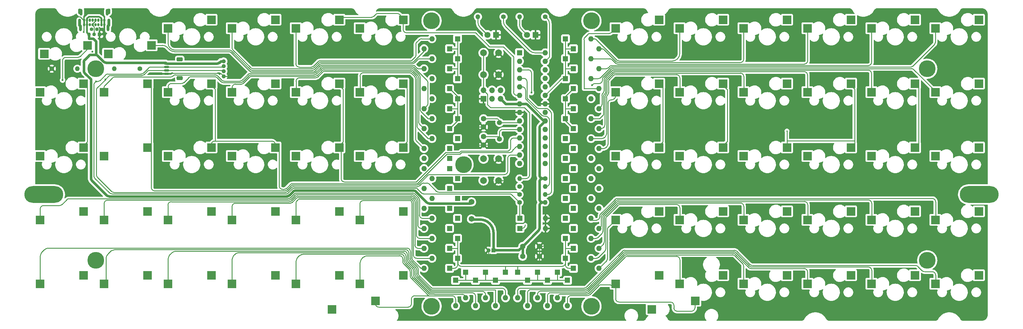
<source format=gbl>
G04 #@! TF.GenerationSoftware,KiCad,Pcbnew,(6.0.0)*
G04 #@! TF.CreationDate,2022-12-30T20:57:31+07:00*
G04 #@! TF.ProjectId,lumberjack,6c756d62-6572-46a6-9163-6b2e6b696361,1.6*
G04 #@! TF.SameCoordinates,Original*
G04 #@! TF.FileFunction,Copper,L2,Bot*
G04 #@! TF.FilePolarity,Positive*
%FSLAX46Y46*%
G04 Gerber Fmt 4.6, Leading zero omitted, Abs format (unit mm)*
G04 Created by KiCad (PCBNEW (6.0.0)) date 2022-12-30 20:57:31*
%MOMM*%
%LPD*%
G01*
G04 APERTURE LIST*
G04 Aperture macros list*
%AMRoundRect*
0 Rectangle with rounded corners*
0 $1 Rounding radius*
0 $2 $3 $4 $5 $6 $7 $8 $9 X,Y pos of 4 corners*
0 Add a 4 corners polygon primitive as box body*
4,1,4,$2,$3,$4,$5,$6,$7,$8,$9,$2,$3,0*
0 Add four circle primitives for the rounded corners*
1,1,$1+$1,$2,$3*
1,1,$1+$1,$4,$5*
1,1,$1+$1,$6,$7*
1,1,$1+$1,$8,$9*
0 Add four rect primitives between the rounded corners*
20,1,$1+$1,$2,$3,$4,$5,0*
20,1,$1+$1,$4,$5,$6,$7,0*
20,1,$1+$1,$6,$7,$8,$9,0*
20,1,$1+$1,$8,$9,$2,$3,0*%
G04 Aperture macros list end*
G04 #@! TA.AperFunction,ComponentPad*
%ADD10C,1.600000*%
G04 #@! TD*
G04 #@! TA.AperFunction,ComponentPad*
%ADD11R,1.800000X1.800000*%
G04 #@! TD*
G04 #@! TA.AperFunction,ComponentPad*
%ADD12C,1.800000*%
G04 #@! TD*
G04 #@! TA.AperFunction,ComponentPad*
%ADD13R,1.600000X1.600000*%
G04 #@! TD*
G04 #@! TA.AperFunction,ComponentPad*
%ADD14O,1.600000X1.600000*%
G04 #@! TD*
G04 #@! TA.AperFunction,ComponentPad*
%ADD15C,1.710000*%
G04 #@! TD*
G04 #@! TA.AperFunction,ComponentPad*
%ADD16R,1.200000X1.200000*%
G04 #@! TD*
G04 #@! TA.AperFunction,ComponentPad*
%ADD17C,1.200000*%
G04 #@! TD*
G04 #@! TA.AperFunction,ComponentPad*
%ADD18C,2.000000*%
G04 #@! TD*
G04 #@! TA.AperFunction,WasherPad*
%ADD19C,5.000000*%
G04 #@! TD*
G04 #@! TA.AperFunction,WasherPad*
%ADD20O,11.600000X5.000000*%
G04 #@! TD*
G04 #@! TA.AperFunction,ComponentPad*
%ADD21C,0.600000*%
G04 #@! TD*
G04 #@! TA.AperFunction,SMDPad,CuDef*
%ADD22R,2.550000X2.500000*%
G04 #@! TD*
G04 #@! TA.AperFunction,ComponentPad*
%ADD23R,1.700000X1.700000*%
G04 #@! TD*
G04 #@! TA.AperFunction,ComponentPad*
%ADD24O,1.700000X1.700000*%
G04 #@! TD*
G04 #@! TA.AperFunction,ComponentPad*
%ADD25C,1.400000*%
G04 #@! TD*
G04 #@! TA.AperFunction,ComponentPad*
%ADD26O,1.400000X1.400000*%
G04 #@! TD*
G04 #@! TA.AperFunction,ComponentPad*
%ADD27C,1.500000*%
G04 #@! TD*
G04 #@! TA.AperFunction,ComponentPad*
%ADD28O,0.700000X0.900000*%
G04 #@! TD*
G04 #@! TA.AperFunction,ComponentPad*
%ADD29O,1.100000X1.100000*%
G04 #@! TD*
G04 #@! TA.AperFunction,ComponentPad*
%ADD30O,0.700000X1.000000*%
G04 #@! TD*
G04 #@! TA.AperFunction,ComponentPad*
%ADD31C,1.100000*%
G04 #@! TD*
G04 #@! TA.AperFunction,ComponentPad*
%ADD32R,1.100000X1.100000*%
G04 #@! TD*
G04 #@! TA.AperFunction,ComponentPad*
%ADD33O,0.900000X2.400000*%
G04 #@! TD*
G04 #@! TA.AperFunction,ComponentPad*
%ADD34O,0.850000X2.000000*%
G04 #@! TD*
G04 #@! TA.AperFunction,ComponentPad*
%ADD35O,0.900000X1.700000*%
G04 #@! TD*
G04 #@! TA.AperFunction,SMDPad,CuDef*
%ADD36RoundRect,0.150000X-0.625000X0.150000X-0.625000X-0.150000X0.625000X-0.150000X0.625000X0.150000X0*%
G04 #@! TD*
G04 #@! TA.AperFunction,SMDPad,CuDef*
%ADD37RoundRect,0.249999X-0.650001X0.350001X-0.650001X-0.350001X0.650001X-0.350001X0.650001X0.350001X0*%
G04 #@! TD*
G04 #@! TA.AperFunction,ComponentPad*
%ADD38C,1.244600*%
G04 #@! TD*
G04 #@! TA.AperFunction,ViaPad*
%ADD39C,0.600000*%
G04 #@! TD*
G04 #@! TA.AperFunction,ViaPad*
%ADD40C,0.450000*%
G04 #@! TD*
G04 #@! TA.AperFunction,Conductor*
%ADD41C,0.800000*%
G04 #@! TD*
G04 #@! TA.AperFunction,Conductor*
%ADD42C,0.250000*%
G04 #@! TD*
G04 #@! TA.AperFunction,Conductor*
%ADD43C,0.500000*%
G04 #@! TD*
G04 APERTURE END LIST*
D10*
X173755346Y-90015314D03*
X173755346Y-92515314D03*
X173755346Y-84657497D03*
X173755346Y-87157497D03*
D11*
X189233484Y-59654351D03*
D12*
X186693484Y-59654351D03*
D13*
X184470980Y-65012168D03*
D14*
X184470980Y-67552168D03*
X184470980Y-70092168D03*
X184470980Y-72632168D03*
X184470980Y-75172168D03*
X184470980Y-77712168D03*
X184470980Y-80252168D03*
X184470980Y-82792168D03*
X184470980Y-85332168D03*
X184470980Y-87872168D03*
X184470980Y-90412168D03*
X184470980Y-92952168D03*
X184470980Y-95492168D03*
X184470980Y-98032168D03*
X192090980Y-98032168D03*
X192090980Y-95492168D03*
X192090980Y-92952168D03*
X192090980Y-90412168D03*
X192090980Y-87872168D03*
X192090980Y-85332168D03*
X192090980Y-82792168D03*
X192090980Y-80252168D03*
X192090980Y-77712168D03*
X192090980Y-75172168D03*
X192090980Y-72632168D03*
X192090980Y-70092168D03*
X192090980Y-67552168D03*
X192090980Y-65012168D03*
D15*
X170183468Y-109501895D03*
X170183468Y-114581895D03*
D13*
X166016277Y-78704367D03*
D14*
X158396277Y-78704367D03*
D13*
X166016277Y-114423147D03*
D14*
X158396277Y-114423147D03*
D13*
X180303789Y-130496598D03*
D14*
X180303789Y-138116598D03*
D13*
X177327224Y-132877850D03*
D14*
X177327224Y-140497850D03*
D13*
X174350659Y-130496598D03*
D14*
X174350659Y-138116598D03*
D13*
X168397529Y-130496598D03*
D14*
X168397529Y-138116598D03*
D16*
X176731911Y-123948155D03*
D17*
X175231911Y-123948155D03*
D13*
X166016277Y-72751237D03*
D14*
X158396277Y-72751237D03*
D18*
X173755346Y-103112200D03*
X173755346Y-96612200D03*
X178255346Y-103112200D03*
X178255346Y-96612200D03*
D19*
X158277208Y-55487160D03*
X205902248Y-55487160D03*
X158277208Y-140616919D03*
X205902248Y-140616919D03*
D20*
X42786486Y-107279391D03*
X321392970Y-107279391D03*
D13*
X195781927Y-130496598D03*
D14*
X195781927Y-138116598D03*
D11*
X177485972Y-59654351D03*
D12*
X174945972Y-59654351D03*
D13*
X166016277Y-126329407D03*
D14*
X158396277Y-126329407D03*
D13*
X166016277Y-120376277D03*
D14*
X158396277Y-120376277D03*
D13*
X163635025Y-111446582D03*
D14*
X156015025Y-111446582D03*
D13*
X166016277Y-108470017D03*
D14*
X158396277Y-108470017D03*
D13*
X163635025Y-105493452D03*
D14*
X156015025Y-105493452D03*
D13*
X163635025Y-117399712D03*
D14*
X156015025Y-117399712D03*
D13*
X163635025Y-93587192D03*
D14*
X156015025Y-93587192D03*
D13*
X166016277Y-90610627D03*
D14*
X158396277Y-90610627D03*
D13*
X163635025Y-99540322D03*
D14*
X156015025Y-99540322D03*
D13*
X163635025Y-87634062D03*
D14*
X156015025Y-87634062D03*
D13*
X166016277Y-84657497D03*
D14*
X158396277Y-84657497D03*
D13*
X163635025Y-81680932D03*
D14*
X156015025Y-81680932D03*
D13*
X198163179Y-72751237D03*
D14*
X205783179Y-72751237D03*
D13*
X163635025Y-69774672D03*
D14*
X156015025Y-69774672D03*
D13*
X200544431Y-69774672D03*
D14*
X208164431Y-69774672D03*
D13*
X163635025Y-63821542D03*
D14*
X156015025Y-63821542D03*
D13*
X192805362Y-132877850D03*
D14*
X192805362Y-140497850D03*
D18*
X173755346Y-65060611D03*
X173755346Y-71560611D03*
X178255346Y-71560611D03*
X178255346Y-65060611D03*
D10*
X185424110Y-122757529D03*
X190424110Y-122757529D03*
D13*
X165420964Y-132877850D03*
D14*
X165420964Y-140497850D03*
D13*
X200544431Y-111446582D03*
D14*
X208164431Y-111446582D03*
D13*
X198758492Y-132877850D03*
D14*
X198758492Y-140497850D03*
D13*
X200544431Y-75727802D03*
D14*
X208164431Y-75727802D03*
D13*
X198163179Y-60844977D03*
D14*
X205783179Y-60844977D03*
D13*
X200544431Y-63821542D03*
D14*
X208164431Y-63821542D03*
D13*
X198163179Y-78704367D03*
D14*
X205783179Y-78704367D03*
D13*
X200544431Y-93587192D03*
D14*
X208164431Y-93587192D03*
D13*
X200544431Y-87634062D03*
D14*
X208164431Y-87634062D03*
D13*
X198163179Y-90610627D03*
D14*
X205783179Y-90610627D03*
D13*
X198163179Y-102516887D03*
D14*
X205783179Y-102516887D03*
D13*
X200544431Y-99540322D03*
D14*
X208164431Y-99540322D03*
D13*
X198163179Y-96563757D03*
D14*
X205783179Y-96563757D03*
D13*
X200544431Y-81680932D03*
D14*
X208164431Y-81680932D03*
D13*
X198163179Y-108470017D03*
D14*
X205783179Y-108470017D03*
D13*
X200544431Y-105493452D03*
D14*
X208164431Y-105493452D03*
D13*
X198163179Y-114423147D03*
D14*
X205783179Y-114423147D03*
D13*
X198163179Y-84657497D03*
D14*
X205783179Y-84657497D03*
D13*
X198163179Y-66798107D03*
D14*
X205783179Y-66798107D03*
D13*
X200544431Y-129305972D03*
D14*
X208164431Y-129305972D03*
D13*
X198163179Y-120376277D03*
D14*
X205783179Y-120376277D03*
D13*
X183875667Y-130496598D03*
D14*
X183875667Y-138116598D03*
D13*
X200544431Y-117399712D03*
D14*
X208164431Y-117399712D03*
D13*
X200544431Y-123352842D03*
D14*
X208164431Y-123352842D03*
D13*
X198163179Y-126329407D03*
D14*
X205783179Y-126329407D03*
D13*
X186852232Y-132877850D03*
D14*
X186852232Y-140497850D03*
D21*
X236709768Y-139611728D03*
D22*
X236799768Y-138989728D03*
D21*
X236699768Y-138481728D03*
D22*
X223872768Y-141529728D03*
D21*
X223882768Y-142151728D03*
X223872768Y-141021728D03*
X141449688Y-138481728D03*
D22*
X141549688Y-138989728D03*
D21*
X141459688Y-139611728D03*
D22*
X128622688Y-141529728D03*
D21*
X128622688Y-141021728D03*
X128632688Y-142151728D03*
D10*
X185424110Y-125734094D03*
X190424110Y-125734094D03*
D23*
X173755346Y-78704367D03*
D24*
X173755346Y-76164367D03*
X176295346Y-78704367D03*
X176295346Y-76164367D03*
X178835346Y-78704367D03*
X178835346Y-76164367D03*
D19*
X167802216Y-98349696D03*
D13*
X189828797Y-130496598D03*
D14*
X189828797Y-138116598D03*
D13*
X163635025Y-129305972D03*
D14*
X156015025Y-129305972D03*
D13*
X166016277Y-102516887D03*
D14*
X158396277Y-102516887D03*
D13*
X163635025Y-96563757D03*
D14*
X156015025Y-96563757D03*
D13*
X163635025Y-75727802D03*
D14*
X156015025Y-75727802D03*
D25*
X192090980Y-102516887D03*
D26*
X184470980Y-102516887D03*
D27*
X178517850Y-85848123D03*
X178517850Y-90728123D03*
D13*
X163635025Y-123352842D03*
D14*
X156015025Y-123352842D03*
D25*
X184470980Y-109660643D03*
D26*
X192090980Y-109660643D03*
D25*
X179708476Y-54296534D03*
D26*
X172088476Y-54296534D03*
D25*
X192090980Y-54296534D03*
D26*
X184470980Y-54296534D03*
D25*
X184470980Y-107279391D03*
D26*
X192090980Y-107279391D03*
D13*
X184590049Y-117399712D03*
D14*
X192210049Y-117399712D03*
D13*
X184590049Y-114423147D03*
D14*
X192210049Y-114423147D03*
D25*
X45167738Y-69774672D03*
D26*
X52787738Y-69774672D03*
D25*
X71361510Y-69774672D03*
D26*
X63741510Y-69774672D03*
D25*
X184470980Y-104898139D03*
D26*
X192090980Y-104898139D03*
D13*
X166016277Y-60844977D03*
D14*
X158396277Y-60844977D03*
D13*
X166016277Y-66798107D03*
D14*
X158396277Y-66798107D03*
D13*
X171374094Y-132877850D03*
D14*
X171374094Y-140497850D03*
D21*
X41719616Y-77269680D03*
D22*
X41654616Y-76759680D03*
D21*
X41699616Y-76289680D03*
X54569616Y-73709680D03*
D22*
X54581616Y-74219680D03*
D21*
X54589616Y-74789680D03*
X41699616Y-95339696D03*
X41719616Y-96319696D03*
D22*
X41654616Y-95809696D03*
D21*
X54569616Y-92759696D03*
D22*
X54581616Y-93269696D03*
D21*
X54589616Y-93839696D03*
D22*
X41654616Y-114859712D03*
D21*
X41719616Y-115369712D03*
X41699616Y-114389712D03*
D22*
X54581616Y-112319712D03*
D21*
X54589616Y-112889712D03*
X54569616Y-111809712D03*
X41699616Y-133439728D03*
X41719616Y-134419728D03*
D22*
X41654616Y-133909728D03*
D21*
X54569616Y-130859728D03*
X54589616Y-131939728D03*
D22*
X54581616Y-131369728D03*
D21*
X60769632Y-134419728D03*
X60749632Y-133439728D03*
D22*
X60704632Y-133909728D03*
X73631632Y-131369728D03*
D21*
X73639632Y-131939728D03*
X73619632Y-130859728D03*
D22*
X74874632Y-62789664D03*
D21*
X74809632Y-62279664D03*
X74829632Y-63259664D03*
X61939632Y-64759664D03*
X61959632Y-65839664D03*
D22*
X61947632Y-65329664D03*
D21*
X60749632Y-76289680D03*
D22*
X60704632Y-76759680D03*
D21*
X60769632Y-77269680D03*
X73619632Y-73709680D03*
X73639632Y-74789680D03*
D22*
X73631632Y-74219680D03*
X60704632Y-95809696D03*
D21*
X60749632Y-95339696D03*
X60769632Y-96319696D03*
X73619632Y-92759696D03*
X73639632Y-93839696D03*
D22*
X73631632Y-93269696D03*
D21*
X60749632Y-114389712D03*
X60769632Y-115369712D03*
D22*
X60704632Y-114859712D03*
X73631632Y-112319712D03*
D21*
X73619632Y-111809712D03*
X73639632Y-112889712D03*
D22*
X79754648Y-114859712D03*
D21*
X79819648Y-115369712D03*
X79799648Y-114389712D03*
X92669648Y-111809712D03*
D22*
X92681648Y-112319712D03*
D21*
X92689648Y-112889712D03*
X79799648Y-133439728D03*
D22*
X79754648Y-133909728D03*
D21*
X79819648Y-134419728D03*
X92669648Y-130859728D03*
X92689648Y-131939728D03*
D22*
X92681648Y-131369728D03*
D21*
X79819648Y-96319696D03*
D22*
X79754648Y-95809696D03*
D21*
X79799648Y-95339696D03*
D22*
X92681648Y-93269696D03*
D21*
X92689648Y-93839696D03*
X92669648Y-92759696D03*
X98849664Y-95339696D03*
X98869664Y-96319696D03*
D22*
X98804664Y-95809696D03*
X111731664Y-93269696D03*
D21*
X111719664Y-92759696D03*
X111739664Y-93839696D03*
X98849664Y-114389712D03*
D22*
X98804664Y-114859712D03*
D21*
X98869664Y-115369712D03*
X111739664Y-112889712D03*
X111719664Y-111809712D03*
D22*
X111731664Y-112319712D03*
D21*
X98869664Y-134419728D03*
D22*
X98804664Y-133909728D03*
D21*
X98849664Y-133439728D03*
X111739664Y-131939728D03*
X111719664Y-130859728D03*
D22*
X111731664Y-131369728D03*
X98804664Y-57709664D03*
D21*
X98849664Y-57239664D03*
X98869664Y-58219664D03*
D22*
X111731664Y-55169664D03*
D21*
X111719664Y-54659664D03*
X111739664Y-55739664D03*
X98849664Y-76289680D03*
X98869664Y-77269680D03*
D22*
X98804664Y-76759680D03*
X111731664Y-74219680D03*
D21*
X111739664Y-74789680D03*
X111719664Y-73709680D03*
X117899680Y-76289680D03*
X117919680Y-77269680D03*
D22*
X117854680Y-76759680D03*
D21*
X130769680Y-73709680D03*
D22*
X130781680Y-74219680D03*
D21*
X130789680Y-74789680D03*
X117919680Y-96319696D03*
D22*
X117854680Y-95809696D03*
D21*
X117899680Y-95339696D03*
D22*
X130781680Y-93269696D03*
D21*
X130769680Y-92759696D03*
X130789680Y-93839696D03*
D22*
X117854680Y-114859712D03*
D21*
X117919680Y-115369712D03*
X117899680Y-114389712D03*
X130789680Y-112889712D03*
D22*
X130781680Y-112319712D03*
D21*
X130769680Y-111809712D03*
X117919680Y-134419728D03*
D22*
X117854680Y-133909728D03*
D21*
X117899680Y-133439728D03*
X130789680Y-131939728D03*
D22*
X130781680Y-131369728D03*
D21*
X130769680Y-130859728D03*
D22*
X117854680Y-57709664D03*
D21*
X117919680Y-58219664D03*
X117899680Y-57239664D03*
X130769680Y-54659664D03*
X130789680Y-55739664D03*
D22*
X130781680Y-55169664D03*
D21*
X136969696Y-58219664D03*
D22*
X136904696Y-57709664D03*
D21*
X136949696Y-57239664D03*
X149819696Y-54659664D03*
X149839696Y-55739664D03*
D22*
X149831696Y-55169664D03*
D21*
X136949696Y-76289680D03*
D22*
X136904696Y-76759680D03*
D21*
X136969696Y-77269680D03*
X149819696Y-73709680D03*
D22*
X149831696Y-74219680D03*
D21*
X149839696Y-74789680D03*
D22*
X136904696Y-95809696D03*
D21*
X136969696Y-96319696D03*
X136949696Y-95339696D03*
D22*
X149831696Y-93269696D03*
D21*
X149819696Y-92759696D03*
X149839696Y-93839696D03*
D22*
X136904696Y-114859712D03*
D21*
X136969696Y-115369712D03*
X136949696Y-114389712D03*
X149839696Y-112889712D03*
X149819696Y-111809712D03*
D22*
X149831696Y-112319712D03*
D21*
X136949696Y-133439728D03*
D22*
X136904696Y-133909728D03*
D21*
X136969696Y-134419728D03*
D22*
X149831696Y-131369728D03*
D21*
X149819696Y-130859728D03*
X149839696Y-131939728D03*
D22*
X308354840Y-57709664D03*
D21*
X308419840Y-58219664D03*
X308399840Y-57239664D03*
D22*
X321281840Y-55169664D03*
D21*
X321269840Y-54659664D03*
X321289840Y-55739664D03*
D22*
X308354840Y-76759680D03*
D21*
X308399840Y-76289680D03*
X308419840Y-77269680D03*
X321289840Y-74789680D03*
D22*
X321281840Y-74219680D03*
D21*
X321269840Y-73709680D03*
X308419840Y-96319696D03*
X308399840Y-95339696D03*
D22*
X308354840Y-95809696D03*
D21*
X321269840Y-92759696D03*
X321289840Y-93839696D03*
D22*
X321281840Y-93269696D03*
D21*
X308399840Y-114389712D03*
D22*
X308354840Y-114859712D03*
D21*
X308419840Y-115369712D03*
X321269840Y-111809712D03*
X321289840Y-112889712D03*
D22*
X321281840Y-112319712D03*
D21*
X308399840Y-133439728D03*
D22*
X308354840Y-133909728D03*
D21*
X308419840Y-134419728D03*
X321269840Y-130859728D03*
X321289840Y-131939728D03*
D22*
X321281840Y-131369728D03*
X289304824Y-133909728D03*
D21*
X289369824Y-134419728D03*
X289349824Y-133439728D03*
X302219824Y-130859728D03*
D22*
X302231824Y-131369728D03*
D21*
X302239824Y-131939728D03*
X289349824Y-57239664D03*
X289369824Y-58219664D03*
D22*
X289304824Y-57709664D03*
D21*
X302239824Y-55739664D03*
D22*
X302231824Y-55169664D03*
D21*
X302219824Y-54659664D03*
X289349824Y-76289680D03*
D22*
X289304824Y-76759680D03*
D21*
X289369824Y-77269680D03*
X302219824Y-73709680D03*
D22*
X302231824Y-74219680D03*
D21*
X302239824Y-74789680D03*
X289369824Y-96319696D03*
D22*
X289304824Y-95809696D03*
D21*
X289349824Y-95339696D03*
X302239824Y-93839696D03*
X302219824Y-92759696D03*
D22*
X302231824Y-93269696D03*
D21*
X289349824Y-114389712D03*
X289369824Y-115369712D03*
D22*
X289304824Y-114859712D03*
D21*
X302219824Y-111809712D03*
X302239824Y-112889712D03*
D22*
X302231824Y-112319712D03*
D21*
X270299808Y-114389712D03*
D22*
X270254808Y-114859712D03*
D21*
X270319808Y-115369712D03*
X283169808Y-111809712D03*
X283189808Y-112889712D03*
D22*
X283181808Y-112319712D03*
D21*
X270299808Y-133439728D03*
X270319808Y-134419728D03*
D22*
X270254808Y-133909728D03*
D21*
X283189808Y-131939728D03*
X283169808Y-130859728D03*
D22*
X283181808Y-131369728D03*
D21*
X270299808Y-57239664D03*
D22*
X270254808Y-57709664D03*
D21*
X270319808Y-58219664D03*
X283169808Y-54659664D03*
D22*
X283181808Y-55169664D03*
D21*
X283189808Y-55739664D03*
X270319808Y-77269680D03*
X270299808Y-76289680D03*
D22*
X270254808Y-76759680D03*
D21*
X283189808Y-74789680D03*
X283169808Y-73709680D03*
D22*
X283181808Y-74219680D03*
D21*
X270319808Y-96319696D03*
X270299808Y-95339696D03*
D22*
X270254808Y-95809696D03*
X283181808Y-93269696D03*
D21*
X283189808Y-93839696D03*
X283169808Y-92759696D03*
D22*
X251204792Y-95809696D03*
D21*
X251249792Y-95339696D03*
X251269792Y-96319696D03*
X264119792Y-92759696D03*
D22*
X264131792Y-93269696D03*
D21*
X264139792Y-93839696D03*
X251249792Y-114389712D03*
X251269792Y-115369712D03*
D22*
X251204792Y-114859712D03*
X264131792Y-112319712D03*
D21*
X264139792Y-112889712D03*
X264119792Y-111809712D03*
D22*
X251204792Y-133909728D03*
D21*
X251269792Y-134419728D03*
X251249792Y-133439728D03*
X264139792Y-131939728D03*
D22*
X264131792Y-131369728D03*
D21*
X264119792Y-130859728D03*
D22*
X251204792Y-57709664D03*
D21*
X251249792Y-57239664D03*
X251269792Y-58219664D03*
X264139792Y-55739664D03*
D22*
X264131792Y-55169664D03*
D21*
X264119792Y-54659664D03*
D22*
X251204792Y-76759680D03*
D21*
X251269792Y-77269680D03*
X251249792Y-76289680D03*
X264139792Y-74789680D03*
D22*
X264131792Y-74219680D03*
D21*
X264119792Y-73709680D03*
X232199776Y-76289680D03*
D22*
X232154776Y-76759680D03*
D21*
X232219776Y-77269680D03*
D22*
X245081776Y-74219680D03*
D21*
X245069776Y-73709680D03*
X245089776Y-74789680D03*
X232199776Y-95339696D03*
D22*
X232154776Y-95809696D03*
D21*
X232219776Y-96319696D03*
X245089776Y-93839696D03*
X245069776Y-92759696D03*
D22*
X245081776Y-93269696D03*
X232154776Y-114859712D03*
D21*
X232199776Y-114389712D03*
X232219776Y-115369712D03*
X245069776Y-111809712D03*
X245089776Y-112889712D03*
D22*
X245081776Y-112319712D03*
X232154776Y-133909728D03*
D21*
X232219776Y-134419728D03*
X232199776Y-133439728D03*
X245089776Y-131939728D03*
X245069776Y-130859728D03*
D22*
X245081776Y-131369728D03*
D21*
X232199776Y-57239664D03*
X232219776Y-58219664D03*
D22*
X232154776Y-57709664D03*
X245081776Y-55169664D03*
D21*
X245069776Y-54659664D03*
X245089776Y-55739664D03*
D22*
X213104760Y-57709664D03*
D21*
X213169760Y-58219664D03*
X213149760Y-57239664D03*
X226039760Y-55739664D03*
D22*
X226031760Y-55169664D03*
D21*
X226019760Y-54659664D03*
X213149760Y-76289680D03*
D22*
X213104760Y-76759680D03*
D21*
X213169760Y-77269680D03*
X226039760Y-74789680D03*
D22*
X226031760Y-74219680D03*
D21*
X226019760Y-73709680D03*
X213169760Y-96319696D03*
X213149760Y-95339696D03*
D22*
X213104760Y-95809696D03*
D21*
X226039760Y-93839696D03*
D22*
X226031760Y-93269696D03*
D21*
X226019760Y-92759696D03*
X213169760Y-115369712D03*
X213149760Y-114389712D03*
D22*
X213104760Y-114859712D03*
X226031760Y-112319712D03*
D21*
X226019760Y-111809712D03*
X226039760Y-112889712D03*
X213169760Y-134419728D03*
D22*
X213104760Y-133909728D03*
D21*
X213149760Y-133439728D03*
X226019760Y-130859728D03*
D22*
X226031760Y-131369728D03*
D21*
X226039760Y-131939728D03*
D22*
X79754648Y-57709664D03*
D21*
X79799648Y-57239664D03*
X79819648Y-58219664D03*
D22*
X92681648Y-55169664D03*
D21*
X92669648Y-54659664D03*
X92689648Y-55739664D03*
D22*
X79754648Y-76759680D03*
D21*
X79819648Y-77269680D03*
X79799648Y-76289680D03*
X92669648Y-73709680D03*
X92689648Y-74789680D03*
D22*
X92681648Y-74219680D03*
D19*
X58264624Y-126924720D03*
X305914832Y-69774672D03*
X305914832Y-126924720D03*
X58264624Y-69774672D03*
D21*
X55759568Y-62279610D03*
X55779568Y-63259610D03*
D22*
X55824568Y-62789610D03*
D21*
X42889568Y-64759610D03*
D22*
X42897568Y-65329610D03*
D21*
X42909568Y-65839610D03*
D22*
X213104760Y-95809696D03*
D21*
X213169760Y-96319696D03*
X213149760Y-95339696D03*
D22*
X226031760Y-93269696D03*
D21*
X226019760Y-92759696D03*
X226039760Y-93839696D03*
D28*
X59067600Y-56615860D03*
D29*
X58589600Y-58015860D03*
D30*
X56517600Y-55315860D03*
D28*
X56517600Y-56615860D03*
D30*
X59067600Y-55315860D03*
D28*
X57367600Y-56615860D03*
D30*
X58217600Y-55315860D03*
D31*
X57789600Y-59565860D03*
D30*
X57367600Y-55315860D03*
D28*
X58217600Y-56615860D03*
D29*
X56989600Y-58015860D03*
D30*
X60767600Y-56665860D03*
D32*
X59389600Y-59565860D03*
D30*
X54817600Y-55315860D03*
X54817600Y-56665860D03*
X60767600Y-55315860D03*
D33*
X53467600Y-56045860D03*
D34*
X53689600Y-57605860D03*
X61889600Y-57605860D03*
D33*
X62117600Y-56045860D03*
D35*
X53467600Y-52665860D03*
D34*
X53889600Y-52905860D03*
X61689600Y-52905860D03*
D35*
X62117600Y-52665860D03*
D30*
X55667600Y-56665860D03*
D31*
X56189600Y-59565860D03*
D30*
X59917600Y-55315860D03*
X59917600Y-56665860D03*
X55667600Y-55315860D03*
D36*
X79379600Y-68265860D03*
X79379600Y-69265860D03*
X79379600Y-70265860D03*
X79379600Y-71265860D03*
D37*
X83254600Y-66965860D03*
X83254600Y-72565860D03*
D38*
X96364600Y-72030860D03*
X96364600Y-70530861D03*
X96364600Y-69030859D03*
X96364600Y-67530859D03*
D39*
X98298000Y-72136000D03*
X171450000Y-67564000D03*
X70228000Y-64485060D03*
X182626000Y-101346000D03*
X47571200Y-84322460D03*
X57223200Y-64707981D03*
X179578000Y-93218000D03*
X51635200Y-67482260D03*
X51350000Y-54300000D03*
X77314600Y-79299610D03*
X188042858Y-76918428D03*
D40*
X264131600Y-88356371D03*
D39*
X48358600Y-73171860D03*
X206067200Y-74695860D03*
X61100000Y-73000000D03*
X58340800Y-73578260D03*
D41*
X190424110Y-110660643D02*
X190424110Y-117343315D01*
X185424110Y-122757529D02*
X185424110Y-125734094D01*
X190424110Y-103516887D02*
X190424110Y-108660643D01*
X176731911Y-118760643D02*
X176731911Y-123948155D01*
X191424110Y-102516887D02*
X192090980Y-102516887D01*
X191424110Y-109660643D02*
X192090980Y-109660643D01*
X170174094Y-114760643D02*
X172731911Y-114760643D01*
X186906987Y-80545061D02*
X191694094Y-85332168D01*
X190424110Y-87452963D02*
X190424110Y-101516887D01*
X192090980Y-85332168D02*
X192090980Y-85371879D01*
X185424110Y-122757529D02*
X184281639Y-123900000D01*
X192090980Y-102516887D02*
X191424110Y-102516887D01*
X180383147Y-80252168D02*
X178835346Y-78704367D01*
X191694094Y-85332168D02*
X192090980Y-85332168D01*
X176780066Y-123900000D02*
X176731911Y-123948155D01*
X192090980Y-109660643D02*
X191424110Y-109660643D01*
X184281639Y-123900000D02*
X176780066Y-123900000D01*
X184470980Y-80252168D02*
X186199880Y-80252168D01*
X190131217Y-118050422D02*
X185424110Y-122757529D01*
X192090980Y-85371879D02*
X190717003Y-86745856D01*
X184470980Y-80252168D02*
X180383147Y-80252168D01*
X186906987Y-80545061D02*
G75*
G03*
X186199880Y-80252168I-707106J-707106D01*
G01*
X190424110Y-101516887D02*
G75*
G03*
X191424110Y-102516887I999999J-1D01*
G01*
X190424109Y-117343315D02*
G75*
G02*
X190131216Y-118050421I-999993J-3D01*
G01*
X190424110Y-103516887D02*
G75*
G02*
X191424110Y-102516887I999999J1D01*
G01*
X190424111Y-87452963D02*
G75*
G02*
X190717004Y-86745857I999993J3D01*
G01*
X191424110Y-109660643D02*
G75*
G03*
X190424110Y-110660643I-1J-999999D01*
G01*
X191424110Y-109660643D02*
G75*
G02*
X190424110Y-108660643I-1J999999D01*
G01*
X172731911Y-114760643D02*
G75*
G02*
X176731911Y-118760643I0J-4000000D01*
G01*
D42*
X173755346Y-81768654D02*
X173755346Y-78704367D01*
X79851151Y-71110601D02*
X95030127Y-71110601D01*
X51350000Y-54300000D02*
X51353515Y-54296485D01*
X175231911Y-123948155D02*
X175231911Y-126762000D01*
X95737234Y-71403494D02*
X96364600Y-72030860D01*
X192278000Y-121757529D02*
X192278000Y-118652000D01*
X176231911Y-127762000D02*
X189424110Y-127762000D01*
X179168207Y-92808207D02*
X179578000Y-93218000D01*
X184470980Y-82792168D02*
X174755346Y-82792168D01*
X79379600Y-71265860D02*
X79695892Y-71265860D01*
X171450000Y-77704367D02*
X171450000Y-67564000D01*
X182626000Y-101346000D02*
X180859800Y-103112200D01*
X98192860Y-72030860D02*
X98298000Y-72136000D01*
X180859800Y-103112200D02*
X178255346Y-103112200D01*
X192290000Y-117479663D02*
X192210049Y-117399712D01*
X171196000Y-82768654D02*
X171196000Y-87122000D01*
X79695892Y-71265860D02*
X79851151Y-71110601D01*
X173755346Y-81768654D02*
X172196000Y-81768654D01*
X171196000Y-87122000D02*
X171231497Y-87157497D01*
X190424110Y-126762000D02*
X190424110Y-125734094D01*
X173755346Y-81792168D02*
X173755346Y-81768654D01*
X192278000Y-118652000D02*
X192290000Y-118640000D01*
X192210049Y-117399712D02*
X192210049Y-114423147D01*
D43*
X60767600Y-58877860D02*
X60079600Y-59565860D01*
X54817600Y-56815860D02*
X54817600Y-55465860D01*
D42*
X173755346Y-78704367D02*
X172450000Y-78704367D01*
D43*
X60079600Y-59565860D02*
X59389600Y-59565860D01*
D42*
X192290000Y-118640000D02*
X192290000Y-117479663D01*
X53648225Y-54296485D02*
X54817600Y-55465860D01*
X190424110Y-125734094D02*
X190424110Y-122757529D01*
X190424110Y-122757529D02*
X191278000Y-122757529D01*
X171231497Y-87157497D02*
X173755346Y-87157497D01*
D43*
X60767600Y-55465860D02*
X60767600Y-58877860D01*
D42*
X171196000Y-87122000D02*
X171196000Y-91515314D01*
X51353515Y-54296485D02*
X53648225Y-54296485D01*
X172196000Y-92515314D02*
X173755346Y-92515314D01*
X96364600Y-72030860D02*
X98192860Y-72030860D01*
X173755346Y-92515314D02*
X178461100Y-92515314D01*
X171196000Y-82768654D02*
G75*
G02*
X172196000Y-81768654I999999J1D01*
G01*
X192278000Y-121757529D02*
G75*
G02*
X191278000Y-122757529I-999999J-1D01*
G01*
X178461100Y-92515315D02*
G75*
G02*
X179168206Y-92808208I3J-999993D01*
G01*
X176231911Y-127762000D02*
G75*
G02*
X175231911Y-126762000I-1J999999D01*
G01*
X171196000Y-91515314D02*
G75*
G03*
X172196000Y-92515314I999999J-1D01*
G01*
X189424110Y-127762000D02*
G75*
G03*
X190424110Y-126762000I1J999999D01*
G01*
X95737234Y-71403494D02*
G75*
G03*
X95030127Y-71110601I-707106J-707106D01*
G01*
X171450000Y-77704367D02*
G75*
G03*
X172450000Y-78704367I999999J-1D01*
G01*
X173755346Y-81792168D02*
G75*
G03*
X174755346Y-82792168I999999J-1D01*
G01*
X163635025Y-69774672D02*
X165911766Y-69774672D01*
X197051911Y-72751237D02*
X198163179Y-72751237D01*
X200544431Y-69774672D02*
X198205570Y-69774672D01*
X166016277Y-63879183D02*
X166016277Y-60844977D01*
X198163179Y-72751237D02*
X198163179Y-69732281D01*
X166016277Y-72751237D02*
X166016277Y-69879183D01*
X166016277Y-69879183D02*
X166016277Y-66798107D01*
X198205570Y-69774672D02*
X198163179Y-69732281D01*
X198271076Y-63821542D02*
X198163179Y-63929439D01*
X165958636Y-63821542D02*
X166016277Y-63879183D01*
X166016277Y-66798107D02*
X166016277Y-63879183D01*
X200544431Y-63821542D02*
X198271076Y-63821542D01*
X192090980Y-77712168D02*
X197051911Y-72751237D01*
X198163179Y-63929439D02*
X198163179Y-60844977D01*
X165911766Y-69774672D02*
X166016277Y-69879183D01*
X198163179Y-69732281D02*
X198163179Y-66798107D01*
X198163179Y-66798107D02*
X198163179Y-63929439D01*
X163635025Y-63821542D02*
X165958636Y-63821542D01*
X200544431Y-81680932D02*
X198164672Y-81680932D01*
X166016277Y-81629183D02*
X166016277Y-84657497D01*
X163635025Y-87634062D02*
X166016277Y-85252810D01*
X166016277Y-78704367D02*
X166016277Y-81629183D01*
X198163179Y-78109054D02*
X198163179Y-78704367D01*
X166016277Y-78704367D02*
X166016277Y-78109054D01*
X198164672Y-81680932D02*
X198163179Y-81679439D01*
X163635025Y-81680932D02*
X165964528Y-81680932D01*
X198163179Y-84657497D02*
X198163179Y-85252810D01*
X200544431Y-75727802D02*
X198163179Y-78109054D01*
X198163179Y-81679439D02*
X198163179Y-78704367D01*
X165964528Y-81680932D02*
X166016277Y-81629183D01*
X166016277Y-85252810D02*
X166016277Y-84657497D01*
X166016277Y-78109054D02*
X163635025Y-75727802D01*
X198163179Y-85252810D02*
X200544431Y-87634062D01*
X198163179Y-84657497D02*
X198163179Y-81679439D01*
X198163179Y-126329407D02*
X198163179Y-123352842D01*
X200544431Y-123352842D02*
X198163179Y-123352842D01*
X198163179Y-127710659D02*
X198163179Y-126329407D01*
X180334801Y-128710659D02*
X197163179Y-128710659D01*
X166125684Y-126438814D02*
X166125684Y-127710659D01*
X166016277Y-123352842D02*
X166016277Y-120376277D01*
X166016277Y-128305972D02*
X166016277Y-126329407D01*
X166016277Y-126329407D02*
X166125684Y-126438814D01*
X180303789Y-128741671D02*
X180334801Y-128710659D01*
X180303789Y-130496598D02*
X180303789Y-128741671D01*
X198163179Y-128305972D02*
X198163179Y-126329407D01*
X163635025Y-129305972D02*
X165016277Y-129305972D01*
X183875667Y-130496598D02*
X183875667Y-128710659D01*
X166016277Y-126329407D02*
X166016277Y-123352842D01*
X198163179Y-123352842D02*
X198163179Y-120376277D01*
X163635025Y-123352842D02*
X166016277Y-123352842D01*
X200544431Y-129305972D02*
X199163179Y-129305972D01*
X167125684Y-128710659D02*
X180334801Y-128710659D01*
X165016277Y-129305972D02*
G75*
G03*
X166016277Y-128305972I1J999999D01*
G01*
X167125684Y-128710659D02*
G75*
G02*
X166125684Y-127710659I-1J999999D01*
G01*
X198163179Y-128305972D02*
G75*
G03*
X199163179Y-129305972I999999J-1D01*
G01*
X198163179Y-127710659D02*
G75*
G02*
X197163179Y-128710659I-999999J-1D01*
G01*
X174350659Y-130496598D02*
X174350659Y-132877850D01*
X193400675Y-132877850D02*
X192805362Y-132877850D01*
X168397529Y-132877850D02*
X171374094Y-132877850D01*
X165420964Y-132877850D02*
X168397529Y-132877850D01*
X189828797Y-132877850D02*
X186852232Y-132877850D01*
X174350659Y-132877850D02*
X177327224Y-132877850D01*
X186852232Y-132877850D02*
X177327224Y-132877850D01*
X198758492Y-132877850D02*
X195767610Y-132877850D01*
X174350659Y-132877850D02*
X171374094Y-132877850D01*
X189828797Y-132877850D02*
X192805362Y-132877850D01*
X195781927Y-130496598D02*
X195781927Y-132863533D01*
X189828797Y-130496598D02*
X189828797Y-132877850D01*
X195781927Y-132863533D02*
X195767610Y-132877850D01*
X195767610Y-132877850D02*
X192805362Y-132877850D01*
X168397529Y-130496598D02*
X168397529Y-132877850D01*
X173755346Y-71560611D02*
X173755346Y-65060611D01*
X185953156Y-81377169D02*
X187447545Y-82871558D01*
X174945972Y-77354993D02*
X174945972Y-80490306D01*
X173755346Y-76164367D02*
X173755346Y-71560611D01*
X173755346Y-76164367D02*
X174945972Y-77354993D01*
X187447545Y-82871558D02*
X187447545Y-101516887D01*
X175832835Y-81377169D02*
X185953156Y-81377169D01*
X174945972Y-80490306D02*
X175832835Y-81377169D01*
X186447545Y-102516887D02*
X184470980Y-102516887D01*
X186447545Y-102516887D02*
G75*
G03*
X187447545Y-101516887I1J999999D01*
G01*
X172674263Y-57382642D02*
X174945972Y-59654351D01*
X172088476Y-54296534D02*
X172088476Y-55968428D01*
X172674263Y-57382642D02*
G75*
G02*
X172088476Y-55968428I1414213J1414214D01*
G01*
X193995988Y-83285772D02*
X193995988Y-106279391D01*
X192995988Y-107279391D02*
X192090980Y-107279391D01*
X186706930Y-78559065D02*
X189454972Y-81307107D01*
X193017323Y-81892893D02*
X193703095Y-82578665D01*
X190162079Y-81600000D02*
X192310216Y-81600000D01*
X186706930Y-73632168D02*
X186706930Y-78559065D01*
X184470980Y-72632168D02*
X185706930Y-72632168D01*
X193703095Y-82578665D02*
G75*
G02*
X193995988Y-83285772I-707106J-707106D01*
G01*
X190162079Y-81599999D02*
G75*
G02*
X189454973Y-81307106I-3J999993D01*
G01*
X192310216Y-81600001D02*
G75*
G02*
X193017322Y-81892894I3J-999993D01*
G01*
X192995988Y-107279391D02*
G75*
G03*
X193995988Y-106279391I1J999999D01*
G01*
X186706930Y-73632168D02*
G75*
G03*
X185706930Y-72632168I-999999J1D01*
G01*
X193400675Y-85112808D02*
X193400675Y-103898139D01*
X184470980Y-75172168D02*
X185256919Y-75172168D01*
X186256919Y-76172168D02*
X186256919Y-78745465D01*
X192400675Y-104898139D02*
X192090980Y-104898139D01*
X191842837Y-83917169D02*
X192205037Y-83917169D01*
X192912144Y-84210063D02*
X193107782Y-84405701D01*
X186256919Y-78745465D02*
X191135730Y-83624276D01*
X186256919Y-76172168D02*
G75*
G03*
X185256919Y-75172168I-999999J1D01*
G01*
X193400674Y-85112808D02*
G75*
G03*
X193107781Y-84405702I-999993J3D01*
G01*
X192400675Y-104898139D02*
G75*
G03*
X193400675Y-103898139I1J999999D01*
G01*
X191842837Y-83917168D02*
G75*
G02*
X191135731Y-83624275I-3J999993D01*
G01*
X192912144Y-84210063D02*
G75*
G03*
X192205037Y-83917169I-707108J-707107D01*
G01*
X131899200Y-91630176D02*
X131899200Y-75899200D01*
X181993497Y-90775934D02*
X181884270Y-90939404D01*
X131899200Y-75899200D02*
X130789680Y-74789680D01*
X181404984Y-94103551D02*
X181241514Y-94212778D01*
X181653230Y-93801062D02*
X181544003Y-93964532D01*
X181059877Y-94288015D02*
X180867052Y-94326370D01*
X184470980Y-90412168D02*
X182768750Y-90412168D01*
X181884270Y-90939404D02*
X181809033Y-91121041D01*
X153721619Y-103560468D02*
X132344201Y-103560468D01*
X181770678Y-91313866D02*
X181768750Y-91412168D01*
X181728467Y-93619425D02*
X181653230Y-93801062D01*
X182132516Y-90636915D02*
X181993497Y-90775934D01*
X180768750Y-94328298D02*
X167020705Y-94328298D01*
X180867052Y-94326370D02*
X180768750Y-94328298D01*
X131344201Y-94394217D02*
X130789680Y-93839696D01*
X162504269Y-94777818D02*
X153721619Y-103560468D01*
X181766822Y-93426600D02*
X181728467Y-93619425D01*
X181768750Y-93328298D02*
X181766822Y-93426600D01*
X181241514Y-94212778D02*
X181059877Y-94288015D01*
X182295986Y-90527688D02*
X182132516Y-90636915D01*
X181544003Y-93964532D02*
X181404984Y-94103551D01*
X182477623Y-90452451D02*
X182295986Y-90527688D01*
X181809033Y-91121041D02*
X181770678Y-91313866D01*
X130769680Y-92759696D02*
X131899200Y-91630176D01*
X181768750Y-91412168D02*
X181768750Y-93328298D01*
X182768750Y-90412168D02*
X182670448Y-90414096D01*
X167020705Y-94328298D02*
X166571185Y-94777818D01*
X131344201Y-102560468D02*
X131344201Y-94394217D01*
X166571185Y-94777818D02*
X162504269Y-94777818D01*
X182670448Y-90414096D02*
X182477623Y-90452451D01*
X131344201Y-102560468D02*
G75*
G03*
X132344201Y-103560468I999999J-1D01*
G01*
X54569616Y-92759696D02*
X55731607Y-91597705D01*
X55731607Y-75369671D02*
X54589616Y-74227680D01*
X54589616Y-74227680D02*
X54589616Y-74789680D01*
X55731607Y-91597705D02*
X55731607Y-75369671D01*
X74749200Y-92152128D02*
X74749200Y-75337248D01*
X157078401Y-101638893D02*
X154510087Y-104207207D01*
X153802980Y-104500100D02*
X117064091Y-104500100D01*
X184392168Y-95492168D02*
X181975000Y-95492168D01*
X179975000Y-101346000D02*
X157785508Y-101346000D01*
X74800000Y-105205380D02*
X74800000Y-94438064D01*
X74800000Y-94438064D02*
X74201632Y-93839696D01*
X116356985Y-104792993D02*
X115237490Y-105912487D01*
X114530384Y-106205380D02*
X75800000Y-106205380D01*
X74201632Y-93839696D02*
X73639632Y-93839696D01*
X184943750Y-96043750D02*
X184392168Y-95492168D01*
X74201632Y-74789680D02*
X73639632Y-74789680D01*
X74749200Y-75337248D02*
X74201632Y-74789680D01*
X180975000Y-96492168D02*
X180975000Y-100346000D01*
X73619632Y-92759696D02*
X74141632Y-92759696D01*
X74141632Y-92759696D02*
X74749200Y-92152128D01*
X180975000Y-96492168D02*
G75*
G02*
X181975000Y-95492168I999999J1D01*
G01*
X114530384Y-106205380D02*
G75*
G03*
X115237490Y-105912487I-3J1000005D01*
G01*
X153802980Y-104500099D02*
G75*
G03*
X154510086Y-104207206I1J999998D01*
G01*
X179975000Y-101346000D02*
G75*
G03*
X180975000Y-100346000I1J999999D01*
G01*
X116356985Y-104792993D02*
G75*
G02*
X117064091Y-104500100I707109J-707112D01*
G01*
X157078401Y-101638893D02*
G75*
G02*
X157785508Y-101346000I707106J-707106D01*
G01*
X74800000Y-105205380D02*
G75*
G03*
X75800000Y-106205380I999999J-1D01*
G01*
X153616783Y-104050580D02*
X153715084Y-104048651D01*
X162854240Y-95227338D02*
X166757383Y-95227338D01*
X182544569Y-93955431D02*
X183254939Y-93245061D01*
X167206903Y-94777818D02*
X181540733Y-94777818D01*
X113900000Y-105755860D02*
X114344186Y-105755860D01*
X154089547Y-103935059D02*
X154253016Y-103825833D01*
X154323890Y-103757687D02*
X162854240Y-95227338D01*
X93799200Y-91358260D02*
X110719664Y-91358260D01*
X182544569Y-93968000D02*
X182544569Y-93955431D01*
X92669648Y-92759696D02*
X92669648Y-92358260D01*
X111739664Y-93839696D02*
X112900000Y-93839696D01*
X154253016Y-103825833D02*
X154323890Y-103757687D01*
X93669648Y-91358260D02*
X93799200Y-91358260D01*
X111719664Y-92358260D02*
X111719664Y-92759696D01*
X184470980Y-92952168D02*
X184387562Y-92868750D01*
X116877894Y-104050580D02*
X153616783Y-104050580D01*
X115051293Y-105462967D02*
X116170787Y-104343473D01*
X183962046Y-92952168D02*
X184470980Y-92952168D01*
X182247840Y-94484925D02*
X182269607Y-94463158D01*
X166757383Y-95227338D02*
X167206903Y-94777818D01*
X93799200Y-91358260D02*
X93799200Y-75899232D01*
X153907910Y-104010296D02*
X154089547Y-103935059D01*
X112900000Y-93839696D02*
X112900000Y-104755860D01*
X93799200Y-75899232D02*
X92689648Y-74789680D01*
X153715084Y-104048651D02*
X153907910Y-104010296D01*
X116877894Y-104050581D02*
G75*
G03*
X116170788Y-104343474I-1J-999998D01*
G01*
X110719664Y-91358260D02*
G75*
G02*
X111719664Y-92358260I1J-999999D01*
G01*
X92669648Y-92358260D02*
G75*
G02*
X93669648Y-91358260I999999J1D01*
G01*
X115051293Y-105462967D02*
G75*
G02*
X114344186Y-105755860I-707106J707106D01*
G01*
X182247840Y-94484925D02*
G75*
G02*
X181540733Y-94777818I-707104J707101D01*
G01*
X183962046Y-92952169D02*
G75*
G03*
X183254940Y-93245062I-3J-999993D01*
G01*
X113900000Y-105755860D02*
G75*
G02*
X112900000Y-104755860I-1J999999D01*
G01*
X182544568Y-93968000D02*
G75*
G02*
X182269606Y-94463157I-1035669J251187D01*
G01*
X149831696Y-93269696D02*
X149831696Y-92771696D01*
X175541285Y-63226229D02*
X171374094Y-59059038D01*
X150707107Y-75095091D02*
X150401696Y-74789680D01*
X171374094Y-59059038D02*
X150819696Y-59059038D01*
X182685041Y-66202794D02*
X179708476Y-63226229D01*
X149819696Y-92759696D02*
X151000000Y-91579392D01*
X149819696Y-58059038D02*
X149819696Y-54659664D01*
X182685041Y-76712168D02*
X182685041Y-66202794D01*
X141611964Y-53588036D02*
X141082893Y-54117107D01*
X179708476Y-63226229D02*
X175541285Y-63226229D01*
X149819696Y-54659664D02*
X148748068Y-53588036D01*
X149831696Y-92771696D02*
X149819696Y-92759696D01*
X131541344Y-54410000D02*
X130781680Y-55169664D01*
X148040961Y-53295143D02*
X142319071Y-53295143D01*
X151000000Y-91579392D02*
X151000000Y-75802198D01*
X140375786Y-54410000D02*
X131541344Y-54410000D01*
X184470980Y-77712168D02*
X183685041Y-77712168D01*
X150401696Y-74789680D02*
X149839696Y-74789680D01*
X141611964Y-53588036D02*
G75*
G02*
X142319071Y-53295143I707106J-707106D01*
G01*
X182685041Y-76712168D02*
G75*
G03*
X183685041Y-77712168I999999J-1D01*
G01*
X141082893Y-54117107D02*
G75*
G02*
X140375786Y-54410000I-707106J707106D01*
G01*
X148748068Y-53588036D02*
G75*
G03*
X148040961Y-53295143I-707106J-707106D01*
G01*
X150707107Y-75095091D02*
G75*
G02*
X151000000Y-75802198I-707106J-707106D01*
G01*
X149819696Y-58059038D02*
G75*
G03*
X150819696Y-59059038I999999J-1D01*
G01*
X188042858Y-71092168D02*
X188042858Y-76918428D01*
X184470980Y-70092168D02*
X187042858Y-70092168D01*
X188042858Y-71092168D02*
G75*
G03*
X187042858Y-70092168I-999999J1D01*
G01*
X302219824Y-92759696D02*
X302741824Y-92759696D01*
X303349200Y-92152320D02*
X303349200Y-75337056D01*
X302741824Y-92759696D02*
X303349200Y-92152320D01*
X303349200Y-75337056D02*
X302231824Y-74219680D01*
X284299200Y-75899072D02*
X283189808Y-74789680D01*
X284299200Y-91256660D02*
X284299200Y-75899072D01*
X284240208Y-91315652D02*
X284299200Y-91256660D01*
X264131600Y-88356371D02*
X264139792Y-88364563D01*
X283169808Y-92759696D02*
X283691808Y-92759696D01*
X264139792Y-91315652D02*
X284240208Y-91315652D01*
X264139792Y-88364563D02*
X264139792Y-91315652D01*
X283691808Y-92759696D02*
X284299200Y-92152304D01*
X264139792Y-91315652D02*
X264139792Y-93839696D01*
X284299200Y-92152304D02*
X284299200Y-91256660D01*
X245069776Y-92759696D02*
X246351600Y-91477872D01*
X246351600Y-91477872D02*
X246351600Y-76051504D01*
X246351600Y-76051504D02*
X245089776Y-74789680D01*
X178517850Y-90015314D02*
X178517850Y-90728123D01*
X178517850Y-90728123D02*
X178517850Y-88872168D01*
X179517850Y-87872168D02*
X184470980Y-87872168D01*
X173755346Y-90015314D02*
X178517850Y-90015314D01*
X179517850Y-87872168D02*
G75*
G03*
X178517850Y-88872168I-1J-999999D01*
G01*
X183955025Y-85848123D02*
X184470980Y-85332168D01*
X178517850Y-85657497D02*
X178517850Y-85848123D01*
X173755346Y-84657497D02*
X177517850Y-84657497D01*
X178517850Y-85848123D02*
X183955025Y-85848123D01*
X177517850Y-84657497D02*
G75*
G02*
X178517850Y-85657497I1J-999999D01*
G01*
D41*
X56189600Y-60776660D02*
X56189600Y-59565860D01*
X58794320Y-65900374D02*
X60566913Y-67672967D01*
X58391600Y-65628060D02*
X58389111Y-65625571D01*
X58389111Y-61630131D02*
X57535640Y-60776660D01*
X56816800Y-72943260D02*
X54985639Y-71112099D01*
X61274020Y-67965860D02*
X79079600Y-67965860D01*
X156853907Y-109658167D02*
X153612293Y-106416553D01*
X79379600Y-68265860D02*
X79379600Y-68267754D01*
X54692746Y-70404992D02*
X54692746Y-67824777D01*
X115202886Y-107828939D02*
X62204951Y-107828939D01*
X95484535Y-67530859D02*
X96364600Y-67530859D01*
D43*
X55667600Y-54777860D02*
X55667600Y-59043860D01*
D41*
X152905186Y-106123660D02*
X117736593Y-106123660D01*
X57535640Y-60776660D02*
X56189600Y-60776660D01*
D43*
X55667600Y-59043860D02*
X56189600Y-59565860D01*
D41*
X56816800Y-102440788D02*
X56816800Y-72943260D01*
D43*
X59917600Y-54783860D02*
X59682493Y-54548753D01*
D41*
X56910042Y-65607481D02*
X58087213Y-65607481D01*
D43*
X58975386Y-54255860D02*
X56189600Y-54255860D01*
D41*
X61497844Y-107536046D02*
X57109693Y-103147895D01*
X170183468Y-109501895D02*
X169734303Y-109951060D01*
X79379600Y-68267754D02*
X79391494Y-68255860D01*
X79391494Y-68255860D02*
X94345320Y-68255860D01*
X79079600Y-67965860D02*
X79379600Y-68265860D01*
X117029486Y-106416553D02*
X115909993Y-107536046D01*
D43*
X59917600Y-56815860D02*
X59917600Y-54783860D01*
D41*
X169734303Y-109951060D02*
X157561014Y-109951060D01*
X95052427Y-67962967D02*
X95484535Y-67530859D01*
X54985639Y-67117670D02*
X56202935Y-65900374D01*
D43*
X56189600Y-54255860D02*
X55667600Y-54777860D01*
D41*
X58389111Y-65625571D02*
X58389111Y-61630131D01*
X152905186Y-106123661D02*
G75*
G02*
X153612292Y-106416554I3J-999993D01*
G01*
X61274020Y-67965859D02*
G75*
G02*
X60566914Y-67672966I-3J999993D01*
G01*
X95052427Y-67962967D02*
G75*
G02*
X94345320Y-68255860I-707106J707106D01*
G01*
X117029486Y-106416553D02*
G75*
G02*
X117736593Y-106123660I707106J-707106D01*
G01*
X115909993Y-107536046D02*
G75*
G02*
X115202886Y-107828939I-707106J707106D01*
G01*
X57109693Y-103147895D02*
G75*
G02*
X56816800Y-102440788I707106J707106D01*
G01*
X54985639Y-71112099D02*
G75*
G02*
X54692746Y-70404992I707106J707106D01*
G01*
X58087213Y-65607482D02*
G75*
G02*
X58794319Y-65900375I3J-999993D01*
G01*
D43*
X58975386Y-54255861D02*
G75*
G02*
X59682492Y-54548754I3J-999993D01*
G01*
D41*
X54692747Y-67824777D02*
G75*
G02*
X54985640Y-67117671I999993J3D01*
G01*
X157561014Y-109951059D02*
G75*
G02*
X156853908Y-109658166I-3J999993D01*
G01*
X61497844Y-107536046D02*
G75*
G03*
X62204951Y-107828939I707106J707106D01*
G01*
X56910042Y-65607482D02*
G75*
G03*
X56202936Y-65900375I-3J-999993D01*
G01*
D42*
X49358600Y-66390060D02*
X52922786Y-66390060D01*
X53629893Y-66097167D02*
X55759568Y-63967492D01*
X48358600Y-73171860D02*
X48358600Y-67390060D01*
X55759568Y-63967492D02*
X55759568Y-62279610D01*
X53629893Y-66097167D02*
G75*
G02*
X52922786Y-66390060I-707106J707106D01*
G01*
X48358600Y-67390060D02*
G75*
G02*
X49358600Y-66390060I999999J1D01*
G01*
X47422446Y-110600000D02*
X42699616Y-110600000D01*
X115502992Y-108553459D02*
X50297415Y-108553459D01*
X154364707Y-108193593D02*
X153312187Y-107141073D01*
X152605080Y-106848180D02*
X118036699Y-106848180D01*
X158396277Y-114423147D02*
X155657600Y-114423147D01*
X41699616Y-111600000D02*
X41699616Y-114389712D01*
X49590308Y-108846352D02*
X48129553Y-110307107D01*
X117329592Y-107141073D02*
X116210099Y-108260566D01*
X154657600Y-113423147D02*
X154657600Y-108900700D01*
X154657600Y-113423147D02*
G75*
G03*
X155657600Y-114423147I999999J-1D01*
G01*
X116210099Y-108260566D02*
G75*
G02*
X115502992Y-108553459I-707106J707106D01*
G01*
X154364707Y-108193593D02*
G75*
G02*
X154657600Y-108900700I-707106J-707106D01*
G01*
X48129553Y-110307107D02*
G75*
G02*
X47422446Y-110600000I-707106J707106D01*
G01*
X117329592Y-107141073D02*
G75*
G02*
X118036699Y-106848180I707106J-707106D01*
G01*
X41699616Y-111600000D02*
G75*
G02*
X42699616Y-110600000I999999J1D01*
G01*
X49590308Y-108846352D02*
G75*
G02*
X50297415Y-108553459I707106J-707106D01*
G01*
X152605080Y-106848181D02*
G75*
G02*
X153312186Y-107141074I3J-999993D01*
G01*
X43328686Y-123484493D02*
X43101854Y-123615455D01*
X41701624Y-125664116D02*
X41699616Y-125795071D01*
X43101854Y-123615455D02*
X42894056Y-123774904D01*
X42800102Y-123866158D02*
X42285402Y-124380858D01*
X150960480Y-123280371D02*
X44214316Y-123280371D01*
X179303789Y-135259102D02*
X159877687Y-135259102D01*
X44083354Y-123282280D02*
X43823671Y-123316468D01*
X158335120Y-135236530D02*
X154564173Y-131465583D01*
X41735810Y-125404446D02*
X41701624Y-125664116D01*
X44214316Y-123280371D02*
X44083354Y-123282280D01*
X180303789Y-138116598D02*
X180303789Y-136259102D01*
X159855115Y-135236530D02*
X158335120Y-135236530D01*
X151960480Y-126387677D02*
X151960480Y-124280371D01*
X159877687Y-135259102D02*
X159855115Y-135236530D01*
X154271280Y-130758476D02*
X154271280Y-129526904D01*
X42194223Y-124474877D02*
X42034782Y-124682665D01*
X41803598Y-125151460D02*
X41735810Y-125404446D01*
X153978387Y-128819798D02*
X152253373Y-127094783D01*
X41699616Y-125795071D02*
X41699616Y-133439728D01*
X42034782Y-124682665D02*
X41903826Y-124909486D01*
X42894056Y-123774904D02*
X42800102Y-123866158D01*
X41903826Y-124909486D02*
X41803598Y-125151460D01*
X43823671Y-123316468D02*
X43570672Y-123384259D01*
X43570672Y-123384259D02*
X43328686Y-123484493D01*
X42285402Y-124380858D02*
X42194223Y-124474877D01*
X152253373Y-127094783D02*
G75*
G02*
X151960480Y-126387677I707101J707104D01*
G01*
X180303789Y-136259102D02*
G75*
G03*
X179303789Y-135259102I-999999J1D01*
G01*
X154271280Y-129526904D02*
G75*
G03*
X153978387Y-128819798I-1000005J-3D01*
G01*
X150960480Y-123280371D02*
G75*
G02*
X151960480Y-124280371I1J-999999D01*
G01*
X154564173Y-131465583D02*
G75*
G02*
X154271280Y-130758476I707106J707106D01*
G01*
X61622366Y-125313481D02*
X61491410Y-125540302D01*
X158148922Y-135686050D02*
X154114653Y-131651781D01*
X153821760Y-130944674D02*
X153821760Y-129713102D01*
X63983196Y-123729891D02*
X63852234Y-123731800D01*
X63592551Y-123765988D02*
X63339552Y-123833779D01*
X61323394Y-126035262D02*
X61289208Y-126294932D01*
X62870734Y-124064975D02*
X62662936Y-124224424D01*
X61287200Y-126425887D02*
X61287200Y-133327160D01*
X61781807Y-125105693D02*
X61622366Y-125313481D01*
X63852234Y-123731800D02*
X63592551Y-123765988D01*
X150510960Y-123729891D02*
X63983196Y-123729891D01*
X177260586Y-135709113D02*
X159691982Y-135709113D01*
X61491410Y-125540302D02*
X61391182Y-125782276D01*
X177327224Y-140497850D02*
X177327224Y-135775751D01*
X61287200Y-133327160D02*
X60704632Y-133909728D01*
X62568982Y-124315678D02*
X61872986Y-125011674D01*
X63097566Y-123934013D02*
X62870734Y-124064975D01*
X151510960Y-126573875D02*
X151510960Y-124729891D01*
X177327224Y-135775751D02*
X177260586Y-135709113D01*
X62662936Y-124224424D02*
X62568982Y-124315678D01*
X61391182Y-125782276D02*
X61323394Y-126035262D01*
X61289208Y-126294932D02*
X61287200Y-126425887D01*
X63339552Y-123833779D02*
X63097566Y-123934013D01*
X159668918Y-135686050D02*
X158148922Y-135686050D01*
X159691982Y-135709113D02*
X159668918Y-135686050D01*
X61872986Y-125011674D02*
X61781807Y-125105693D01*
X153528867Y-129005996D02*
X151803853Y-127280981D01*
X151510960Y-126573875D02*
G75*
G03*
X151803853Y-127280981I1000005J3D01*
G01*
X150510960Y-123729891D02*
G75*
G02*
X151510960Y-124729891I1J-999999D01*
G01*
X153821760Y-129713102D02*
G75*
G03*
X153528867Y-129005996I-1000005J-3D01*
G01*
X153821761Y-130944674D02*
G75*
G03*
X154114654Y-131651780I999993J-3D01*
G01*
X154203669Y-69734216D02*
X154022064Y-69658993D01*
X97879739Y-64659520D02*
X81622229Y-64659520D01*
X80208015Y-64073733D02*
X79509732Y-63375450D01*
X154022064Y-69658993D02*
X153858624Y-69549786D01*
X152919618Y-68777356D02*
X152726828Y-68739007D01*
X104754027Y-70705380D02*
X104655725Y-70703452D01*
X123559681Y-70480494D02*
X123396241Y-70589701D01*
X153335650Y-69029793D02*
X153264663Y-68961786D01*
X154396459Y-69772565D02*
X154203669Y-69734216D01*
X125013364Y-69029793D02*
X123630668Y-70412487D01*
X153787637Y-69481779D02*
X153335650Y-69029793D01*
X153101223Y-68852579D02*
X152919618Y-68777356D01*
X104117793Y-70480633D02*
X104046920Y-70412487D01*
X123021846Y-70703273D02*
X122923562Y-70705380D01*
X98515972Y-64884268D02*
X98352503Y-64775041D01*
X78095519Y-62789664D02*
X74874632Y-62789664D01*
X98170866Y-64699804D02*
X97978040Y-64661449D01*
X123396241Y-70589701D02*
X123214636Y-70664924D01*
X98586846Y-64952413D02*
X98515972Y-64884268D01*
X123214636Y-70664924D02*
X123021846Y-70703273D01*
X104462900Y-70665097D02*
X104281262Y-70589860D01*
X125429343Y-68777183D02*
X125247706Y-68852420D01*
X98352503Y-64775041D02*
X98170866Y-64699804D01*
X154494743Y-69774672D02*
X154396459Y-69772565D01*
X153858624Y-69549786D02*
X153787637Y-69481779D01*
X152628544Y-68736900D02*
X125720470Y-68736900D01*
X122923562Y-70705380D02*
X104754027Y-70705380D01*
X104281262Y-70589860D02*
X104117793Y-70480633D01*
X123630668Y-70412487D02*
X123559681Y-70480494D01*
X104655725Y-70703452D02*
X104462900Y-70665097D01*
X97978040Y-64661449D02*
X97879739Y-64659520D01*
X153264663Y-68961786D02*
X153101223Y-68852579D01*
X156015025Y-69774672D02*
X154494743Y-69774672D01*
X125622169Y-68738828D02*
X125429343Y-68777183D01*
X125084237Y-68961647D02*
X125013364Y-69029793D01*
X125720470Y-68736900D02*
X125622169Y-68738828D01*
X125247706Y-68852420D02*
X125084237Y-68961647D01*
X104046920Y-70412487D02*
X98586846Y-64952413D01*
X152726828Y-68739007D02*
X152628544Y-68736900D01*
X81622229Y-64659519D02*
G75*
G02*
X80208016Y-64073732I0J1999999D01*
G01*
X78095519Y-62789665D02*
G75*
G02*
X79509731Y-63375451I0J-1999999D01*
G01*
X156015025Y-81680932D02*
X156846643Y-80849314D01*
X123109759Y-71154900D02*
X104329030Y-71154900D01*
X80515724Y-72257460D02*
X63906754Y-72257460D01*
X95782817Y-73198959D02*
X94473811Y-71889953D01*
X125199561Y-69479313D02*
X123816865Y-70862007D01*
X157137608Y-73785308D02*
X157099253Y-73592483D01*
X157137607Y-80240508D02*
X157139536Y-80142207D01*
X157099253Y-73592483D02*
X157024016Y-73410845D01*
X153078579Y-69411167D02*
X152915110Y-69301941D01*
X156846643Y-80849314D02*
X156914789Y-80778440D01*
X157024015Y-80614971D02*
X157099252Y-80433334D01*
X93766704Y-71597060D02*
X82004552Y-71597060D01*
X156846643Y-73176503D02*
X153149453Y-69479313D01*
X152915110Y-69301941D02*
X152733473Y-69226704D01*
X157099252Y-80433334D02*
X157137607Y-80240508D01*
X157139536Y-80142207D02*
X157139536Y-73883610D01*
X157139536Y-73883610D02*
X157137608Y-73785308D01*
X101163650Y-73491852D02*
X96489924Y-73491852D01*
X152540647Y-69188349D02*
X152442346Y-69186420D01*
X63199647Y-72550353D02*
X60997525Y-74752475D01*
X153149453Y-69479313D02*
X153078579Y-69411167D01*
X81297445Y-71889953D02*
X81222831Y-71964567D01*
X152733473Y-69226704D02*
X152540647Y-69188349D01*
X156914789Y-73247376D02*
X156846643Y-73176503D01*
X156914789Y-80778440D02*
X157024015Y-80614971D01*
X103621923Y-71447793D02*
X101870757Y-73198959D01*
X60704632Y-75459582D02*
X60704632Y-76759680D01*
X157024016Y-73410845D02*
X156914789Y-73247376D01*
X152442346Y-69186420D02*
X125906667Y-69186420D01*
X93766704Y-71597061D02*
G75*
G02*
X94473810Y-71889954I1J-999998D01*
G01*
X125199561Y-69479313D02*
G75*
G02*
X125906667Y-69186420I707109J-707112D01*
G01*
X101163650Y-73491851D02*
G75*
G03*
X101870756Y-73198958I1J999998D01*
G01*
X81222831Y-71964567D02*
G75*
G02*
X80515724Y-72257460I-707106J707106D01*
G01*
X123109759Y-71154900D02*
G75*
G03*
X123816865Y-70862007I-3J1000005D01*
G01*
X103621923Y-71447793D02*
G75*
G02*
X104329030Y-71154900I707104J-707101D01*
G01*
X82004552Y-71597061D02*
G75*
G03*
X81297446Y-71889954I-3J-999993D01*
G01*
X60997525Y-74752475D02*
G75*
G03*
X60704632Y-75459582I707106J-707106D01*
G01*
X95782817Y-73198959D02*
G75*
G03*
X96489924Y-73491852I707104J707101D01*
G01*
X63199647Y-72550353D02*
G75*
G02*
X63906754Y-72257460I707106J-707106D01*
G01*
X73646365Y-109002979D02*
X115689190Y-109002979D01*
X73646365Y-109002979D02*
X61749632Y-109002979D01*
X155208080Y-117399712D02*
X156015025Y-117399712D01*
X154208080Y-109086898D02*
X154208080Y-116399712D01*
X60749632Y-110002979D02*
X60749632Y-114389712D01*
X118222897Y-107297700D02*
X152418882Y-107297700D01*
X153125989Y-107590593D02*
X153915187Y-108379792D01*
X116396297Y-108710086D02*
X117515790Y-107590593D01*
X154208080Y-109086898D02*
G75*
G03*
X153915187Y-108379792I-1000005J-3D01*
G01*
X117515790Y-107590593D02*
G75*
G02*
X118222897Y-107297700I707106J-707106D01*
G01*
X152418882Y-107297701D02*
G75*
G02*
X153125988Y-107590594I3J-999993D01*
G01*
X154208080Y-116399712D02*
G75*
G03*
X155208080Y-117399712I999999J-1D01*
G01*
X116396297Y-108710086D02*
G75*
G02*
X115689190Y-109002979I-707106J707106D01*
G01*
X60749632Y-110002979D02*
G75*
G02*
X61749632Y-109002979I999999J1D01*
G01*
X154758560Y-120376277D02*
X158396277Y-120376277D01*
X152939791Y-108040113D02*
X153465667Y-108565989D01*
X118409095Y-107747220D02*
X152232684Y-107747220D01*
X153758560Y-109273096D02*
X153758560Y-119376277D01*
X79754648Y-110452499D02*
X79754648Y-114859712D01*
X116582495Y-109159606D02*
X117701988Y-108040113D01*
X92246861Y-109452499D02*
X115875388Y-109452499D01*
X92246861Y-109452499D02*
X80754648Y-109452499D01*
X152232684Y-107747221D02*
G75*
G02*
X152939790Y-108040114I3J-999993D01*
G01*
X116582495Y-109159606D02*
G75*
G02*
X115875388Y-109452499I-707106J707106D01*
G01*
X80754648Y-109452499D02*
G75*
G03*
X79754648Y-110452499I-1J-999999D01*
G01*
X153758559Y-109273096D02*
G75*
G03*
X153465666Y-108565990I-999993J3D01*
G01*
X118409095Y-107747221D02*
G75*
G03*
X117701989Y-108040114I-3J-999993D01*
G01*
X153758560Y-119376277D02*
G75*
G03*
X154758560Y-120376277I999999J-1D01*
G01*
X173350659Y-136159124D02*
X159506275Y-136159124D01*
X80003858Y-125671454D02*
X79903630Y-125913428D01*
X79799648Y-126557039D02*
X79799648Y-133439728D01*
X151061440Y-126760073D02*
X151061440Y-125179411D01*
X150061440Y-124179411D02*
X82177276Y-124179411D01*
X81533632Y-124283299D02*
X81291646Y-124383533D01*
X80763062Y-124765198D02*
X80385434Y-125142826D01*
X174350659Y-138116598D02*
X174350659Y-137159124D01*
X82177276Y-124179411D02*
X82046314Y-124181320D01*
X80134814Y-125444633D02*
X80003858Y-125671454D01*
X81064814Y-124514495D02*
X80857016Y-124673944D01*
X153372240Y-131130872D02*
X153372240Y-129899300D01*
X81291646Y-124383533D02*
X81064814Y-124514495D01*
X80857016Y-124673944D02*
X80763062Y-124765198D01*
X153079347Y-129192194D02*
X151354333Y-127467179D01*
X79903630Y-125913428D02*
X79835842Y-126166414D01*
X157962724Y-136135570D02*
X153665133Y-131837979D01*
X79835842Y-126166414D02*
X79801656Y-126426084D01*
X159482721Y-136135570D02*
X157962724Y-136135570D01*
X159506275Y-136159124D02*
X159482721Y-136135570D01*
X80385434Y-125142826D02*
X80294255Y-125236845D01*
X81786631Y-124215508D02*
X81533632Y-124283299D01*
X82046314Y-124181320D02*
X81786631Y-124215508D01*
X80294255Y-125236845D02*
X80134814Y-125444633D01*
X79801656Y-126426084D02*
X79799648Y-126557039D01*
X151354333Y-127467179D02*
G75*
G02*
X151061440Y-126760073I707101J707104D01*
G01*
X151061440Y-125179411D02*
G75*
G03*
X150061440Y-124179411I-999999J1D01*
G01*
X153079347Y-129192194D02*
G75*
G02*
X153372240Y-129899300I-707101J-707104D01*
G01*
X174350659Y-137159124D02*
G75*
G03*
X173350659Y-136159124I-999999J1D01*
G01*
X153372241Y-131130872D02*
G75*
G03*
X153665134Y-131837978I999993J-3D01*
G01*
X122737364Y-70255860D02*
X104940224Y-70255860D01*
X79790000Y-62191573D02*
X79790000Y-57249312D01*
X98065936Y-64210000D02*
X81808427Y-64210000D01*
X124827165Y-68580273D02*
X123444471Y-69962967D01*
X158396277Y-66798107D02*
X154816107Y-66798107D01*
X80394213Y-63624213D02*
X80375786Y-63605786D01*
X152498406Y-68287380D02*
X125534272Y-68287380D01*
X154109000Y-67091000D02*
X153205513Y-67994487D01*
X79790000Y-57249312D02*
X79799648Y-57239664D01*
X104233117Y-69962967D02*
X98773043Y-64502893D01*
X98065936Y-64210001D02*
G75*
G02*
X98773042Y-64502894I3J-999993D01*
G01*
X154109000Y-67091000D02*
G75*
G02*
X154816107Y-66798107I707104J-707101D01*
G01*
X122737364Y-70255859D02*
G75*
G03*
X123444470Y-69962966I1J999998D01*
G01*
X124827165Y-68580273D02*
G75*
G02*
X125534272Y-68287380I707104J-707101D01*
G01*
X81808427Y-64209999D02*
G75*
G02*
X80394214Y-63624212I0J1999999D01*
G01*
X152498406Y-68287379D02*
G75*
G03*
X153205512Y-67994486I3J999993D01*
G01*
X104233117Y-69962967D02*
G75*
G03*
X104940224Y-70255860I707106J707106D01*
G01*
X79790001Y-62191573D02*
G75*
G03*
X80375787Y-63605785I1999999J0D01*
G01*
X157264907Y-84657497D02*
X155157630Y-82550220D01*
X103808121Y-71897313D02*
X102056464Y-73648970D01*
X85937107Y-72448753D02*
X84490893Y-73894967D01*
X83783786Y-74187860D02*
X80819648Y-74187860D01*
X93689786Y-72155860D02*
X86644214Y-72155860D01*
X101349357Y-73941863D02*
X96304217Y-73941863D01*
X123295958Y-71604420D02*
X104515228Y-71604420D01*
X95597110Y-73648970D02*
X94396893Y-72448753D01*
X154864737Y-81843113D02*
X154864737Y-72244529D01*
X154571844Y-71537422D02*
X152963255Y-69928833D01*
X125385759Y-69928833D02*
X124003065Y-71311527D01*
X152256148Y-69635940D02*
X126092866Y-69635940D01*
X158396277Y-84657497D02*
X157264907Y-84657497D01*
X79819648Y-75187860D02*
X79819648Y-77269680D01*
X101349357Y-73941862D02*
G75*
G03*
X102056463Y-73648969I1J999998D01*
G01*
X80819648Y-74187860D02*
G75*
G03*
X79819648Y-75187860I-1J-999999D01*
G01*
X95597110Y-73648970D02*
G75*
G03*
X96304217Y-73941863I707106J707106D01*
G01*
X85937107Y-72448753D02*
G75*
G02*
X86644214Y-72155860I707106J-707106D01*
G01*
X83783786Y-74187859D02*
G75*
G03*
X84490892Y-73894966I3J999993D01*
G01*
X123295958Y-71604419D02*
G75*
G03*
X124003064Y-71311526I3J999993D01*
G01*
X93689786Y-72155861D02*
G75*
G02*
X94396892Y-72448754I1J-999998D01*
G01*
X152256148Y-69635941D02*
G75*
G02*
X152963254Y-69928834I3J-999993D01*
G01*
X103808121Y-71897313D02*
G75*
G02*
X104515228Y-71604420I707106J-707106D01*
G01*
X154864738Y-81843113D02*
G75*
G03*
X155157631Y-82550219I999998J-1D01*
G01*
X125385759Y-69928833D02*
G75*
G02*
X126092866Y-69635940I707104J-707101D01*
G01*
X154571844Y-71537422D02*
G75*
G02*
X154864737Y-72244529I-707101J-707104D01*
G01*
X152753593Y-108489634D02*
X153016148Y-108752189D01*
X99850455Y-109902019D02*
X116061586Y-109902019D01*
X99142557Y-110195703D02*
X99143348Y-110194912D01*
X118595293Y-108196740D02*
X152046486Y-108196740D01*
X153309040Y-109459295D02*
X153309040Y-122352842D01*
X116768693Y-109609126D02*
X117888186Y-108489633D01*
X154309040Y-123352842D02*
X156015025Y-123352842D01*
X98849664Y-114389712D02*
X98849664Y-110902810D01*
X153016148Y-108752189D02*
G75*
G02*
X153309040Y-109459295I-707107J-707105D01*
G01*
X152753593Y-108489634D02*
G75*
G03*
X152046486Y-108196740I-707108J-707107D01*
G01*
X118595293Y-108196741D02*
G75*
G03*
X117888187Y-108489634I-3J-999993D01*
G01*
X99850455Y-109902020D02*
G75*
G03*
X99143349Y-110194913I-3J-999993D01*
G01*
X98849665Y-110902810D02*
G75*
G02*
X99142558Y-110195704I999993J3D01*
G01*
X116768693Y-109609126D02*
G75*
G02*
X116061586Y-109902019I-707106J707106D01*
G01*
X154309040Y-123352842D02*
G75*
G02*
X153309040Y-122352842I-1J999999D01*
G01*
X98849664Y-63529582D02*
X98849664Y-57239664D01*
X156015025Y-64544975D02*
X153015033Y-67544967D01*
X152307926Y-67837860D02*
X125348074Y-67837860D01*
X122601646Y-69755860D02*
X105075942Y-69755860D01*
X153015033Y-67544967D02*
X152944159Y-67613113D01*
X152780690Y-67722339D02*
X152599053Y-67797576D01*
X152406227Y-67835931D02*
X152307926Y-67837860D01*
X124640967Y-68130753D02*
X123308753Y-69462967D01*
X104368835Y-69462967D02*
X99142557Y-64236689D01*
X152599053Y-67797576D02*
X152406227Y-67835931D01*
X152944159Y-67613113D02*
X152780690Y-67722339D01*
X156015025Y-63821542D02*
X156015025Y-64544975D01*
X123308753Y-69462967D02*
G75*
G02*
X122601646Y-69755860I-707106J707106D01*
G01*
X125348074Y-67837861D02*
G75*
G03*
X124640968Y-68130754I-3J-999993D01*
G01*
X99142557Y-64236689D02*
G75*
G02*
X98849664Y-63529582I707106J707106D01*
G01*
X104368835Y-69462967D02*
G75*
G03*
X105075942Y-69755860I707106J707106D01*
G01*
X103994319Y-72346833D02*
X102242662Y-74098490D01*
X152069950Y-70085460D02*
X126279063Y-70085460D01*
X154414726Y-85619549D02*
X154414726Y-72430236D01*
X156015025Y-87634062D02*
X154707619Y-86326656D01*
X98869664Y-75391383D02*
X98869664Y-77269680D01*
X123482156Y-72053940D02*
X104701426Y-72053940D01*
X101535555Y-74391383D02*
X99869664Y-74391383D01*
X125571957Y-70378353D02*
X124189262Y-71761047D01*
X154121833Y-71723129D02*
X152777057Y-70378353D01*
X99869664Y-74391383D02*
G75*
G03*
X98869664Y-75391383I-1J-999999D01*
G01*
X123482156Y-72053940D02*
G75*
G03*
X124189262Y-71761047I-3J1000005D01*
G01*
X154414727Y-85619549D02*
G75*
G03*
X154707620Y-86326655I999998J-1D01*
G01*
X102242662Y-74098490D02*
G75*
G02*
X101535555Y-74391383I-707106J707106D01*
G01*
X154121833Y-71723129D02*
G75*
G02*
X154414726Y-72430236I-707106J-707106D01*
G01*
X103994319Y-72346833D02*
G75*
G02*
X104701426Y-72053940I707104J-707101D01*
G01*
X125571957Y-70378353D02*
G75*
G02*
X126279063Y-70085460I707109J-707112D01*
G01*
X152069950Y-70085461D02*
G75*
G02*
X152777056Y-70378354I1J-999998D01*
G01*
X122348800Y-72511460D02*
X122356800Y-72503460D01*
X153964715Y-72615943D02*
X153964715Y-86896221D01*
X152590859Y-70827873D02*
X153671822Y-71908836D01*
X122356800Y-72503460D02*
X123668354Y-72503460D01*
X126465262Y-70534980D02*
X151883752Y-70534980D01*
X154257608Y-87603328D02*
X157264907Y-90610627D01*
X122356800Y-72503460D02*
X118919680Y-72503460D01*
X117919680Y-73503460D02*
X117919680Y-77269680D01*
X124375461Y-72210567D02*
X125758155Y-70827873D01*
X157264907Y-90610627D02*
X158396277Y-90610627D01*
X152590859Y-70827873D02*
G75*
G03*
X151883752Y-70534980I-707106J-707106D01*
G01*
X154257608Y-87603328D02*
G75*
G02*
X153964715Y-86896221I707106J707106D01*
G01*
X126465262Y-70534981D02*
G75*
G03*
X125758156Y-70827874I-3J-999993D01*
G01*
X117919680Y-73503460D02*
G75*
G02*
X118919680Y-72503460I999999J1D01*
G01*
X153671822Y-71908836D02*
G75*
G02*
X153964715Y-72615943I-707106J-707106D01*
G01*
X124375461Y-72210567D02*
G75*
G02*
X123668354Y-72503460I-707106J707106D01*
G01*
X117899680Y-114389712D02*
X117899680Y-109835994D01*
X118192573Y-109128887D02*
X118382307Y-108939153D01*
X153859520Y-126329407D02*
X158396277Y-126329407D01*
X152859520Y-109645492D02*
X152859520Y-125329407D01*
X119089414Y-108646260D02*
X152274502Y-108646260D01*
X152274502Y-108646260D02*
X152566627Y-108938386D01*
X152859520Y-125329407D02*
G75*
G03*
X153859520Y-126329407I999999J-1D01*
G01*
X118192573Y-109128887D02*
G75*
G03*
X117899680Y-109835994I707106J-707106D01*
G01*
X119089414Y-108646261D02*
G75*
G03*
X118382308Y-108939154I-3J-999993D01*
G01*
X152566627Y-108938386D02*
G75*
G02*
X152859520Y-109645492I-707101J-707104D01*
G01*
X119516705Y-125182433D02*
X119769691Y-125114645D01*
X168397529Y-138059146D02*
X168397529Y-138116598D01*
X117899680Y-133439728D02*
X117899680Y-127339087D01*
X118003568Y-126695443D02*
X118103802Y-126453457D01*
X152662413Y-132106695D02*
X157590328Y-137034610D01*
X117899680Y-127339087D02*
X117901589Y-127208125D01*
X150455293Y-127839575D02*
X152076627Y-129460910D01*
X159110327Y-137034610D02*
X159134863Y-137059146D01*
X118840122Y-125573058D02*
X119047910Y-125413617D01*
X157590328Y-137034610D02*
X159110327Y-137034610D01*
X118746103Y-125664237D02*
X118840122Y-125573058D01*
X120160316Y-125078451D02*
X149162400Y-125078451D01*
X118394213Y-126018827D02*
X118485467Y-125924873D01*
X119274731Y-125282661D02*
X119516705Y-125182433D01*
X159134863Y-137059146D02*
X167397529Y-137059146D01*
X120029361Y-125080459D02*
X120160316Y-125078451D01*
X152369520Y-130168016D02*
X152369520Y-131399588D01*
X119769691Y-125114645D02*
X120029361Y-125080459D01*
X119047910Y-125413617D02*
X119274731Y-125282661D01*
X150162400Y-126078451D02*
X150162400Y-127132469D01*
X118103802Y-126453457D02*
X118234764Y-126226625D01*
X117935777Y-126948442D02*
X118003568Y-126695443D01*
X118485467Y-125924873D02*
X118746103Y-125664237D01*
X118234764Y-126226625D02*
X118394213Y-126018827D01*
X117901589Y-127208125D02*
X117935777Y-126948442D01*
X152369521Y-131399588D02*
G75*
G03*
X152662414Y-132106694I999993J-3D01*
G01*
X150162400Y-126078451D02*
G75*
G03*
X149162400Y-125078451I-999999J1D01*
G01*
X152369520Y-130168016D02*
G75*
G03*
X152076627Y-129460910I-1000005J-3D01*
G01*
X167397529Y-137059146D02*
G75*
G02*
X168397529Y-138059146I1J-999999D01*
G01*
X150162400Y-127132469D02*
G75*
G03*
X150455293Y-127839575I1000005J3D01*
G01*
X122415448Y-69306340D02*
X118854680Y-69306340D01*
X151897446Y-67388340D02*
X125161876Y-67388340D01*
X154572130Y-61137870D02*
X153872893Y-61837107D01*
X153580000Y-65705786D02*
X153578072Y-65804088D01*
X153287107Y-66412893D02*
X152604553Y-67095447D01*
X152370210Y-67272819D02*
X152188573Y-67348056D01*
X152604553Y-67095447D02*
X152533679Y-67163593D01*
X151995747Y-67386411D02*
X151897446Y-67388340D01*
X117854680Y-68306340D02*
X117854680Y-57709664D01*
X153539717Y-65996913D02*
X153464480Y-66178550D01*
X124454769Y-67681233D02*
X123122555Y-69013447D01*
X153464480Y-66178550D02*
X153355253Y-66342020D01*
X153355253Y-66342020D02*
X153287107Y-66412893D01*
X158396277Y-60844977D02*
X155279237Y-60844977D01*
X152188573Y-67348056D02*
X151995747Y-67386411D01*
X153578072Y-65804088D02*
X153539717Y-65996913D01*
X153580000Y-62544214D02*
X153580000Y-65705786D01*
X152533679Y-67163593D02*
X152370210Y-67272819D01*
X124454769Y-67681233D02*
G75*
G02*
X125161876Y-67388340I707106J-707106D01*
G01*
X153872893Y-61837107D02*
G75*
G03*
X153580000Y-62544214I707106J-707106D01*
G01*
X155279237Y-60844978D02*
G75*
G03*
X154572131Y-61137871I-3J-999993D01*
G01*
X118854680Y-69306340D02*
G75*
G02*
X117854680Y-68306340I-1J999999D01*
G01*
X123122555Y-69013447D02*
G75*
G02*
X122415448Y-69306340I-707106J707106D01*
G01*
X152117107Y-109124583D02*
X152088304Y-109095780D01*
X136949696Y-110095780D02*
X136949696Y-114389712D01*
X156015025Y-129305972D02*
X155100280Y-129305972D01*
X155100280Y-129305972D02*
X152702893Y-126908585D01*
X152088304Y-109095780D02*
X137949696Y-109095780D01*
X152410000Y-126201478D02*
X152410000Y-109831690D01*
X152410001Y-126201478D02*
G75*
G03*
X152702894Y-126908584I999993J-3D01*
G01*
X152117107Y-109124583D02*
G75*
G02*
X152410000Y-109831690I-707101J-707104D01*
G01*
X137949696Y-109095780D02*
G75*
G03*
X136949696Y-110095780I-1J-999999D01*
G01*
X301633133Y-68995127D02*
X308034707Y-62593553D01*
X308327600Y-58107424D02*
X307929840Y-57709664D01*
X205783179Y-72751237D02*
X207876293Y-72751237D01*
X208583400Y-72458344D02*
X211460831Y-69580913D01*
X307929840Y-57709664D02*
X308354840Y-57709664D01*
X308327600Y-61886446D02*
X308327600Y-58107424D01*
X212167938Y-69288020D02*
X300926026Y-69288020D01*
X208583400Y-72458344D02*
G75*
G02*
X207876293Y-72751237I-707106J707106D01*
G01*
X301633133Y-68995127D02*
G75*
G02*
X300926026Y-69288020I-707106J707106D01*
G01*
X212167938Y-69288021D02*
G75*
G03*
X211460832Y-69580914I-3J-999993D01*
G01*
X308034707Y-62593553D02*
G75*
G03*
X308327600Y-61886446I-707106J707106D01*
G01*
X301884173Y-70030433D02*
X308354840Y-76501100D01*
X212354135Y-69737540D02*
X301177066Y-69737540D01*
X308419840Y-76309680D02*
X308399840Y-76289680D01*
X206971694Y-74205580D02*
X208173680Y-74205580D01*
X209466573Y-72210888D02*
X211647028Y-70030433D01*
X206067200Y-74695860D02*
X206264587Y-74498473D01*
X308419840Y-77269680D02*
X308419840Y-76309680D01*
X308354840Y-76501100D02*
X308354840Y-76759680D01*
X209173680Y-73205580D02*
X209173680Y-72917995D01*
X208173680Y-74205580D02*
G75*
G03*
X209173680Y-73205580I1J999999D01*
G01*
X212354135Y-69737541D02*
G75*
G03*
X211647029Y-70030434I-3J-999993D01*
G01*
X206971694Y-74205581D02*
G75*
G03*
X206264588Y-74498474I-3J-999993D01*
G01*
X209466573Y-72210888D02*
G75*
G03*
X209173680Y-72917995I707106J-707106D01*
G01*
X301884173Y-70030433D02*
G75*
G03*
X301177066Y-69737540I-707106J-707106D01*
G01*
X308419840Y-115369712D02*
X308419840Y-109470017D01*
X208380000Y-113742077D02*
X208376853Y-113745224D01*
X208376853Y-113745224D02*
X208376853Y-113940000D01*
X206300032Y-114940000D02*
X205783179Y-114423147D01*
X307419840Y-108470017D02*
X213652060Y-108470017D01*
X212944953Y-108762910D02*
X208672893Y-113034970D01*
X207376853Y-114940000D02*
X206300032Y-114940000D01*
X307419840Y-108470017D02*
G75*
G02*
X308419840Y-109470017I1J-999999D01*
G01*
X207376853Y-114940000D02*
G75*
G03*
X208376853Y-113940000I1J999999D01*
G01*
X212944953Y-108762910D02*
G75*
G02*
X213652060Y-108470017I707104J-707101D01*
G01*
X208380001Y-113742077D02*
G75*
G02*
X208672894Y-113034971I999998J1D01*
G01*
X204437597Y-134912912D02*
X215136556Y-124213953D01*
X215843663Y-123921060D02*
X248439893Y-123921060D01*
X183875667Y-138116598D02*
X183875667Y-136205805D01*
X253803122Y-128455861D02*
X302440587Y-128455861D01*
X308419840Y-131321860D02*
X308419840Y-134419728D01*
X303147694Y-128748754D02*
X304427907Y-130028967D01*
X184875667Y-135205805D02*
X203730490Y-135205805D01*
X305135014Y-130321860D02*
X307419840Y-130321860D01*
X249147000Y-124213953D02*
X253096015Y-128162968D01*
X249147000Y-124213953D02*
G75*
G03*
X248439893Y-123921060I-707104J-707101D01*
G01*
X305135014Y-130321859D02*
G75*
G02*
X304427908Y-130028966I-3J999993D01*
G01*
X215843663Y-123921061D02*
G75*
G03*
X215136557Y-124213954I-3J-999993D01*
G01*
X184875667Y-135205805D02*
G75*
G03*
X183875667Y-136205805I-1J-999999D01*
G01*
X303147694Y-128748754D02*
G75*
G03*
X302440587Y-128455861I-707104J-707101D01*
G01*
X204437597Y-134912912D02*
G75*
G02*
X203730490Y-135205805I-707104J707101D01*
G01*
X253803122Y-128455860D02*
G75*
G02*
X253096016Y-128162967I-3J999993D01*
G01*
X307419840Y-130321860D02*
G75*
G02*
X308419840Y-131321860I1J-999999D01*
G01*
X248253695Y-124370580D02*
X216029861Y-124370580D01*
X252910307Y-128612978D02*
X248960802Y-124663473D01*
X288369824Y-128905871D02*
X253617414Y-128905871D01*
X215322754Y-124663473D02*
X204623304Y-135362923D01*
X203916197Y-135655816D02*
X187852232Y-135655816D01*
X289369824Y-134419728D02*
X289369824Y-129905871D01*
X186852232Y-136655816D02*
X186852232Y-140497850D01*
X215322754Y-124663473D02*
G75*
G02*
X216029861Y-124370580I707106J-707106D01*
G01*
X248253695Y-124370581D02*
G75*
G02*
X248960801Y-124663474I1J-999998D01*
G01*
X186852232Y-136655816D02*
G75*
G02*
X187852232Y-135655816I999999J1D01*
G01*
X203916197Y-135655815D02*
G75*
G03*
X204623303Y-135362922I3J999993D01*
G01*
X289369824Y-129905871D02*
G75*
G03*
X288369824Y-128905871I-999999J1D01*
G01*
X252910307Y-128612978D02*
G75*
G03*
X253617414Y-128905871I707104J707101D01*
G01*
X289349824Y-67838500D02*
X289349824Y-57239664D01*
X208164431Y-69774672D02*
X210217141Y-69774672D01*
X211981741Y-68838500D02*
X288349824Y-68838500D01*
X210924248Y-69481779D02*
X211274634Y-69131393D01*
X211981741Y-68838501D02*
G75*
G03*
X211274635Y-69131394I-3J-999993D01*
G01*
X288349824Y-68838500D02*
G75*
G03*
X289349824Y-67838500I1J999999D01*
G01*
X210924248Y-69481779D02*
G75*
G02*
X210217141Y-69774672I-707104J707101D01*
G01*
X208164431Y-81680932D02*
X208731713Y-81113650D01*
X212249300Y-70227652D02*
X212442063Y-70189309D01*
X209663792Y-72813160D02*
X209739004Y-72631581D01*
X209625449Y-73005923D02*
X209663792Y-72813160D01*
X211904304Y-70412056D02*
X212067721Y-70302864D01*
X212067721Y-70302864D02*
X212249300Y-70227652D01*
X212442063Y-70189309D02*
X212540333Y-70187060D01*
X211833226Y-70479953D02*
X211904304Y-70412056D01*
X209623200Y-73104193D02*
X209625449Y-73005923D01*
X209024606Y-80406543D02*
X209024606Y-77802692D01*
X212540333Y-70187060D02*
X288304824Y-70187060D01*
X209739004Y-72631581D02*
X209848196Y-72468164D01*
X209848196Y-72468164D02*
X209916093Y-72397086D01*
X289304824Y-71187060D02*
X289304824Y-76759680D01*
X209317499Y-77095585D02*
X209330307Y-77082777D01*
X209916093Y-72397086D02*
X211833226Y-70479953D01*
X209623200Y-76375670D02*
X209623200Y-73104193D01*
X209623199Y-76375670D02*
G75*
G02*
X209330306Y-77082776I-999993J-3D01*
G01*
X209317499Y-77095585D02*
G75*
G03*
X209024606Y-77802692I707101J-707104D01*
G01*
X209024605Y-80406543D02*
G75*
G02*
X208731712Y-81113649I-999993J-3D01*
G01*
X288304824Y-70187060D02*
G75*
G02*
X289304824Y-71187060I1J-999999D01*
G01*
X208839422Y-116724721D02*
X208839422Y-113918371D01*
X289369824Y-109920028D02*
X289369824Y-115369712D01*
X213837764Y-108920028D02*
X288369824Y-108920028D01*
X208164431Y-117399712D02*
X208839422Y-116724721D01*
X209132315Y-113211265D02*
X213130657Y-109212921D01*
X209132315Y-113211265D02*
G75*
G03*
X208839422Y-113918371I707112J-707109D01*
G01*
X289369824Y-109920028D02*
G75*
G03*
X288369824Y-108920028I-999999J1D01*
G01*
X213837764Y-108920029D02*
G75*
G03*
X213130658Y-109212922I-1J-999998D01*
G01*
X208308289Y-84657497D02*
X205783179Y-84657497D01*
X209699122Y-77352861D02*
X209589930Y-77516277D01*
X209474126Y-77988890D02*
X209474126Y-83491660D01*
X212435497Y-70677172D02*
X212253918Y-70752384D01*
X212628260Y-70638829D02*
X212435497Y-70677172D01*
X209767019Y-77281783D02*
X209699122Y-77352861D01*
X209474126Y-83491660D02*
X208308289Y-84657497D01*
X212726530Y-70636580D02*
X212628260Y-70638829D01*
X269254808Y-70636580D02*
X212726530Y-70636580D01*
X210072720Y-73290390D02*
X210072720Y-76561868D01*
X210072720Y-76561868D02*
X210070470Y-76660138D01*
X210365613Y-72583284D02*
X210297716Y-72654361D01*
X210188524Y-72817778D02*
X210113312Y-72999357D01*
X209847723Y-77197897D02*
X209779827Y-77268975D01*
X212090501Y-70861576D02*
X212019423Y-70929473D01*
X210032127Y-76852901D02*
X209956915Y-77034480D01*
X212253918Y-70752384D02*
X212090501Y-70861576D01*
X210297716Y-72654361D02*
X210188524Y-72817778D01*
X209514718Y-77697857D02*
X209476375Y-77890620D01*
X210074969Y-73192120D02*
X210072720Y-73290390D01*
X209779827Y-77268975D02*
X209767019Y-77281783D01*
X209956915Y-77034480D02*
X209847723Y-77197897D01*
X210113312Y-72999357D02*
X210074969Y-73192120D01*
X209476375Y-77890620D02*
X209474126Y-77988890D01*
X270254808Y-76759680D02*
X270254808Y-71636580D01*
X210070470Y-76660138D02*
X210032127Y-76852901D01*
X209589930Y-77516277D02*
X209514718Y-77697857D01*
X212019423Y-70929473D02*
X210365613Y-72583284D01*
X269254808Y-70636580D02*
G75*
G02*
X270254808Y-71636580I1J-999999D01*
G01*
X209738462Y-121364597D02*
X209738462Y-114290766D01*
X214209178Y-109820050D02*
X250269792Y-109820050D01*
X251269792Y-110820050D02*
X251269792Y-115369712D01*
X210031355Y-113583659D02*
X213502071Y-110112943D01*
X208164431Y-123352842D02*
X209445569Y-122071704D01*
X214209178Y-109820051D02*
G75*
G03*
X213502072Y-110112944I-3J-999993D01*
G01*
X209738461Y-121364597D02*
G75*
G02*
X209445568Y-122071703I-999993J-3D01*
G01*
X210031355Y-113583659D02*
G75*
G03*
X209738462Y-114290766I707106J-707106D01*
G01*
X250269792Y-109820050D02*
G75*
G02*
X251269792Y-110820050I1J-999999D01*
G01*
X213923824Y-67939460D02*
X250249792Y-67939460D01*
X208164431Y-63821542D02*
X208977478Y-63821542D01*
X251249792Y-66939460D02*
X251249792Y-57239664D01*
X209684585Y-64114435D02*
X213216717Y-67646567D01*
X250249792Y-67939460D02*
G75*
G03*
X251249792Y-66939460I1J999999D01*
G01*
X209684585Y-64114435D02*
G75*
G03*
X208977478Y-63821542I-707104J-707101D01*
G01*
X213923824Y-67939459D02*
G75*
G02*
X213216718Y-67646566I-3J999993D01*
G01*
X251269792Y-77269680D02*
X251269792Y-72086100D01*
X209924137Y-78174597D02*
X209924137Y-86451649D01*
X212205621Y-71378993D02*
X210815133Y-72769481D01*
X210522240Y-73476588D02*
X210522240Y-76748066D01*
X207688187Y-87634062D02*
X207569118Y-87634062D01*
X208741724Y-87634062D02*
X208164431Y-87634062D01*
X209631244Y-87158756D02*
X209448831Y-87341169D01*
X250269792Y-71086100D02*
X212912728Y-71086100D01*
X210229347Y-77455173D02*
X210217030Y-77467490D01*
X210522241Y-73476588D02*
G75*
G02*
X210815134Y-72769482I999993J3D01*
G01*
X210229347Y-77455173D02*
G75*
G03*
X210522240Y-76748066I-707106J707106D01*
G01*
X209631244Y-87158756D02*
G75*
G03*
X209924137Y-86451649I-707106J707106D01*
G01*
X251269792Y-72086100D02*
G75*
G03*
X250269792Y-71086100I-999999J1D01*
G01*
X208741724Y-87634061D02*
G75*
G03*
X209448830Y-87341168I1J999998D01*
G01*
X209924138Y-78174597D02*
G75*
G02*
X210217031Y-77467491I999998J1D01*
G01*
X212205621Y-71378993D02*
G75*
G02*
X212912728Y-71086100I707104J-707101D01*
G01*
X211264653Y-72955679D02*
X212391819Y-71828513D01*
X232229200Y-72535620D02*
X232229200Y-76685256D01*
X232229200Y-76685256D02*
X232154776Y-76759680D01*
X213098926Y-71535620D02*
X231229200Y-71535620D01*
X210374148Y-89241638D02*
X210374148Y-78360304D01*
X210971760Y-76934264D02*
X210971760Y-73662786D01*
X209712266Y-90317734D02*
X210081255Y-89948745D01*
X210667041Y-77653197D02*
X210678867Y-77641371D01*
X205783179Y-90610627D02*
X209005159Y-90610627D01*
X210667041Y-77653197D02*
G75*
G03*
X210374148Y-78360304I707106J-707106D01*
G01*
X210374147Y-89241638D02*
G75*
G02*
X210081254Y-89948744I-999993J-3D01*
G01*
X211264653Y-72955679D02*
G75*
G03*
X210971760Y-73662786I707101J-707104D01*
G01*
X209712266Y-90317734D02*
G75*
G02*
X209005159Y-90610627I-707106J707106D01*
G01*
X231229200Y-71535620D02*
G75*
G02*
X232229200Y-72535620I1J-999999D01*
G01*
X210971759Y-76934264D02*
G75*
G02*
X210678866Y-77641370I-999993J-3D01*
G01*
X213098926Y-71535621D02*
G75*
G03*
X212391820Y-71828514I-1J-999998D01*
G01*
X214394885Y-110270061D02*
X231219776Y-110270061D01*
X207981080Y-126036514D02*
X209895089Y-124122505D01*
X232219776Y-111270061D02*
X232219776Y-115369712D01*
X210480875Y-113769857D02*
X213687778Y-110562954D01*
X205783179Y-126329407D02*
X207273973Y-126329407D01*
X210187982Y-123415398D02*
X210187982Y-114476964D01*
X214394885Y-110270062D02*
G75*
G03*
X213687779Y-110562955I-3J-999993D01*
G01*
X210187981Y-123415398D02*
G75*
G02*
X209895088Y-124122504I-999993J-3D01*
G01*
X232219776Y-111270061D02*
G75*
G03*
X231219776Y-110270061I-999999J1D01*
G01*
X207981080Y-126036514D02*
G75*
G02*
X207273973Y-126329407I-707106J707106D01*
G01*
X210480875Y-113769857D02*
G75*
G03*
X210187982Y-114476964I707106J-707106D01*
G01*
X216589841Y-125719140D02*
X231219776Y-125719140D01*
X205182302Y-136712465D02*
X215882734Y-126012033D01*
X196781927Y-137005358D02*
X204475195Y-137005358D01*
X232219776Y-126719140D02*
X232219776Y-134419728D01*
X195781927Y-138116598D02*
X195781927Y-138005358D01*
X196781927Y-137005358D02*
G75*
G03*
X195781927Y-138005358I-1J-999999D01*
G01*
X216589841Y-125719141D02*
G75*
G03*
X215882735Y-126012034I-3J-999993D01*
G01*
X231219776Y-125719140D02*
G75*
G02*
X232219776Y-126719140I1J-999999D01*
G01*
X205182302Y-136712465D02*
G75*
G02*
X204475195Y-137005358I-707106J707106D01*
G01*
X205783179Y-60844977D02*
X206678660Y-60844977D01*
X231433527Y-66896473D02*
X231613990Y-66716010D01*
X214144371Y-67482260D02*
X230019313Y-67482260D01*
X207385767Y-61137870D02*
X213437264Y-67189367D01*
X232199776Y-65301797D02*
X232199776Y-57239664D01*
X231433527Y-66896473D02*
G75*
G02*
X230019313Y-67482260I-1414214J1414213D01*
G01*
X207385767Y-61137870D02*
G75*
G03*
X206678660Y-60844977I-707106J-707106D01*
G01*
X214144371Y-67482259D02*
G75*
G02*
X213437265Y-67189366I-1J999998D01*
G01*
X232199775Y-65301797D02*
G75*
G02*
X231613989Y-66716009I-1999999J0D01*
G01*
X205525261Y-59255860D02*
X211144350Y-59255860D01*
X203972493Y-60394414D02*
X204818154Y-59548753D01*
X203679600Y-75762660D02*
X203679600Y-61101521D01*
X211851457Y-58962967D02*
X212594760Y-58219664D01*
X203714458Y-75727802D02*
X203679600Y-75762660D01*
X212594760Y-58219664D02*
X213169760Y-58219664D01*
X208164431Y-75727802D02*
X203714458Y-75727802D01*
X210395956Y-59255860D02*
X210389600Y-59255860D01*
X204818154Y-59548753D02*
G75*
G02*
X205525261Y-59255860I707106J-707106D01*
G01*
X203679601Y-61101521D02*
G75*
G02*
X203972494Y-60394415I999993J3D01*
G01*
X211851457Y-58962967D02*
G75*
G02*
X211144350Y-59255860I-707106J707106D01*
G01*
X212612893Y-78757107D02*
X212856867Y-78513133D01*
X211824159Y-79050000D02*
X211905786Y-79050000D01*
X210824159Y-92251627D02*
X210824159Y-80050000D01*
X208164431Y-93587192D02*
X209488594Y-93587192D01*
X210195701Y-93294299D02*
X210531266Y-92958734D01*
X213149760Y-77806026D02*
X213149760Y-76289680D01*
X210824158Y-92251627D02*
G75*
G02*
X210531265Y-92958733I-999993J-3D01*
G01*
X211824159Y-79050000D02*
G75*
G03*
X210824159Y-80050000I-1J-999999D01*
G01*
X212856867Y-78513133D02*
G75*
G03*
X213149760Y-77806026I-707106J707106D01*
G01*
X210195701Y-93294299D02*
G75*
G02*
X209488594Y-93587192I-707104J707101D01*
G01*
X211905786Y-79049999D02*
G75*
G03*
X212612892Y-78757106I3J999993D01*
G01*
X213104760Y-114859712D02*
X210957645Y-117006827D01*
X210664752Y-117713934D02*
X210664752Y-121180708D01*
X213169760Y-115369712D02*
X212650048Y-114850000D01*
X210683756Y-121199712D02*
X210664752Y-121180708D01*
X210664752Y-121180708D02*
X210664752Y-126391437D01*
X210371859Y-127098544D02*
X208164431Y-129305972D01*
X210371859Y-127098544D02*
G75*
G03*
X210664752Y-126391437I-707106J707106D01*
G01*
X210664753Y-117713934D02*
G75*
G02*
X210957646Y-117006828I999993J3D01*
G01*
X209288942Y-118272146D02*
X209288942Y-114104568D01*
X209581835Y-113397462D02*
X213316364Y-109662932D01*
X205783179Y-120376277D02*
X207184811Y-120376277D01*
X207891918Y-120083384D02*
X208996049Y-118979253D01*
X270319808Y-110370039D02*
X270319808Y-115369712D01*
X214023471Y-109370039D02*
X269319808Y-109370039D01*
X209581835Y-113397462D02*
G75*
G03*
X209288942Y-114104568I707101J-707104D01*
G01*
X214023471Y-109370040D02*
G75*
G03*
X213316365Y-109662933I-3J-999993D01*
G01*
X270319808Y-110370039D02*
G75*
G03*
X269319808Y-109370039I-999999J1D01*
G01*
X209288941Y-118272146D02*
G75*
G02*
X208996048Y-118979252I-999998J-1D01*
G01*
X207891918Y-120083384D02*
G75*
G02*
X207184811Y-120376277I-707106J707106D01*
G01*
X269254808Y-129355882D02*
X253431014Y-129355882D01*
X204102597Y-136105827D02*
X190828797Y-136105827D01*
X215509645Y-125112993D02*
X204809704Y-135812934D01*
X248066804Y-124820100D02*
X216216752Y-124820100D01*
X189828797Y-137105827D02*
X189828797Y-138116598D01*
X252723907Y-129062989D02*
X248773911Y-125112993D01*
X270254808Y-133909728D02*
X270254808Y-130355882D01*
X204102597Y-136105826D02*
G75*
G03*
X204809703Y-135812933I3J999993D01*
G01*
X248066804Y-124820101D02*
G75*
G02*
X248773910Y-125112994I3J-999993D01*
G01*
X269254808Y-129355882D02*
G75*
G02*
X270254808Y-130355882I1J-999999D01*
G01*
X252723907Y-129062989D02*
G75*
G03*
X253431014Y-129355882I707104J707101D01*
G01*
X189828797Y-137105827D02*
G75*
G02*
X190828797Y-136105827I999999J1D01*
G01*
X215509645Y-125112993D02*
G75*
G02*
X216216752Y-124820100I707106J-707106D01*
G01*
X213736934Y-68388980D02*
X269299808Y-68388980D01*
X270299808Y-67388980D02*
X270299808Y-57239664D01*
X212024740Y-67091000D02*
X213029827Y-68096087D01*
X205783179Y-66798107D02*
X211317633Y-66798107D01*
X213736934Y-68388979D02*
G75*
G02*
X213029828Y-68096086I-1J999998D01*
G01*
X212024740Y-67091000D02*
G75*
G03*
X211317633Y-66798107I-707106J-707106D01*
G01*
X270299808Y-67388980D02*
G75*
G02*
X269299808Y-68388980I-999999J-1D01*
G01*
X251204792Y-133909728D02*
X251204792Y-128594496D01*
X250911899Y-127887389D02*
X248587023Y-125562513D01*
X215696536Y-125562513D02*
X204996104Y-136262945D01*
X192805362Y-137555838D02*
X192805362Y-140497850D01*
X251269792Y-134419728D02*
X251269792Y-133974728D01*
X251269792Y-133974728D02*
X251204792Y-133909728D01*
X247879916Y-125269620D02*
X216403643Y-125269620D01*
X204288997Y-136555838D02*
X193805362Y-136555838D01*
X247879916Y-125269621D02*
G75*
G02*
X248587022Y-125562514I3J-999993D01*
G01*
X251204791Y-128594496D02*
G75*
G03*
X250911898Y-127887390I-999993J3D01*
G01*
X192805362Y-137555838D02*
G75*
G02*
X193805362Y-136555838I999999J1D01*
G01*
X215696536Y-125562513D02*
G75*
G02*
X216403643Y-125269620I707106J-707106D01*
G01*
X204288997Y-136555837D02*
G75*
G03*
X204996103Y-136262944I1J999998D01*
G01*
X185056767Y-58017634D02*
X186693484Y-59654351D01*
X184470980Y-54296534D02*
X184470980Y-56603420D01*
X184470981Y-56603420D02*
G75*
G03*
X185056768Y-58017633I1999999J0D01*
G01*
X192090980Y-65012168D02*
X188980595Y-65012168D01*
X179708476Y-55740049D02*
X179708476Y-54296534D01*
X187566381Y-64426381D02*
X180294262Y-57154262D01*
X180294262Y-57154262D02*
G75*
G02*
X179708476Y-55740049I1414214J1414213D01*
G01*
X187566381Y-64426381D02*
G75*
G03*
X188980595Y-65012168I1414214J1414213D01*
G01*
X193400675Y-56315587D02*
X193400675Y-66242473D01*
X192210049Y-54296534D02*
X192814889Y-54901374D01*
X193400675Y-66242473D02*
X192090980Y-67552168D01*
X192090980Y-54296534D02*
X192210049Y-54296534D01*
X192814889Y-54901374D02*
G75*
G02*
X193400675Y-56315587I-1414214J-1414213D01*
G01*
X99053874Y-125874638D02*
X98953646Y-126116612D01*
X152922720Y-131317070D02*
X152922720Y-130085498D01*
X170374094Y-136609135D02*
X159320570Y-136609135D01*
X99184830Y-125647817D02*
X99053874Y-125874638D01*
X150611920Y-126946271D02*
X150611920Y-125628931D01*
X100980956Y-124628931D02*
X100849994Y-124630840D01*
X100849994Y-124630840D02*
X100590311Y-124665028D01*
X99660696Y-125123464D02*
X99566742Y-125214718D01*
X99868494Y-124964015D02*
X99660696Y-125123464D01*
X152629827Y-129378392D02*
X150904813Y-127653377D01*
X157776526Y-136585090D02*
X153215613Y-132024177D01*
X159320570Y-136609135D02*
X159296524Y-136585090D01*
X149611920Y-124628931D02*
X100980956Y-124628931D01*
X98953646Y-126116612D02*
X98885858Y-126369598D01*
X99566742Y-125214718D02*
X99435450Y-125346010D01*
X99344271Y-125440029D02*
X99184830Y-125647817D01*
X159296524Y-136585090D02*
X157776526Y-136585090D01*
X171374094Y-140497850D02*
X171374094Y-137609135D01*
X100337312Y-124732819D02*
X100095326Y-124833053D01*
X100590311Y-124665028D02*
X100337312Y-124732819D01*
X98885858Y-126369598D02*
X98851672Y-126629268D01*
X98851672Y-126629268D02*
X98849664Y-126760223D01*
X99435450Y-125346010D02*
X99344271Y-125440029D01*
X100095326Y-124833053D02*
X99868494Y-124964015D01*
X98849664Y-126760223D02*
X98849664Y-133439728D01*
X152629827Y-129378392D02*
G75*
G02*
X152922720Y-130085498I-707101J-707104D01*
G01*
X170374094Y-136609135D02*
G75*
G02*
X171374094Y-137609135I1J-999999D01*
G01*
X152922721Y-131317070D02*
G75*
G03*
X153215614Y-132024176I999993J-3D01*
G01*
X149611920Y-124628931D02*
G75*
G02*
X150611920Y-125628931I1J-999999D01*
G01*
X150611920Y-126946271D02*
G75*
G03*
X150904813Y-127653377I1000005J3D01*
G01*
X136969696Y-71984500D02*
X136969696Y-77269680D01*
X151697554Y-70984500D02*
X137969696Y-70984500D01*
X153514704Y-90672657D02*
X153514704Y-72801650D01*
X156015025Y-93587192D02*
X153807597Y-91379764D01*
X153221811Y-72094543D02*
X152404661Y-71277393D01*
X137969696Y-70984500D02*
G75*
G03*
X136969696Y-71984500I-1J-999999D01*
G01*
X153221811Y-72094543D02*
G75*
G02*
X153514704Y-72801650I-707106J-707106D01*
G01*
X151697554Y-70984501D02*
G75*
G02*
X152404660Y-71277394I1J-999998D01*
G01*
X153514705Y-90672657D02*
G75*
G03*
X153807598Y-91379763I999998J-1D01*
G01*
X227149200Y-75337120D02*
X226601760Y-74789680D01*
X226019760Y-92759696D02*
X227149200Y-91630256D01*
X227149200Y-91630256D02*
X227149200Y-75337120D01*
X226601760Y-74789680D02*
X226039760Y-74789680D01*
X137153906Y-126893146D02*
X137053678Y-127135120D01*
X137444303Y-126458537D02*
X137284862Y-126666325D01*
X158931740Y-137491740D02*
X158924130Y-137484130D01*
X152271740Y-139888260D02*
X152271740Y-138491740D01*
X149712880Y-127318666D02*
X149712880Y-126527971D01*
X148712880Y-125527971D02*
X139200456Y-125527971D01*
X136949696Y-127778731D02*
X136949696Y-133439728D01*
X138809811Y-125564068D02*
X138556812Y-125631859D01*
X136985890Y-127388106D02*
X136951704Y-127647776D01*
X137535482Y-126364518D02*
X137444303Y-126458537D01*
X138087994Y-125863055D02*
X137880196Y-126022504D01*
X141549688Y-138989728D02*
X141549688Y-139888260D01*
X151920000Y-131585786D02*
X151920000Y-130354214D01*
X137053678Y-127135120D02*
X136985890Y-127388106D01*
X153271740Y-137491740D02*
X158931740Y-137491740D01*
X151627107Y-129647107D02*
X150005773Y-128025773D01*
X158924130Y-137484130D02*
X157325870Y-137484130D01*
X136951704Y-127647776D02*
X136949696Y-127778731D01*
X142549688Y-140888260D02*
X151271740Y-140888260D01*
X157428666Y-137508666D02*
X152212893Y-132292893D01*
X137786242Y-126113758D02*
X137535482Y-126364518D01*
X137880196Y-126022504D02*
X137786242Y-126113758D01*
X138556812Y-125631859D02*
X138314826Y-125732093D01*
X139069494Y-125529880D02*
X138809811Y-125564068D01*
X165420964Y-140497850D02*
X165420964Y-138508666D01*
X164420964Y-137508666D02*
X157428666Y-137508666D01*
X138314826Y-125732093D02*
X138087994Y-125863055D01*
X139200456Y-125527971D02*
X139069494Y-125529880D01*
X137284862Y-126666325D02*
X137153906Y-126893146D01*
X149712881Y-127318666D02*
G75*
G03*
X150005774Y-128025772I999993J-3D01*
G01*
X142549688Y-140888260D02*
G75*
G02*
X141549688Y-139888260I-1J999999D01*
G01*
X165420964Y-138508666D02*
G75*
G03*
X164420964Y-137508666I-999999J1D01*
G01*
X151920001Y-131585786D02*
G75*
G03*
X152212894Y-132292892I999993J-3D01*
G01*
X153271740Y-137491740D02*
G75*
G03*
X152271740Y-138491740I-1J-999999D01*
G01*
X148712880Y-125527971D02*
G75*
G02*
X149712880Y-126527971I1J-999999D01*
G01*
X152271740Y-139888260D02*
G75*
G02*
X151271740Y-140888260I-999999J-1D01*
G01*
X151919999Y-130354214D02*
G75*
G03*
X151627106Y-129647108I-999993J3D01*
G01*
X214104760Y-139364260D02*
X229452249Y-139364260D01*
X208716614Y-134233460D02*
X211553600Y-134233460D01*
X199758492Y-137455860D02*
X204665786Y-137455860D01*
X211553600Y-134233460D02*
X211655200Y-134335060D01*
X236699768Y-141107460D02*
X236699768Y-138481728D01*
X205372893Y-137162967D02*
X208009507Y-134526353D01*
X230452249Y-140364260D02*
X230452249Y-141205730D01*
X211655200Y-134335060D02*
X212679428Y-134335060D01*
X213104760Y-133909728D02*
X213104760Y-138364260D01*
X231450000Y-142107460D02*
X235699768Y-142107460D01*
X198758492Y-140497850D02*
X198758492Y-138455860D01*
X212679428Y-134335060D02*
X213104760Y-133909728D01*
X205372893Y-137162967D02*
G75*
G02*
X204665786Y-137455860I-707106J707106D01*
G01*
X208009507Y-134526353D02*
G75*
G02*
X208716614Y-134233460I707106J-707106D01*
G01*
X214104760Y-139364260D02*
G75*
G02*
X213104760Y-138364260I-1J999999D01*
G01*
X230452249Y-140364260D02*
G75*
G03*
X229452249Y-139364260I-999999J1D01*
G01*
X236699768Y-141107460D02*
G75*
G02*
X235699768Y-142107460I-999999J-1D01*
G01*
X231450000Y-142107459D02*
G75*
G02*
X230452249Y-141205730I1927J1004995D01*
G01*
X199758492Y-137455860D02*
G75*
G03*
X198758492Y-138455860I-1J-999999D01*
G01*
X74302198Y-70265860D02*
X79379600Y-70265860D01*
X154696284Y-104656727D02*
X155190118Y-104162893D01*
X63650354Y-106654900D02*
X114716581Y-106654900D01*
X185180000Y-117399712D02*
X184590049Y-117399712D01*
X58763652Y-102182412D02*
X62943247Y-106362007D01*
X57367600Y-56377860D02*
X58217600Y-55527860D01*
X115423687Y-106362007D02*
X116543183Y-105242513D01*
X160425517Y-106617963D02*
X183395338Y-106617963D01*
X58470759Y-76093455D02*
X58470759Y-101475305D01*
X79379600Y-70265860D02*
X96099599Y-70265860D01*
X57789600Y-57237860D02*
X57367600Y-56815860D01*
X155897225Y-103870000D02*
X156849126Y-103870000D01*
X61100000Y-73000000D02*
X62006847Y-72093153D01*
X61100000Y-73050000D02*
X58763652Y-75386348D01*
X57367600Y-56815860D02*
X57367600Y-56377860D01*
X61100000Y-73000000D02*
X61100000Y-73050000D01*
X57789600Y-59565860D02*
X57789600Y-59053955D01*
X96099599Y-70265860D02*
X96364600Y-70530861D01*
X157556233Y-104162893D02*
X159718410Y-106325070D01*
X58217600Y-55527860D02*
X58217600Y-55465860D01*
X72646477Y-71507367D02*
X73595091Y-70558753D01*
X62713954Y-71800260D02*
X71939370Y-71800260D01*
X184102445Y-106910856D02*
X184470980Y-107279391D01*
X57789600Y-59355860D02*
X57789600Y-57237860D01*
X117250289Y-104949620D02*
X153989177Y-104949620D01*
X58763652Y-102182412D02*
G75*
G02*
X58470759Y-101475305I707106J707106D01*
G01*
X62006847Y-72093153D02*
G75*
G02*
X62713954Y-71800260I707106J-707106D01*
G01*
X154696284Y-104656727D02*
G75*
G02*
X153989177Y-104949620I-707106J707106D01*
G01*
X157556233Y-104162893D02*
G75*
G03*
X156849126Y-103870000I-707106J-707106D01*
G01*
X185180000Y-117399712D02*
G75*
G03*
X186180000Y-116399712I1J999999D01*
G01*
X63650354Y-106654899D02*
G75*
G02*
X62943248Y-106362006I-1J999998D01*
G01*
X71939370Y-71800259D02*
G75*
G03*
X72646476Y-71507366I3J999993D01*
G01*
X58763652Y-75386348D02*
G75*
G03*
X58470759Y-76093455I707106J-707106D01*
G01*
X74302198Y-70265861D02*
G75*
G03*
X73595092Y-70558754I-3J-999993D01*
G01*
X155897225Y-103870001D02*
G75*
G03*
X155190119Y-104162894I-3J-999993D01*
G01*
X117250289Y-104949621D02*
G75*
G03*
X116543184Y-105242514I-2J-999993D01*
G01*
X115423687Y-106362007D02*
G75*
G02*
X114716581Y-106654900I-707104J707101D01*
G01*
X184102445Y-106910856D02*
G75*
G03*
X183395338Y-106617963I-707106J-707106D01*
G01*
X160425517Y-106617962D02*
G75*
G02*
X159718411Y-106325069I-1J999998D01*
G01*
X153424926Y-105399140D02*
X153523228Y-105401068D01*
X154132033Y-105692033D02*
X155214590Y-106774590D01*
X61865256Y-71350740D02*
X71752480Y-71350740D01*
X96129599Y-69265860D02*
X96364600Y-69030859D01*
X153523228Y-105401068D02*
X153716053Y-105439423D01*
X184470980Y-114304078D02*
X184590049Y-114423147D01*
X155448933Y-106951962D02*
X155630570Y-107027199D01*
X115193907Y-107064136D02*
X115375544Y-106988899D01*
X182170713Y-107360376D02*
X184470980Y-109660643D01*
X153716053Y-105439423D02*
X153897691Y-105514660D01*
X154061160Y-105623887D02*
X154132033Y-105692033D01*
X155630570Y-107027199D02*
X155823396Y-107065554D01*
X116963723Y-105514661D02*
X117145360Y-105439424D01*
X72459587Y-71057847D02*
X73958681Y-69558753D01*
X115539014Y-106879672D02*
X115609887Y-106811526D01*
X115375544Y-106988899D02*
X115539014Y-106879672D01*
X181463606Y-107067483D02*
X181561908Y-107069411D01*
X155214590Y-106774590D02*
X155285464Y-106842735D01*
X115609887Y-106811526D02*
X116729380Y-105692033D01*
X155285464Y-106842735D02*
X155448933Y-106951962D01*
X116729380Y-105692033D02*
X116800254Y-105623888D01*
X114902780Y-107104419D02*
X115001082Y-107102491D01*
X74665788Y-69265860D02*
X79379600Y-69265860D01*
X116800254Y-105623888D02*
X116963723Y-105514661D01*
X58340800Y-73578260D02*
X58809308Y-73578260D01*
X117145360Y-105439424D02*
X117338186Y-105401069D01*
X182099840Y-107292230D02*
X182170713Y-107360376D01*
X117338186Y-105401069D02*
X117436487Y-105399140D01*
X184470980Y-109660643D02*
X184470980Y-114304078D01*
X181936370Y-107183003D02*
X182099840Y-107292230D01*
X117436487Y-105399140D02*
X153424926Y-105399140D01*
X115001082Y-107102491D02*
X115193907Y-107064136D01*
X155823396Y-107065554D02*
X155921697Y-107067483D01*
X181754733Y-107107766D02*
X181936370Y-107183003D01*
X58340800Y-73578260D02*
X57962186Y-73956874D01*
X153897691Y-105514660D02*
X154061160Y-105623887D01*
X155921697Y-107067483D02*
X181463606Y-107067483D01*
X63068633Y-107104419D02*
X114902780Y-107104419D01*
X59516415Y-73285367D02*
X61158149Y-71643633D01*
X79379600Y-69265860D02*
X96129599Y-69265860D01*
X57669293Y-74663981D02*
X57669293Y-101705079D01*
X57962186Y-102412186D02*
X62361526Y-106811526D01*
X181561908Y-107069411D02*
X181754733Y-107107766D01*
X73958681Y-69558753D02*
G75*
G02*
X74665788Y-69265860I707106J-707106D01*
G01*
X57962186Y-102412186D02*
G75*
G02*
X57669293Y-101705079I707106J707106D01*
G01*
X58809308Y-73578259D02*
G75*
G03*
X59516414Y-73285366I3J999993D01*
G01*
X57669294Y-74663981D02*
G75*
G02*
X57962187Y-73956875I999993J3D01*
G01*
X61865256Y-71350741D02*
G75*
G03*
X61158150Y-71643634I-3J-999993D01*
G01*
X63068633Y-107104418D02*
G75*
G02*
X62361527Y-106811525I-3J999993D01*
G01*
X72459587Y-71057847D02*
G75*
G02*
X71752480Y-71350740I-707106J707106D01*
G01*
G04 #@! TA.AperFunction,Conductor*
G36*
X192224050Y-51759110D02*
G01*
X192224866Y-51759237D01*
X192238852Y-51761415D01*
X192238855Y-51761415D01*
X192247724Y-51762796D01*
X192259824Y-51761214D01*
X192287583Y-51760670D01*
X192421807Y-51772897D01*
X192444286Y-51777025D01*
X192595354Y-51819247D01*
X192595533Y-51819297D01*
X192616901Y-51827423D01*
X192660168Y-51848549D01*
X192758007Y-51896321D01*
X192777556Y-51908175D01*
X192903893Y-52001439D01*
X192920978Y-52016628D01*
X193028384Y-52131184D01*
X193042443Y-52149211D01*
X193109951Y-52254183D01*
X193120453Y-52274289D01*
X193121794Y-52277541D01*
X193123297Y-52282169D01*
X193126005Y-52287520D01*
X193126093Y-52287781D01*
X193126251Y-52288007D01*
X193128959Y-52293358D01*
X193131803Y-52297317D01*
X193134325Y-52301471D01*
X193134315Y-52301477D01*
X193136132Y-52304271D01*
X193311461Y-52603363D01*
X193311464Y-52603367D01*
X193313039Y-52606054D01*
X193409763Y-52738905D01*
X193522099Y-52893198D01*
X193526593Y-52899371D01*
X193528673Y-52901703D01*
X193528675Y-52901705D01*
X193763395Y-53164822D01*
X193768120Y-53170119D01*
X193770420Y-53172233D01*
X193770424Y-53172237D01*
X193978014Y-53363035D01*
X194035250Y-53415641D01*
X194325362Y-53633529D01*
X194328026Y-53635144D01*
X194328030Y-53635147D01*
X194632941Y-53820027D01*
X194635608Y-53821644D01*
X194962945Y-53978139D01*
X194965872Y-53979197D01*
X194965877Y-53979199D01*
X195082814Y-54021469D01*
X195304159Y-54101480D01*
X195307190Y-54102247D01*
X195307191Y-54102247D01*
X195652888Y-54189693D01*
X195652896Y-54189695D01*
X195655902Y-54190455D01*
X195819858Y-54215009D01*
X196011623Y-54243728D01*
X196011628Y-54243729D01*
X196014723Y-54244192D01*
X196377099Y-54262163D01*
X196739476Y-54244192D01*
X196742571Y-54243729D01*
X196742576Y-54243728D01*
X196934341Y-54215009D01*
X197098297Y-54190455D01*
X197101303Y-54189695D01*
X197101311Y-54189693D01*
X197281721Y-54144057D01*
X197450040Y-54101480D01*
X197619244Y-54040317D01*
X197788328Y-53979198D01*
X197788334Y-53979196D01*
X197791254Y-53978140D01*
X197794070Y-53976794D01*
X198000757Y-53877979D01*
X198118591Y-53821644D01*
X198121248Y-53820033D01*
X198121259Y-53820027D01*
X198426169Y-53635148D01*
X198426173Y-53635145D01*
X198428837Y-53633530D01*
X198431350Y-53631643D01*
X198518458Y-53566220D01*
X198718949Y-53415642D01*
X198723821Y-53411164D01*
X198983775Y-53172238D01*
X198983779Y-53172234D01*
X198986079Y-53170120D01*
X198988159Y-53167789D01*
X199225525Y-52901706D01*
X199225526Y-52901705D01*
X199227607Y-52899372D01*
X199229454Y-52896836D01*
X199436289Y-52612747D01*
X199441161Y-52606055D01*
X199609645Y-52318639D01*
X199609694Y-52318556D01*
X199613792Y-52312419D01*
X199613745Y-52312389D01*
X199616374Y-52308288D01*
X199619308Y-52304407D01*
X199622144Y-52299127D01*
X199622310Y-52298901D01*
X199622406Y-52298637D01*
X199625241Y-52293359D01*
X199627819Y-52286035D01*
X199640696Y-52259710D01*
X199640698Y-52259708D01*
X199711761Y-52149207D01*
X199725817Y-52131184D01*
X199833224Y-52016627D01*
X199850304Y-52001441D01*
X199912720Y-51955365D01*
X199976646Y-51908174D01*
X199996192Y-51896323D01*
X200137303Y-51827422D01*
X200158668Y-51819297D01*
X200309918Y-51777025D01*
X200332391Y-51772898D01*
X200456071Y-51761631D01*
X200459771Y-51761294D01*
X200476086Y-51761813D01*
X200476092Y-51761305D01*
X200485061Y-51761414D01*
X200493936Y-51762796D01*
X200525373Y-51758685D01*
X200541731Y-51757622D01*
X221394003Y-51763845D01*
X221413350Y-51765345D01*
X221428246Y-51767665D01*
X221428249Y-51767665D01*
X221437118Y-51769046D01*
X221449218Y-51767464D01*
X221476976Y-51766920D01*
X221611205Y-51779148D01*
X221633676Y-51783275D01*
X221784926Y-51825547D01*
X221806291Y-51833672D01*
X221947402Y-51902573D01*
X221966948Y-51914424D01*
X222012675Y-51948180D01*
X222093290Y-52007691D01*
X222110370Y-52022877D01*
X222217779Y-52137436D01*
X222231836Y-52155461D01*
X222299345Y-52260437D01*
X222309845Y-52280537D01*
X222311188Y-52283793D01*
X222312691Y-52288420D01*
X222315396Y-52293765D01*
X222315486Y-52294032D01*
X222315648Y-52294263D01*
X222318353Y-52299609D01*
X222321195Y-52303565D01*
X222323723Y-52307729D01*
X222323714Y-52307734D01*
X222325541Y-52310544D01*
X222500252Y-52608582D01*
X222502434Y-52612305D01*
X222715988Y-52905621D01*
X222718067Y-52907951D01*
X222718069Y-52907954D01*
X222756725Y-52951286D01*
X222787147Y-53015435D01*
X222778058Y-53085847D01*
X222732344Y-53140168D01*
X222664002Y-53160772D01*
X222664013Y-53161087D01*
X222662818Y-53161129D01*
X222662701Y-53161164D01*
X222659614Y-53161164D01*
X222657428Y-53161317D01*
X222657424Y-53161317D01*
X222453933Y-53175546D01*
X222453928Y-53175547D01*
X222449548Y-53175853D01*
X222174790Y-53234255D01*
X222170661Y-53235758D01*
X222170657Y-53235759D01*
X221914979Y-53328818D01*
X221914975Y-53328820D01*
X221910834Y-53330327D01*
X221662818Y-53462200D01*
X221659259Y-53464786D01*
X221659257Y-53464787D01*
X221451529Y-53615710D01*
X221435568Y-53627306D01*
X221432404Y-53630362D01*
X221432401Y-53630364D01*
X221360520Y-53699779D01*
X221233508Y-53822433D01*
X221060572Y-54043782D01*
X221058376Y-54047586D01*
X221058371Y-54047593D01*
X220956807Y-54223508D01*
X220920124Y-54287045D01*
X220814898Y-54547488D01*
X220813833Y-54551761D01*
X220813832Y-54551763D01*
X220749319Y-54810511D01*
X220746943Y-54820040D01*
X220746484Y-54824408D01*
X220746483Y-54824413D01*
X220722978Y-55048056D01*
X220717582Y-55099397D01*
X220717735Y-55103785D01*
X220717735Y-55103791D01*
X220726314Y-55349446D01*
X220727385Y-55380122D01*
X220728147Y-55384445D01*
X220728148Y-55384452D01*
X220747059Y-55491699D01*
X220776162Y-55656751D01*
X220862963Y-55923899D01*
X220864891Y-55927852D01*
X220864893Y-55927857D01*
X220909964Y-56020264D01*
X220986100Y-56176366D01*
X220988555Y-56180005D01*
X220988558Y-56180011D01*
X221039252Y-56255168D01*
X221143175Y-56409240D01*
X221146120Y-56412511D01*
X221146121Y-56412512D01*
X221149164Y-56415892D01*
X221331131Y-56617986D01*
X221334493Y-56620807D01*
X221334494Y-56620808D01*
X221361751Y-56643679D01*
X221546310Y-56798543D01*
X221784524Y-56947395D01*
X221881840Y-56990723D01*
X222017835Y-57051272D01*
X222041135Y-57061646D01*
X222108373Y-57080926D01*
X222292646Y-57133765D01*
X222311150Y-57139071D01*
X222315500Y-57139682D01*
X222315503Y-57139683D01*
X222418450Y-57154151D01*
X222589312Y-57178164D01*
X222799906Y-57178164D01*
X222802092Y-57178011D01*
X222802096Y-57178011D01*
X223005587Y-57163782D01*
X223005592Y-57163781D01*
X223009972Y-57163475D01*
X223284730Y-57105073D01*
X223288859Y-57103570D01*
X223288863Y-57103569D01*
X223544541Y-57010510D01*
X223544545Y-57010508D01*
X223548686Y-57009001D01*
X223796702Y-56877128D01*
X223841579Y-56844523D01*
X224020389Y-56714611D01*
X224020392Y-56714608D01*
X224023952Y-56712022D01*
X224029242Y-56706914D01*
X224107085Y-56631741D01*
X224169981Y-56598809D01*
X224240698Y-56605109D01*
X224296782Y-56648641D01*
X224303473Y-56659241D01*
X224306145Y-56666369D01*
X224393499Y-56782925D01*
X224510055Y-56870279D01*
X224646444Y-56921409D01*
X224708626Y-56928164D01*
X227354894Y-56928164D01*
X227417076Y-56921409D01*
X227553465Y-56870279D01*
X227670021Y-56782925D01*
X227757375Y-56666369D01*
X227808505Y-56529980D01*
X227815260Y-56467798D01*
X227815260Y-55099397D01*
X239767598Y-55099397D01*
X239767751Y-55103785D01*
X239767751Y-55103791D01*
X239776330Y-55349446D01*
X239777401Y-55380122D01*
X239778163Y-55384445D01*
X239778164Y-55384452D01*
X239797075Y-55491699D01*
X239826178Y-55656751D01*
X239912979Y-55923899D01*
X239914907Y-55927852D01*
X239914909Y-55927857D01*
X239959980Y-56020264D01*
X240036116Y-56176366D01*
X240038571Y-56180005D01*
X240038574Y-56180011D01*
X240089268Y-56255168D01*
X240193191Y-56409240D01*
X240196136Y-56412511D01*
X240196137Y-56412512D01*
X240199180Y-56415892D01*
X240381147Y-56617986D01*
X240384509Y-56620807D01*
X240384510Y-56620808D01*
X240411767Y-56643679D01*
X240596326Y-56798543D01*
X240834540Y-56947395D01*
X240931856Y-56990723D01*
X241067851Y-57051272D01*
X241091151Y-57061646D01*
X241158389Y-57080926D01*
X241342662Y-57133765D01*
X241361166Y-57139071D01*
X241365516Y-57139682D01*
X241365519Y-57139683D01*
X241468466Y-57154151D01*
X241639328Y-57178164D01*
X241849922Y-57178164D01*
X241852108Y-57178011D01*
X241852112Y-57178011D01*
X242055603Y-57163782D01*
X242055608Y-57163781D01*
X242059988Y-57163475D01*
X242334746Y-57105073D01*
X242338875Y-57103570D01*
X242338879Y-57103569D01*
X242594557Y-57010510D01*
X242594561Y-57010508D01*
X242598702Y-57009001D01*
X242846718Y-56877128D01*
X242891595Y-56844523D01*
X243070405Y-56714611D01*
X243070408Y-56714608D01*
X243073968Y-56712022D01*
X243079258Y-56706914D01*
X243157101Y-56631741D01*
X243219997Y-56598809D01*
X243290714Y-56605109D01*
X243346798Y-56648641D01*
X243353489Y-56659241D01*
X243356161Y-56666369D01*
X243443515Y-56782925D01*
X243560071Y-56870279D01*
X243696460Y-56921409D01*
X243758642Y-56928164D01*
X246404910Y-56928164D01*
X246467092Y-56921409D01*
X246603481Y-56870279D01*
X246720037Y-56782925D01*
X246807391Y-56666369D01*
X246858521Y-56529980D01*
X246865276Y-56467798D01*
X246865276Y-55099397D01*
X258817614Y-55099397D01*
X258817767Y-55103785D01*
X258817767Y-55103791D01*
X258826346Y-55349446D01*
X258827417Y-55380122D01*
X258828179Y-55384445D01*
X258828180Y-55384452D01*
X258847091Y-55491699D01*
X258876194Y-55656751D01*
X258962995Y-55923899D01*
X258964923Y-55927852D01*
X258964925Y-55927857D01*
X259009996Y-56020264D01*
X259086132Y-56176366D01*
X259088587Y-56180005D01*
X259088590Y-56180011D01*
X259139284Y-56255168D01*
X259243207Y-56409240D01*
X259246152Y-56412511D01*
X259246153Y-56412512D01*
X259249196Y-56415892D01*
X259431163Y-56617986D01*
X259434525Y-56620807D01*
X259434526Y-56620808D01*
X259461783Y-56643679D01*
X259646342Y-56798543D01*
X259884556Y-56947395D01*
X259981872Y-56990723D01*
X260117867Y-57051272D01*
X260141167Y-57061646D01*
X260208405Y-57080926D01*
X260392678Y-57133765D01*
X260411182Y-57139071D01*
X260415532Y-57139682D01*
X260415535Y-57139683D01*
X260518482Y-57154151D01*
X260689344Y-57178164D01*
X260899938Y-57178164D01*
X260902124Y-57178011D01*
X260902128Y-57178011D01*
X261105619Y-57163782D01*
X261105624Y-57163781D01*
X261110004Y-57163475D01*
X261384762Y-57105073D01*
X261388891Y-57103570D01*
X261388895Y-57103569D01*
X261644573Y-57010510D01*
X261644577Y-57010508D01*
X261648718Y-57009001D01*
X261896734Y-56877128D01*
X261941611Y-56844523D01*
X262120421Y-56714611D01*
X262120424Y-56714608D01*
X262123984Y-56712022D01*
X262129274Y-56706914D01*
X262207117Y-56631741D01*
X262270013Y-56598809D01*
X262340730Y-56605109D01*
X262396814Y-56648641D01*
X262403505Y-56659241D01*
X262406177Y-56666369D01*
X262493531Y-56782925D01*
X262610087Y-56870279D01*
X262746476Y-56921409D01*
X262808658Y-56928164D01*
X265454926Y-56928164D01*
X265517108Y-56921409D01*
X265653497Y-56870279D01*
X265770053Y-56782925D01*
X265857407Y-56666369D01*
X265908537Y-56529980D01*
X265915292Y-56467798D01*
X265915292Y-53871530D01*
X265908537Y-53809348D01*
X265857407Y-53672959D01*
X265770053Y-53556403D01*
X265653497Y-53469049D01*
X265517108Y-53417919D01*
X265454926Y-53411164D01*
X262808658Y-53411164D01*
X262746476Y-53417919D01*
X262610087Y-53469049D01*
X262493531Y-53556403D01*
X262488150Y-53563583D01*
X262411563Y-53665773D01*
X262406177Y-53672959D01*
X262404929Y-53676289D01*
X262356600Y-53724508D01*
X262287209Y-53739521D01*
X262215349Y-53710374D01*
X262056449Y-53577040D01*
X262016614Y-53543614D01*
X262016610Y-53543611D01*
X262013242Y-53540785D01*
X261775028Y-53391933D01*
X261518417Y-53277682D01*
X261281142Y-53209645D01*
X261252629Y-53201469D01*
X261252628Y-53201469D01*
X261248402Y-53200257D01*
X261244052Y-53199646D01*
X261244049Y-53199645D01*
X261141102Y-53185177D01*
X260970240Y-53161164D01*
X260759646Y-53161164D01*
X260757460Y-53161317D01*
X260757456Y-53161317D01*
X260553965Y-53175546D01*
X260553960Y-53175547D01*
X260549580Y-53175853D01*
X260274822Y-53234255D01*
X260270693Y-53235758D01*
X260270689Y-53235759D01*
X260015011Y-53328818D01*
X260015007Y-53328820D01*
X260010866Y-53330327D01*
X259762850Y-53462200D01*
X259759291Y-53464786D01*
X259759289Y-53464787D01*
X259551561Y-53615710D01*
X259535600Y-53627306D01*
X259532436Y-53630362D01*
X259532433Y-53630364D01*
X259460552Y-53699779D01*
X259333540Y-53822433D01*
X259160604Y-54043782D01*
X259158408Y-54047586D01*
X259158403Y-54047593D01*
X259056839Y-54223508D01*
X259020156Y-54287045D01*
X258914930Y-54547488D01*
X258913865Y-54551761D01*
X258913864Y-54551763D01*
X258849351Y-54810511D01*
X258846975Y-54820040D01*
X258846516Y-54824408D01*
X258846515Y-54824413D01*
X258823010Y-55048056D01*
X258817614Y-55099397D01*
X246865276Y-55099397D01*
X246865276Y-53871530D01*
X246858521Y-53809348D01*
X246807391Y-53672959D01*
X246720037Y-53556403D01*
X246603481Y-53469049D01*
X246467092Y-53417919D01*
X246404910Y-53411164D01*
X243758642Y-53411164D01*
X243696460Y-53417919D01*
X243560071Y-53469049D01*
X243443515Y-53556403D01*
X243438134Y-53563583D01*
X243361547Y-53665773D01*
X243356161Y-53672959D01*
X243354913Y-53676289D01*
X243306584Y-53724508D01*
X243237193Y-53739521D01*
X243165333Y-53710374D01*
X243006433Y-53577040D01*
X242966598Y-53543614D01*
X242966594Y-53543611D01*
X242963226Y-53540785D01*
X242725012Y-53391933D01*
X242468401Y-53277682D01*
X242231126Y-53209645D01*
X242202613Y-53201469D01*
X242202612Y-53201469D01*
X242198386Y-53200257D01*
X242194036Y-53199646D01*
X242194033Y-53199645D01*
X242091086Y-53185177D01*
X241920224Y-53161164D01*
X241709630Y-53161164D01*
X241707444Y-53161317D01*
X241707440Y-53161317D01*
X241503949Y-53175546D01*
X241503944Y-53175547D01*
X241499564Y-53175853D01*
X241224806Y-53234255D01*
X241220677Y-53235758D01*
X241220673Y-53235759D01*
X240964995Y-53328818D01*
X240964991Y-53328820D01*
X240960850Y-53330327D01*
X240712834Y-53462200D01*
X240709275Y-53464786D01*
X240709273Y-53464787D01*
X240501545Y-53615710D01*
X240485584Y-53627306D01*
X240482420Y-53630362D01*
X240482417Y-53630364D01*
X240410536Y-53699779D01*
X240283524Y-53822433D01*
X240110588Y-54043782D01*
X240108392Y-54047586D01*
X240108387Y-54047593D01*
X240006823Y-54223508D01*
X239970140Y-54287045D01*
X239864914Y-54547488D01*
X239863849Y-54551761D01*
X239863848Y-54551763D01*
X239799335Y-54810511D01*
X239796959Y-54820040D01*
X239796500Y-54824408D01*
X239796499Y-54824413D01*
X239772994Y-55048056D01*
X239767598Y-55099397D01*
X227815260Y-55099397D01*
X227815260Y-53871530D01*
X227808505Y-53809348D01*
X227757375Y-53672959D01*
X227754829Y-53669562D01*
X227740168Y-53602532D01*
X227764903Y-53535984D01*
X227790190Y-53510629D01*
X227905829Y-53423779D01*
X227905840Y-53423770D01*
X227908343Y-53421890D01*
X227910654Y-53419766D01*
X228173169Y-53178486D01*
X228173173Y-53178482D01*
X228175473Y-53176368D01*
X228179158Y-53172238D01*
X228299244Y-53037623D01*
X228417000Y-52905620D01*
X228594632Y-52661643D01*
X228628721Y-52614822D01*
X228628723Y-52614818D01*
X228630554Y-52612304D01*
X228632132Y-52609613D01*
X228669198Y-52546382D01*
X228799092Y-52324798D01*
X228803187Y-52318668D01*
X228803139Y-52318637D01*
X228805766Y-52314540D01*
X228808702Y-52310656D01*
X228811543Y-52305366D01*
X228811702Y-52305150D01*
X228811794Y-52304898D01*
X228814635Y-52299608D01*
X228817216Y-52292275D01*
X228830091Y-52265958D01*
X228901149Y-52155464D01*
X228915208Y-52137436D01*
X229022616Y-52022878D01*
X229039701Y-52007689D01*
X229166038Y-51914425D01*
X229185587Y-51902571D01*
X229283426Y-51854799D01*
X229326693Y-51833673D01*
X229348061Y-51825547D01*
X229349747Y-51825076D01*
X229407323Y-51808984D01*
X229499299Y-51783278D01*
X229521785Y-51779147D01*
X229649168Y-51767544D01*
X229665480Y-51768062D01*
X229665486Y-51767555D01*
X229674455Y-51767664D01*
X229683330Y-51769046D01*
X229714887Y-51764919D01*
X229731210Y-51763855D01*
X282692192Y-51757616D01*
X282711587Y-51759116D01*
X282719704Y-51760380D01*
X282726353Y-51761415D01*
X282726354Y-51761415D01*
X282735224Y-51762796D01*
X282747324Y-51761214D01*
X282775083Y-51760670D01*
X282909307Y-51772897D01*
X282931786Y-51777025D01*
X283082854Y-51819247D01*
X283083033Y-51819297D01*
X283104401Y-51827423D01*
X283147668Y-51848549D01*
X283245507Y-51896321D01*
X283265056Y-51908175D01*
X283391393Y-52001439D01*
X283408478Y-52016628D01*
X283515884Y-52131184D01*
X283529943Y-52149211D01*
X283597451Y-52254183D01*
X283607953Y-52274289D01*
X283609294Y-52277541D01*
X283610797Y-52282169D01*
X283613505Y-52287520D01*
X283613593Y-52287781D01*
X283613751Y-52288007D01*
X283616459Y-52293358D01*
X283619303Y-52297317D01*
X283621825Y-52301471D01*
X283621815Y-52301477D01*
X283623632Y-52304271D01*
X283798961Y-52603363D01*
X283798964Y-52603367D01*
X283800539Y-52606054D01*
X283897263Y-52738905D01*
X284009599Y-52893198D01*
X284014093Y-52899371D01*
X284016173Y-52901703D01*
X284016175Y-52901705D01*
X284250895Y-53164822D01*
X284255620Y-53170119D01*
X284279860Y-53192398D01*
X284316477Y-53253219D01*
X284314400Y-53324185D01*
X284274285Y-53382762D01*
X284208868Y-53410353D01*
X284194594Y-53411164D01*
X281858674Y-53411164D01*
X281796492Y-53417919D01*
X281660103Y-53469049D01*
X281543547Y-53556403D01*
X281538166Y-53563583D01*
X281461579Y-53665773D01*
X281456193Y-53672959D01*
X281454945Y-53676289D01*
X281406616Y-53724508D01*
X281337225Y-53739521D01*
X281265365Y-53710374D01*
X281106465Y-53577040D01*
X281066630Y-53543614D01*
X281066626Y-53543611D01*
X281063258Y-53540785D01*
X280825044Y-53391933D01*
X280568433Y-53277682D01*
X280331158Y-53209645D01*
X280302645Y-53201469D01*
X280302644Y-53201469D01*
X280298418Y-53200257D01*
X280294068Y-53199646D01*
X280294065Y-53199645D01*
X280191118Y-53185177D01*
X280020256Y-53161164D01*
X279809662Y-53161164D01*
X279807476Y-53161317D01*
X279807472Y-53161317D01*
X279603981Y-53175546D01*
X279603976Y-53175547D01*
X279599596Y-53175853D01*
X279324838Y-53234255D01*
X279320709Y-53235758D01*
X279320705Y-53235759D01*
X279065027Y-53328818D01*
X279065023Y-53328820D01*
X279060882Y-53330327D01*
X278812866Y-53462200D01*
X278809307Y-53464786D01*
X278809305Y-53464787D01*
X278601577Y-53615710D01*
X278585616Y-53627306D01*
X278582452Y-53630362D01*
X278582449Y-53630364D01*
X278510568Y-53699779D01*
X278383556Y-53822433D01*
X278210620Y-54043782D01*
X278208424Y-54047586D01*
X278208419Y-54047593D01*
X278106855Y-54223508D01*
X278070172Y-54287045D01*
X277964946Y-54547488D01*
X277963881Y-54551761D01*
X277963880Y-54551763D01*
X277899367Y-54810511D01*
X277896991Y-54820040D01*
X277896532Y-54824408D01*
X277896531Y-54824413D01*
X277873026Y-55048056D01*
X277867630Y-55099397D01*
X277867783Y-55103785D01*
X277867783Y-55103791D01*
X277876362Y-55349446D01*
X277877433Y-55380122D01*
X277878195Y-55384445D01*
X277878196Y-55384452D01*
X277897107Y-55491699D01*
X277926210Y-55656751D01*
X278013011Y-55923899D01*
X278014939Y-55927852D01*
X278014941Y-55927857D01*
X278060012Y-56020264D01*
X278136148Y-56176366D01*
X278138603Y-56180005D01*
X278138606Y-56180011D01*
X278189300Y-56255168D01*
X278293223Y-56409240D01*
X278296168Y-56412511D01*
X278296169Y-56412512D01*
X278299212Y-56415892D01*
X278481179Y-56617986D01*
X278484541Y-56620807D01*
X278484542Y-56620808D01*
X278511799Y-56643679D01*
X278696358Y-56798543D01*
X278934572Y-56947395D01*
X279031888Y-56990723D01*
X279167883Y-57051272D01*
X279191183Y-57061646D01*
X279258421Y-57080926D01*
X279442694Y-57133765D01*
X279461198Y-57139071D01*
X279465548Y-57139682D01*
X279465551Y-57139683D01*
X279568498Y-57154151D01*
X279739360Y-57178164D01*
X279949954Y-57178164D01*
X279952140Y-57178011D01*
X279952144Y-57178011D01*
X280155635Y-57163782D01*
X280155640Y-57163781D01*
X280160020Y-57163475D01*
X280434778Y-57105073D01*
X280438907Y-57103570D01*
X280438911Y-57103569D01*
X280694589Y-57010510D01*
X280694593Y-57010508D01*
X280698734Y-57009001D01*
X280946750Y-56877128D01*
X280991627Y-56844523D01*
X281170437Y-56714611D01*
X281170440Y-56714608D01*
X281174000Y-56712022D01*
X281179290Y-56706914D01*
X281257133Y-56631741D01*
X281320029Y-56598809D01*
X281390746Y-56605109D01*
X281446830Y-56648641D01*
X281453521Y-56659241D01*
X281456193Y-56666369D01*
X281543547Y-56782925D01*
X281660103Y-56870279D01*
X281796492Y-56921409D01*
X281858674Y-56928164D01*
X284504942Y-56928164D01*
X284567124Y-56921409D01*
X284703513Y-56870279D01*
X284820069Y-56782925D01*
X284907423Y-56666369D01*
X284958553Y-56529980D01*
X284965308Y-56467798D01*
X284965308Y-55099397D01*
X296917646Y-55099397D01*
X296917799Y-55103785D01*
X296917799Y-55103791D01*
X296926378Y-55349446D01*
X296927449Y-55380122D01*
X296928211Y-55384445D01*
X296928212Y-55384452D01*
X296947123Y-55491699D01*
X296976226Y-55656751D01*
X297063027Y-55923899D01*
X297064955Y-55927852D01*
X297064957Y-55927857D01*
X297110028Y-56020264D01*
X297186164Y-56176366D01*
X297188619Y-56180005D01*
X297188622Y-56180011D01*
X297239316Y-56255168D01*
X297343239Y-56409240D01*
X297346184Y-56412511D01*
X297346185Y-56412512D01*
X297349228Y-56415892D01*
X297531195Y-56617986D01*
X297534557Y-56620807D01*
X297534558Y-56620808D01*
X297561815Y-56643679D01*
X297746374Y-56798543D01*
X297984588Y-56947395D01*
X298081904Y-56990723D01*
X298217899Y-57051272D01*
X298241199Y-57061646D01*
X298308437Y-57080926D01*
X298492710Y-57133765D01*
X298511214Y-57139071D01*
X298515564Y-57139682D01*
X298515567Y-57139683D01*
X298618514Y-57154151D01*
X298789376Y-57178164D01*
X298999970Y-57178164D01*
X299002156Y-57178011D01*
X299002160Y-57178011D01*
X299205651Y-57163782D01*
X299205656Y-57163781D01*
X299210036Y-57163475D01*
X299484794Y-57105073D01*
X299488923Y-57103570D01*
X299488927Y-57103569D01*
X299744605Y-57010510D01*
X299744609Y-57010508D01*
X299748750Y-57009001D01*
X299996766Y-56877128D01*
X300041643Y-56844523D01*
X300220453Y-56714611D01*
X300220456Y-56714608D01*
X300224016Y-56712022D01*
X300229306Y-56706914D01*
X300307149Y-56631741D01*
X300370045Y-56598809D01*
X300440762Y-56605109D01*
X300496846Y-56648641D01*
X300503537Y-56659241D01*
X300506209Y-56666369D01*
X300593563Y-56782925D01*
X300710119Y-56870279D01*
X300846508Y-56921409D01*
X300908690Y-56928164D01*
X303554958Y-56928164D01*
X303617140Y-56921409D01*
X303753529Y-56870279D01*
X303870085Y-56782925D01*
X303957439Y-56666369D01*
X304008569Y-56529980D01*
X304015324Y-56467798D01*
X304015324Y-55099397D01*
X315967662Y-55099397D01*
X315967815Y-55103785D01*
X315967815Y-55103791D01*
X315976394Y-55349446D01*
X315977465Y-55380122D01*
X315978227Y-55384445D01*
X315978228Y-55384452D01*
X315997139Y-55491699D01*
X316026242Y-55656751D01*
X316113043Y-55923899D01*
X316114971Y-55927852D01*
X316114973Y-55927857D01*
X316160044Y-56020264D01*
X316236180Y-56176366D01*
X316238635Y-56180005D01*
X316238638Y-56180011D01*
X316289332Y-56255168D01*
X316393255Y-56409240D01*
X316396200Y-56412511D01*
X316396201Y-56412512D01*
X316399244Y-56415892D01*
X316581211Y-56617986D01*
X316584573Y-56620807D01*
X316584574Y-56620808D01*
X316611831Y-56643679D01*
X316796390Y-56798543D01*
X317034604Y-56947395D01*
X317131920Y-56990723D01*
X317267915Y-57051272D01*
X317291215Y-57061646D01*
X317358453Y-57080926D01*
X317542726Y-57133765D01*
X317561230Y-57139071D01*
X317565580Y-57139682D01*
X317565583Y-57139683D01*
X317668530Y-57154151D01*
X317839392Y-57178164D01*
X318049986Y-57178164D01*
X318052172Y-57178011D01*
X318052176Y-57178011D01*
X318255667Y-57163782D01*
X318255672Y-57163781D01*
X318260052Y-57163475D01*
X318534810Y-57105073D01*
X318538939Y-57103570D01*
X318538943Y-57103569D01*
X318794621Y-57010510D01*
X318794625Y-57010508D01*
X318798766Y-57009001D01*
X319046782Y-56877128D01*
X319091659Y-56844523D01*
X319270469Y-56714611D01*
X319270472Y-56714608D01*
X319274032Y-56712022D01*
X319279322Y-56706914D01*
X319357165Y-56631741D01*
X319420061Y-56598809D01*
X319490778Y-56605109D01*
X319546862Y-56648641D01*
X319553553Y-56659241D01*
X319556225Y-56666369D01*
X319643579Y-56782925D01*
X319760135Y-56870279D01*
X319896524Y-56921409D01*
X319958706Y-56928164D01*
X322604974Y-56928164D01*
X322667156Y-56921409D01*
X322803545Y-56870279D01*
X322920101Y-56782925D01*
X323007455Y-56666369D01*
X323058585Y-56529980D01*
X323065340Y-56467798D01*
X323065340Y-53871530D01*
X323058585Y-53809348D01*
X323007455Y-53672959D01*
X322920101Y-53556403D01*
X322803545Y-53469049D01*
X322667156Y-53417919D01*
X322604974Y-53411164D01*
X319958706Y-53411164D01*
X319896524Y-53417919D01*
X319760135Y-53469049D01*
X319643579Y-53556403D01*
X319638198Y-53563583D01*
X319561611Y-53665773D01*
X319556225Y-53672959D01*
X319554977Y-53676289D01*
X319506648Y-53724508D01*
X319437257Y-53739521D01*
X319365397Y-53710374D01*
X319206497Y-53577040D01*
X319166662Y-53543614D01*
X319166658Y-53543611D01*
X319163290Y-53540785D01*
X318925076Y-53391933D01*
X318668465Y-53277682D01*
X318431190Y-53209645D01*
X318402677Y-53201469D01*
X318402676Y-53201469D01*
X318398450Y-53200257D01*
X318394100Y-53199646D01*
X318394097Y-53199645D01*
X318291150Y-53185177D01*
X318120288Y-53161164D01*
X317909694Y-53161164D01*
X317907508Y-53161317D01*
X317907504Y-53161317D01*
X317704013Y-53175546D01*
X317704008Y-53175547D01*
X317699628Y-53175853D01*
X317424870Y-53234255D01*
X317420741Y-53235758D01*
X317420737Y-53235759D01*
X317165059Y-53328818D01*
X317165055Y-53328820D01*
X317160914Y-53330327D01*
X316912898Y-53462200D01*
X316909339Y-53464786D01*
X316909337Y-53464787D01*
X316701609Y-53615710D01*
X316685648Y-53627306D01*
X316682484Y-53630362D01*
X316682481Y-53630364D01*
X316610600Y-53699779D01*
X316483588Y-53822433D01*
X316310652Y-54043782D01*
X316308456Y-54047586D01*
X316308451Y-54047593D01*
X316206887Y-54223508D01*
X316170204Y-54287045D01*
X316064978Y-54547488D01*
X316063913Y-54551761D01*
X316063912Y-54551763D01*
X315999399Y-54810511D01*
X315997023Y-54820040D01*
X315996564Y-54824408D01*
X315996563Y-54824413D01*
X315973058Y-55048056D01*
X315967662Y-55099397D01*
X304015324Y-55099397D01*
X304015324Y-53871530D01*
X304008569Y-53809348D01*
X303957439Y-53672959D01*
X303870085Y-53556403D01*
X303753529Y-53469049D01*
X303617140Y-53417919D01*
X303554958Y-53411164D01*
X300908690Y-53411164D01*
X300846508Y-53417919D01*
X300710119Y-53469049D01*
X300593563Y-53556403D01*
X300588182Y-53563583D01*
X300511595Y-53665773D01*
X300506209Y-53672959D01*
X300504961Y-53676289D01*
X300456632Y-53724508D01*
X300387241Y-53739521D01*
X300315381Y-53710374D01*
X300156481Y-53577040D01*
X300116646Y-53543614D01*
X300116642Y-53543611D01*
X300113274Y-53540785D01*
X299875060Y-53391933D01*
X299618449Y-53277682D01*
X299381174Y-53209645D01*
X299352661Y-53201469D01*
X299352660Y-53201469D01*
X299348434Y-53200257D01*
X299344084Y-53199646D01*
X299344081Y-53199645D01*
X299241134Y-53185177D01*
X299070272Y-53161164D01*
X298859678Y-53161164D01*
X298857492Y-53161317D01*
X298857488Y-53161317D01*
X298653997Y-53175546D01*
X298653992Y-53175547D01*
X298649612Y-53175853D01*
X298374854Y-53234255D01*
X298370725Y-53235758D01*
X298370721Y-53235759D01*
X298115043Y-53328818D01*
X298115039Y-53328820D01*
X298110898Y-53330327D01*
X297862882Y-53462200D01*
X297859323Y-53464786D01*
X297859321Y-53464787D01*
X297651593Y-53615710D01*
X297635632Y-53627306D01*
X297632468Y-53630362D01*
X297632465Y-53630364D01*
X297560584Y-53699779D01*
X297433572Y-53822433D01*
X297260636Y-54043782D01*
X297258440Y-54047586D01*
X297258435Y-54047593D01*
X297156871Y-54223508D01*
X297120188Y-54287045D01*
X297014962Y-54547488D01*
X297013897Y-54551761D01*
X297013896Y-54551763D01*
X296949383Y-54810511D01*
X296947007Y-54820040D01*
X296946548Y-54824408D01*
X296946547Y-54824413D01*
X296923042Y-55048056D01*
X296917646Y-55099397D01*
X284965308Y-55099397D01*
X284965308Y-53946100D01*
X284985310Y-53877979D01*
X285038966Y-53831486D01*
X285109240Y-53821382D01*
X285145653Y-53832422D01*
X285450445Y-53978139D01*
X285453372Y-53979197D01*
X285453377Y-53979199D01*
X285570314Y-54021469D01*
X285791659Y-54101480D01*
X285794690Y-54102247D01*
X285794691Y-54102247D01*
X286140388Y-54189693D01*
X286140396Y-54189695D01*
X286143402Y-54190455D01*
X286307358Y-54215009D01*
X286499123Y-54243728D01*
X286499128Y-54243729D01*
X286502223Y-54244192D01*
X286864599Y-54262163D01*
X287226976Y-54244192D01*
X287230071Y-54243729D01*
X287230076Y-54243728D01*
X287421841Y-54215009D01*
X287585797Y-54190455D01*
X287588803Y-54189695D01*
X287588811Y-54189693D01*
X287769221Y-54144057D01*
X287937540Y-54101480D01*
X288106744Y-54040317D01*
X288275828Y-53979198D01*
X288275834Y-53979196D01*
X288278754Y-53978140D01*
X288281570Y-53976794D01*
X288488257Y-53877979D01*
X288606091Y-53821644D01*
X288608748Y-53820033D01*
X288608759Y-53820027D01*
X288913669Y-53635148D01*
X288913673Y-53635145D01*
X288916337Y-53633530D01*
X288918850Y-53631643D01*
X289005958Y-53566220D01*
X289206449Y-53415642D01*
X289211321Y-53411164D01*
X289471275Y-53172238D01*
X289471279Y-53172234D01*
X289473579Y-53170120D01*
X289475659Y-53167789D01*
X289713025Y-52901706D01*
X289713026Y-52901705D01*
X289715107Y-52899372D01*
X289716954Y-52896836D01*
X289923789Y-52612747D01*
X289928661Y-52606055D01*
X290097145Y-52318639D01*
X290097194Y-52318556D01*
X290101292Y-52312419D01*
X290101245Y-52312389D01*
X290103874Y-52308288D01*
X290106808Y-52304407D01*
X290109644Y-52299127D01*
X290109810Y-52298901D01*
X290109906Y-52298637D01*
X290112741Y-52293359D01*
X290115319Y-52286035D01*
X290128196Y-52259710D01*
X290128198Y-52259708D01*
X290199261Y-52149207D01*
X290213317Y-52131184D01*
X290320724Y-52016627D01*
X290337804Y-52001441D01*
X290400220Y-51955365D01*
X290464146Y-51908174D01*
X290483692Y-51896323D01*
X290624803Y-51827422D01*
X290646168Y-51819297D01*
X290797418Y-51777025D01*
X290819891Y-51772898D01*
X290943571Y-51761631D01*
X290947271Y-51761294D01*
X290963586Y-51761813D01*
X290963592Y-51761305D01*
X290972561Y-51761414D01*
X290981436Y-51762796D01*
X291012958Y-51758674D01*
X291029295Y-51757610D01*
X308290609Y-51757610D01*
X308309993Y-51759110D01*
X308310809Y-51759237D01*
X308324795Y-51761415D01*
X308324798Y-51761415D01*
X308333667Y-51762796D01*
X308345767Y-51761214D01*
X308373525Y-51760670D01*
X308507754Y-51772898D01*
X308530225Y-51777025D01*
X308681475Y-51819297D01*
X308702840Y-51827422D01*
X308843951Y-51896323D01*
X308863497Y-51908174D01*
X308927423Y-51955365D01*
X308989839Y-52001441D01*
X309006919Y-52016627D01*
X309114328Y-52131186D01*
X309128385Y-52149211D01*
X309195894Y-52254187D01*
X309206394Y-52274287D01*
X309207737Y-52277543D01*
X309209240Y-52282170D01*
X309211945Y-52287515D01*
X309212035Y-52287782D01*
X309212197Y-52288013D01*
X309214902Y-52293359D01*
X309217744Y-52297315D01*
X309220272Y-52301479D01*
X309220263Y-52301484D01*
X309222090Y-52304294D01*
X309397404Y-52603361D01*
X309398983Y-52606055D01*
X309612537Y-52899371D01*
X309735869Y-53037624D01*
X309849340Y-53164822D01*
X309854065Y-53170119D01*
X309856365Y-53172233D01*
X309856369Y-53172237D01*
X310063959Y-53363035D01*
X310121195Y-53415641D01*
X310234385Y-53500652D01*
X310403023Y-53627306D01*
X310411307Y-53633528D01*
X310413977Y-53635147D01*
X310413983Y-53635151D01*
X310718886Y-53820026D01*
X310721553Y-53821643D01*
X310966954Y-53938966D01*
X311046074Y-53976792D01*
X311048889Y-53978138D01*
X311051809Y-53979194D01*
X311051815Y-53979196D01*
X311183690Y-54026865D01*
X311390103Y-54101478D01*
X311558430Y-54144057D01*
X311738832Y-54189691D01*
X311738840Y-54189693D01*
X311741846Y-54190453D01*
X311934815Y-54219352D01*
X312097567Y-54243726D01*
X312097572Y-54243727D01*
X312100667Y-54244190D01*
X312463044Y-54262161D01*
X312825420Y-54244190D01*
X312828515Y-54243727D01*
X312828520Y-54243726D01*
X312991272Y-54219352D01*
X313184241Y-54190453D01*
X313187247Y-54189693D01*
X313187255Y-54189691D01*
X313532952Y-54102245D01*
X313532953Y-54102245D01*
X313535984Y-54101478D01*
X313740761Y-54027456D01*
X313874266Y-53979197D01*
X313874269Y-53979196D01*
X313877198Y-53978137D01*
X314204534Y-53821642D01*
X314207198Y-53820027D01*
X314207202Y-53820025D01*
X314512112Y-53635146D01*
X314512116Y-53635143D01*
X314514780Y-53633528D01*
X314523065Y-53627306D01*
X314622226Y-53552831D01*
X314804892Y-53415640D01*
X314808028Y-53412758D01*
X315069718Y-53172236D01*
X315069728Y-53172226D01*
X315072022Y-53170118D01*
X315076747Y-53164822D01*
X315195793Y-53031373D01*
X315313549Y-52899370D01*
X315485130Y-52663704D01*
X315525270Y-52608572D01*
X315525272Y-52608568D01*
X315527103Y-52606054D01*
X315528681Y-52603363D01*
X315565747Y-52540132D01*
X315695641Y-52318548D01*
X315699736Y-52312418D01*
X315699688Y-52312387D01*
X315702315Y-52308290D01*
X315705251Y-52304406D01*
X315708092Y-52299116D01*
X315708251Y-52298900D01*
X315708343Y-52298648D01*
X315711184Y-52293358D01*
X315713765Y-52286025D01*
X315726640Y-52259708D01*
X315797698Y-52149214D01*
X315811757Y-52131186D01*
X315919165Y-52016628D01*
X315936250Y-52001439D01*
X316062587Y-51908175D01*
X316082136Y-51896321D01*
X316179975Y-51848549D01*
X316223242Y-51827423D01*
X316244610Y-51819297D01*
X316246514Y-51818765D01*
X316301754Y-51803326D01*
X316395848Y-51777028D01*
X316418334Y-51772897D01*
X316545717Y-51761294D01*
X316562029Y-51761812D01*
X316562035Y-51761305D01*
X316571004Y-51761414D01*
X316579879Y-51762796D01*
X316611401Y-51758674D01*
X316627738Y-51757610D01*
X322140272Y-51757610D01*
X322159656Y-51759110D01*
X322160472Y-51759237D01*
X322174458Y-51761415D01*
X322174461Y-51761415D01*
X322183330Y-51762796D01*
X322192232Y-51761632D01*
X322192234Y-51761632D01*
X322195774Y-51761169D01*
X322198557Y-51760805D01*
X322223879Y-51760062D01*
X322392022Y-51772088D01*
X322428521Y-51774698D01*
X322446315Y-51777256D01*
X322671577Y-51826258D01*
X322688816Y-51831320D01*
X322904819Y-51911885D01*
X322921162Y-51919350D01*
X323123490Y-52029830D01*
X323138607Y-52039545D01*
X323210509Y-52093370D01*
X323323156Y-52177697D01*
X323336742Y-52189470D01*
X323499740Y-52352468D01*
X323511513Y-52366054D01*
X323646505Y-52546381D01*
X323649663Y-52550600D01*
X323659380Y-52565720D01*
X323756097Y-52742841D01*
X323769858Y-52768043D01*
X323777325Y-52784391D01*
X323856408Y-52996419D01*
X323857888Y-53000388D01*
X323862952Y-53017633D01*
X323903182Y-53202569D01*
X323911954Y-53242895D01*
X323914512Y-53260689D01*
X323927288Y-53439317D01*
X323928641Y-53458238D01*
X323927897Y-53476142D01*
X323927795Y-53484468D01*
X323926414Y-53493340D01*
X323927578Y-53502242D01*
X323927578Y-53502245D01*
X323930536Y-53524861D01*
X323931600Y-53541199D01*
X323931600Y-104144891D01*
X323911598Y-104213012D01*
X323857942Y-104259505D01*
X323805600Y-104270891D01*
X318004538Y-104270891D01*
X318002719Y-104270996D01*
X318002715Y-104270996D01*
X317750216Y-104285555D01*
X317750211Y-104285556D01*
X317746596Y-104285764D01*
X317677639Y-104297799D01*
X317408385Y-104344791D01*
X317408378Y-104344793D01*
X317404812Y-104345415D01*
X317401337Y-104346444D01*
X317401330Y-104346446D01*
X317323107Y-104369617D01*
X317072150Y-104443954D01*
X317068814Y-104445377D01*
X317068811Y-104445378D01*
X316756356Y-104578651D01*
X316756353Y-104578653D01*
X316753018Y-104580075D01*
X316749871Y-104581870D01*
X316749867Y-104581872D01*
X316564709Y-104687484D01*
X316451646Y-104751974D01*
X316448734Y-104754113D01*
X316448731Y-104754115D01*
X316433155Y-104765557D01*
X316172030Y-104957373D01*
X316169377Y-104959839D01*
X316169375Y-104959840D01*
X316112208Y-105012963D01*
X315917874Y-105193549D01*
X315692548Y-105457372D01*
X315499039Y-105745344D01*
X315497378Y-105748561D01*
X315497378Y-105748562D01*
X315454904Y-105830854D01*
X315339910Y-106053650D01*
X315217272Y-106378202D01*
X315216388Y-106381723D01*
X315216386Y-106381728D01*
X315187745Y-106495753D01*
X315132750Y-106714699D01*
X315132277Y-106718292D01*
X315099975Y-106963653D01*
X315087464Y-107058680D01*
X315087407Y-107062318D01*
X315083911Y-107284866D01*
X315082014Y-107405587D01*
X315082375Y-107409201D01*
X315082375Y-107409207D01*
X315098181Y-107567557D01*
X315116473Y-107750822D01*
X315190384Y-108089808D01*
X315191557Y-108093235D01*
X315191559Y-108093241D01*
X315278582Y-108347414D01*
X315302767Y-108418052D01*
X315452133Y-108731203D01*
X315454064Y-108734282D01*
X315454065Y-108734283D01*
X315486353Y-108785755D01*
X315636502Y-109025112D01*
X315638774Y-109027948D01*
X315638779Y-109027955D01*
X315781256Y-109205795D01*
X315853429Y-109295882D01*
X315911571Y-109353418D01*
X316074946Y-109515091D01*
X316100041Y-109539925D01*
X316102899Y-109542166D01*
X316367045Y-109749282D01*
X316373068Y-109754005D01*
X316376157Y-109755898D01*
X316376160Y-109755900D01*
X316458751Y-109806512D01*
X316668891Y-109935286D01*
X316672176Y-109936811D01*
X316672180Y-109936813D01*
X316879263Y-110032937D01*
X316983590Y-110081364D01*
X317306379Y-110188117D01*
X317364773Y-110228496D01*
X317392067Y-110294037D01*
X317379595Y-110363929D01*
X317331315Y-110415983D01*
X317309910Y-110426145D01*
X317160914Y-110480375D01*
X316912898Y-110612248D01*
X316909339Y-110614834D01*
X316909337Y-110614835D01*
X316690994Y-110773470D01*
X316685648Y-110777354D01*
X316682484Y-110780410D01*
X316682481Y-110780412D01*
X316608382Y-110851969D01*
X316483588Y-110972481D01*
X316310652Y-111193830D01*
X316308456Y-111197634D01*
X316308451Y-111197641D01*
X316235465Y-111324057D01*
X316170204Y-111437093D01*
X316064978Y-111697536D01*
X316063913Y-111701809D01*
X316063912Y-111701811D01*
X316014297Y-111900807D01*
X315997023Y-111970088D01*
X315967662Y-112249445D01*
X315967815Y-112253833D01*
X315967815Y-112253839D01*
X315974873Y-112455939D01*
X315977465Y-112530170D01*
X315978227Y-112534493D01*
X315978228Y-112534500D01*
X315996116Y-112635947D01*
X316026242Y-112806799D01*
X316113043Y-113073947D01*
X316114971Y-113077900D01*
X316114973Y-113077905D01*
X316168627Y-113187911D01*
X316236180Y-113326414D01*
X316238635Y-113330053D01*
X316238638Y-113330059D01*
X316302108Y-113424156D01*
X316393255Y-113559288D01*
X316396200Y-113562559D01*
X316396201Y-113562560D01*
X316410866Y-113578847D01*
X316581211Y-113768034D01*
X316584573Y-113770855D01*
X316584574Y-113770856D01*
X316600348Y-113784092D01*
X316796390Y-113948591D01*
X317034604Y-114097443D01*
X317168324Y-114156979D01*
X317285735Y-114209254D01*
X317291215Y-114211694D01*
X317295443Y-114212906D01*
X317295442Y-114212906D01*
X317531357Y-114280553D01*
X317561230Y-114289119D01*
X317565580Y-114289730D01*
X317565583Y-114289731D01*
X317657971Y-114302715D01*
X317839392Y-114328212D01*
X318049986Y-114328212D01*
X318052172Y-114328059D01*
X318052176Y-114328059D01*
X318255667Y-114313830D01*
X318255672Y-114313829D01*
X318260052Y-114313523D01*
X318534810Y-114255121D01*
X318538939Y-114253618D01*
X318538943Y-114253617D01*
X318794621Y-114160558D01*
X318794625Y-114160556D01*
X318798766Y-114159049D01*
X319046782Y-114027176D01*
X319058846Y-114018411D01*
X319270469Y-113864659D01*
X319270472Y-113864656D01*
X319274032Y-113862070D01*
X319279322Y-113856962D01*
X319349028Y-113789647D01*
X319357166Y-113781788D01*
X319420061Y-113748857D01*
X319490778Y-113755157D01*
X319546862Y-113798689D01*
X319553553Y-113809289D01*
X319556225Y-113816417D01*
X319643579Y-113932973D01*
X319760135Y-114020327D01*
X319896524Y-114071457D01*
X319958706Y-114078212D01*
X322604974Y-114078212D01*
X322667156Y-114071457D01*
X322803545Y-114020327D01*
X322920101Y-113932973D01*
X323007455Y-113816417D01*
X323058585Y-113680028D01*
X323065340Y-113617846D01*
X323065340Y-111021578D01*
X323058585Y-110959396D01*
X323007455Y-110823007D01*
X322920101Y-110706451D01*
X322803545Y-110619097D01*
X322667156Y-110567967D01*
X322604974Y-110561212D01*
X319958706Y-110561212D01*
X319896524Y-110567967D01*
X319760135Y-110619097D01*
X319643579Y-110706451D01*
X319630721Y-110723608D01*
X319561611Y-110815821D01*
X319556225Y-110823007D01*
X319554977Y-110826337D01*
X319506648Y-110874556D01*
X319437257Y-110889569D01*
X319365397Y-110860422D01*
X319214552Y-110733847D01*
X319166662Y-110693662D01*
X319166658Y-110693659D01*
X319163290Y-110690833D01*
X318925076Y-110541981D01*
X318895916Y-110528998D01*
X318841820Y-110483017D01*
X318821171Y-110415090D01*
X318840524Y-110346782D01*
X318893734Y-110299781D01*
X318947165Y-110287891D01*
X323805600Y-110287891D01*
X323873721Y-110307893D01*
X323920214Y-110361549D01*
X323931600Y-110413891D01*
X323931600Y-143150282D01*
X323930100Y-143169666D01*
X323926414Y-143193340D01*
X323928405Y-143208568D01*
X323929148Y-143233889D01*
X323914512Y-143438531D01*
X323911954Y-143456325D01*
X323909369Y-143468206D01*
X323864582Y-143674095D01*
X323862953Y-143681582D01*
X323857890Y-143698826D01*
X323777327Y-143914824D01*
X323769860Y-143931172D01*
X323676521Y-144102109D01*
X323659382Y-144133497D01*
X323649665Y-144148617D01*
X323615852Y-144193786D01*
X323511513Y-144333166D01*
X323499740Y-144346752D01*
X323336742Y-144509750D01*
X323323156Y-144521523D01*
X323177828Y-144630315D01*
X323138610Y-144659673D01*
X323123490Y-144669390D01*
X322921162Y-144779870D01*
X322904819Y-144787335D01*
X322688816Y-144867900D01*
X322671577Y-144872962D01*
X322507427Y-144908670D01*
X322446315Y-144921964D01*
X322428521Y-144924522D01*
X322230969Y-144938651D01*
X322213068Y-144937907D01*
X322204742Y-144937805D01*
X322195870Y-144936424D01*
X322186968Y-144937588D01*
X322186965Y-144937588D01*
X322164349Y-144940546D01*
X322148011Y-144941610D01*
X316635477Y-144941610D01*
X316616092Y-144940110D01*
X316615810Y-144940066D01*
X316614653Y-144939886D01*
X316601291Y-144937805D01*
X316601288Y-144937805D01*
X316592419Y-144936424D01*
X316580319Y-144938006D01*
X316552560Y-144938550D01*
X316418336Y-144926323D01*
X316395857Y-144922195D01*
X316244609Y-144879923D01*
X316223242Y-144871797D01*
X316179994Y-144850680D01*
X316082136Y-144802899D01*
X316062587Y-144791045D01*
X315936250Y-144697781D01*
X315919165Y-144682592D01*
X315811759Y-144568036D01*
X315797700Y-144550009D01*
X315730192Y-144445037D01*
X315719690Y-144424931D01*
X315718349Y-144421679D01*
X315716846Y-144417051D01*
X315714138Y-144411700D01*
X315714050Y-144411439D01*
X315713892Y-144411213D01*
X315711184Y-144405862D01*
X315708340Y-144401903D01*
X315705818Y-144397749D01*
X315705828Y-144397743D01*
X315704011Y-144394949D01*
X315528682Y-144095857D01*
X315528677Y-144095849D01*
X315527104Y-144093166D01*
X315321531Y-143810811D01*
X315315396Y-143802384D01*
X315315391Y-143802378D01*
X315313550Y-143799849D01*
X315299551Y-143784156D01*
X315074101Y-143531430D01*
X315074097Y-143531426D01*
X315072023Y-143529101D01*
X315065972Y-143523539D01*
X314807204Y-143285703D01*
X314807203Y-143285702D01*
X314804893Y-143283579D01*
X314523296Y-143072086D01*
X314517279Y-143067567D01*
X314517277Y-143067566D01*
X314514781Y-143065691D01*
X314461884Y-143033617D01*
X314207202Y-142879193D01*
X314207200Y-142879192D01*
X314204535Y-142877576D01*
X313877198Y-142721081D01*
X313535984Y-142597740D01*
X313502761Y-142589336D01*
X313187255Y-142509527D01*
X313187247Y-142509525D01*
X313184241Y-142508765D01*
X312963920Y-142475770D01*
X312828520Y-142455492D01*
X312828515Y-142455491D01*
X312825420Y-142455028D01*
X312463044Y-142437057D01*
X312100667Y-142455028D01*
X312097572Y-142455491D01*
X312097567Y-142455492D01*
X311962167Y-142475770D01*
X311741846Y-142508765D01*
X311738840Y-142509525D01*
X311738832Y-142509527D01*
X311612186Y-142541563D01*
X311390103Y-142597740D01*
X311240551Y-142651799D01*
X311051815Y-142720022D01*
X311051813Y-142720023D01*
X311048889Y-142721080D01*
X311046087Y-142722419D01*
X311046086Y-142722420D01*
X310997867Y-142745473D01*
X310721552Y-142877576D01*
X310718895Y-142879187D01*
X310718884Y-142879193D01*
X310413979Y-143064069D01*
X310411306Y-143065690D01*
X310408810Y-143067565D01*
X310408808Y-143067566D01*
X310402984Y-143071940D01*
X310121194Y-143283578D01*
X310118884Y-143285701D01*
X310118883Y-143285702D01*
X309861108Y-143522626D01*
X309854064Y-143529100D01*
X309851990Y-143531425D01*
X309851986Y-143531429D01*
X309618822Y-143792801D01*
X309612536Y-143799848D01*
X309610695Y-143802377D01*
X309610690Y-143802383D01*
X309606351Y-143808343D01*
X309398982Y-144093165D01*
X309339998Y-144193786D01*
X309230449Y-144380664D01*
X309226351Y-144386801D01*
X309226398Y-144386831D01*
X309223769Y-144390932D01*
X309220835Y-144394813D01*
X309217999Y-144400093D01*
X309217833Y-144400319D01*
X309217737Y-144400583D01*
X309214902Y-144405861D01*
X309213290Y-144410442D01*
X309213286Y-144410452D01*
X309212324Y-144413185D01*
X309199448Y-144439508D01*
X309150176Y-144516125D01*
X309128383Y-144550012D01*
X309114329Y-144568032D01*
X309006919Y-144682593D01*
X308989839Y-144697779D01*
X308868522Y-144787337D01*
X308863500Y-144791044D01*
X308843951Y-144802897D01*
X308702840Y-144871798D01*
X308681475Y-144879923D01*
X308530225Y-144922195D01*
X308507752Y-144926322D01*
X308406084Y-144935584D01*
X308380372Y-144937926D01*
X308364057Y-144937407D01*
X308364051Y-144937915D01*
X308355082Y-144937806D01*
X308346207Y-144936424D01*
X308317959Y-144940118D01*
X308314686Y-144940546D01*
X308298348Y-144941610D01*
X276749534Y-144941610D01*
X276730149Y-144940110D01*
X276729867Y-144940066D01*
X276728710Y-144939886D01*
X276715348Y-144937805D01*
X276715345Y-144937805D01*
X276706476Y-144936424D01*
X276694376Y-144938006D01*
X276666618Y-144938550D01*
X276532389Y-144926322D01*
X276509918Y-144922195D01*
X276358668Y-144879923D01*
X276337303Y-144871798D01*
X276196192Y-144802897D01*
X276176643Y-144791044D01*
X276171622Y-144787337D01*
X276050304Y-144697779D01*
X276033224Y-144682593D01*
X275925814Y-144568032D01*
X275911760Y-144550012D01*
X275844250Y-144445036D01*
X275833748Y-144424930D01*
X275832407Y-144421678D01*
X275830904Y-144417050D01*
X275828196Y-144411699D01*
X275828108Y-144411438D01*
X275827950Y-144411212D01*
X275825242Y-144405861D01*
X275822407Y-144401914D01*
X275819879Y-144397750D01*
X275819887Y-144397745D01*
X275818063Y-144394939D01*
X275641162Y-144093165D01*
X275433793Y-143808343D01*
X275429454Y-143802383D01*
X275429449Y-143802377D01*
X275427608Y-143799848D01*
X275421322Y-143792801D01*
X275188158Y-143531429D01*
X275188154Y-143531425D01*
X275186080Y-143529100D01*
X275179037Y-143522626D01*
X274921261Y-143285702D01*
X274921260Y-143285701D01*
X274918950Y-143283578D01*
X274637160Y-143071940D01*
X274631336Y-143067566D01*
X274631334Y-143067565D01*
X274628838Y-143065690D01*
X274575946Y-143033619D01*
X274321259Y-142879192D01*
X274321257Y-142879191D01*
X274318592Y-142877575D01*
X273991255Y-142721080D01*
X273650041Y-142597739D01*
X273616822Y-142589336D01*
X273301312Y-142509526D01*
X273301304Y-142509524D01*
X273298298Y-142508764D01*
X273048999Y-142471429D01*
X272942577Y-142455491D01*
X272942572Y-142455490D01*
X272939477Y-142455027D01*
X272577100Y-142437056D01*
X272214723Y-142455027D01*
X272211628Y-142455490D01*
X272211623Y-142455491D01*
X272105201Y-142471429D01*
X271855902Y-142508764D01*
X271852896Y-142509524D01*
X271852888Y-142509526D01*
X271537378Y-142589336D01*
X271504159Y-142597739D01*
X271162945Y-142721080D01*
X270835608Y-142877575D01*
X270832943Y-142879191D01*
X270832941Y-142879192D01*
X270578255Y-143033619D01*
X270525362Y-143065690D01*
X270522866Y-143067565D01*
X270522864Y-143067566D01*
X270517040Y-143071940D01*
X270235250Y-143283578D01*
X270232940Y-143285701D01*
X270232939Y-143285702D01*
X269975164Y-143522626D01*
X269968120Y-143529100D01*
X269966046Y-143531425D01*
X269966042Y-143531429D01*
X269732878Y-143792801D01*
X269726592Y-143799848D01*
X269724751Y-143802377D01*
X269724746Y-143802383D01*
X269720407Y-143808343D01*
X269513038Y-144093165D01*
X269345966Y-144378174D01*
X269344505Y-144380666D01*
X269340410Y-144386797D01*
X269340458Y-144386828D01*
X269337829Y-144390928D01*
X269334891Y-144394814D01*
X269332051Y-144400102D01*
X269331891Y-144400319D01*
X269331798Y-144400572D01*
X269328958Y-144405861D01*
X269327346Y-144410442D01*
X269327340Y-144410456D01*
X269326373Y-144413202D01*
X269313499Y-144439519D01*
X269242441Y-144550012D01*
X269228387Y-144568032D01*
X269120977Y-144682593D01*
X269103897Y-144697779D01*
X268982580Y-144787337D01*
X268977558Y-144791044D01*
X268958009Y-144802897D01*
X268816898Y-144871798D01*
X268795533Y-144879923D01*
X268644283Y-144922195D01*
X268621810Y-144926322D01*
X268520142Y-144935584D01*
X268494430Y-144937926D01*
X268478115Y-144937407D01*
X268478109Y-144937915D01*
X268469138Y-144937805D01*
X268460265Y-144936424D01*
X268451364Y-144937588D01*
X268451359Y-144937588D01*
X268428688Y-144940553D01*
X268412371Y-144941617D01*
X258291894Y-144943241D01*
X243309946Y-144945644D01*
X243241824Y-144925653D01*
X243195323Y-144872005D01*
X243185208Y-144801732D01*
X243210639Y-144742071D01*
X243297952Y-144630315D01*
X243341901Y-144574063D01*
X243428003Y-144424930D01*
X243481823Y-144331713D01*
X243481826Y-144331708D01*
X243484028Y-144327893D01*
X243485678Y-144323809D01*
X243485681Y-144323803D01*
X243588861Y-144068421D01*
X243588862Y-144068418D01*
X243590510Y-144064339D01*
X243659277Y-143788530D01*
X243669593Y-143690388D01*
X243688531Y-143510203D01*
X243688531Y-143510200D01*
X243688990Y-143505834D01*
X243688837Y-143501440D01*
X243679224Y-143226152D01*
X243679223Y-143226145D01*
X243679070Y-143221755D01*
X243677899Y-143215110D01*
X243633100Y-142961046D01*
X243629710Y-142941821D01*
X243628355Y-142937650D01*
X243628353Y-142937643D01*
X243543232Y-142675670D01*
X243541871Y-142671481D01*
X243535821Y-142659075D01*
X243484153Y-142553141D01*
X243417263Y-142415997D01*
X243414808Y-142412358D01*
X243414805Y-142412352D01*
X243260771Y-142183987D01*
X243260766Y-142183980D01*
X243258311Y-142180341D01*
X243253364Y-142174846D01*
X243071057Y-141972374D01*
X243071056Y-141972373D01*
X243068109Y-141969100D01*
X242850359Y-141786386D01*
X242609299Y-141635755D01*
X242362601Y-141525918D01*
X242353635Y-141521926D01*
X242353633Y-141521925D01*
X242349621Y-141520139D01*
X242076380Y-141441788D01*
X242072030Y-141441177D01*
X242072027Y-141441176D01*
X241955923Y-141424859D01*
X241794894Y-141402228D01*
X241581792Y-141402228D01*
X241579607Y-141402381D01*
X241579601Y-141402381D01*
X241373593Y-141416786D01*
X241373588Y-141416787D01*
X241369208Y-141417093D01*
X241091167Y-141476193D01*
X241087036Y-141477697D01*
X241087031Y-141477698D01*
X240950686Y-141527324D01*
X240824057Y-141573413D01*
X240747664Y-141614032D01*
X240576969Y-141704791D01*
X240576963Y-141704795D01*
X240573077Y-141706861D01*
X240569517Y-141709447D01*
X240569513Y-141709450D01*
X240351234Y-141868040D01*
X240343112Y-141873941D01*
X240339948Y-141876997D01*
X240339945Y-141876999D01*
X240141800Y-142068345D01*
X240141797Y-142068349D01*
X240138638Y-142071399D01*
X239963635Y-142295393D01*
X239934919Y-142345131D01*
X239840005Y-142509526D01*
X239821508Y-142541563D01*
X239819858Y-142545647D01*
X239819855Y-142545653D01*
X239739114Y-142745497D01*
X239715026Y-142805117D01*
X239713962Y-142809386D01*
X239713961Y-142809388D01*
X239687332Y-142916193D01*
X239646259Y-143080926D01*
X239645800Y-143085296D01*
X239645799Y-143085300D01*
X239617580Y-143353780D01*
X239616546Y-143363622D01*
X239616699Y-143368010D01*
X239616699Y-143368016D01*
X239625852Y-143630106D01*
X239626466Y-143647701D01*
X239627228Y-143652024D01*
X239627229Y-143652031D01*
X239653690Y-143802094D01*
X239675826Y-143927635D01*
X239677181Y-143931806D01*
X239677183Y-143931813D01*
X239742715Y-144133497D01*
X239763665Y-144197975D01*
X239888273Y-144453459D01*
X239890728Y-144457098D01*
X239890731Y-144457104D01*
X240044765Y-144685469D01*
X240044770Y-144685476D01*
X240047225Y-144689115D01*
X240050169Y-144692384D01*
X240050170Y-144692386D01*
X240089319Y-144735866D01*
X240120036Y-144799873D01*
X240111271Y-144870327D01*
X240065807Y-144924858D01*
X239995704Y-144946175D01*
X234612840Y-144947038D01*
X229538900Y-144947852D01*
X229519497Y-144946352D01*
X229504746Y-144944055D01*
X229504740Y-144944055D01*
X229495871Y-144942674D01*
X229483771Y-144944256D01*
X229456013Y-144944800D01*
X229321784Y-144932572D01*
X229299313Y-144928445D01*
X229148063Y-144886173D01*
X229126698Y-144878048D01*
X228985587Y-144809147D01*
X228966038Y-144797294D01*
X228942433Y-144779868D01*
X228839699Y-144704029D01*
X228822619Y-144688843D01*
X228715206Y-144574279D01*
X228701153Y-144556259D01*
X228678815Y-144521523D01*
X228633650Y-144451293D01*
X228623148Y-144431189D01*
X228621804Y-144427931D01*
X228620300Y-144423300D01*
X228617589Y-144417943D01*
X228617503Y-144417688D01*
X228617348Y-144417467D01*
X228614638Y-144412111D01*
X228611802Y-144408162D01*
X228609274Y-144403998D01*
X228609282Y-144403993D01*
X228607459Y-144401189D01*
X228430558Y-144099415D01*
X228335523Y-143968884D01*
X228218850Y-143808633D01*
X228218846Y-143808629D01*
X228217004Y-143806098D01*
X228214920Y-143803762D01*
X228214912Y-143803752D01*
X227987571Y-143548908D01*
X227957149Y-143484760D01*
X227966238Y-143414347D01*
X228011953Y-143360027D01*
X228022441Y-143353780D01*
X228106200Y-143309244D01*
X228241710Y-143237192D01*
X228256110Y-143226730D01*
X228465397Y-143074675D01*
X228465400Y-143074672D01*
X228468960Y-143072086D01*
X228473630Y-143067577D01*
X228608180Y-142937643D01*
X228671020Y-142876959D01*
X228827182Y-142677080D01*
X228841249Y-142659075D01*
X228841250Y-142659074D01*
X228843956Y-142655610D01*
X228846152Y-142651806D01*
X228846157Y-142651799D01*
X228970049Y-142437211D01*
X228984404Y-142412347D01*
X229089630Y-142151904D01*
X229090696Y-142147629D01*
X229156521Y-141883621D01*
X229156522Y-141883616D01*
X229157585Y-141879352D01*
X229158419Y-141871422D01*
X229186487Y-141604364D01*
X229186487Y-141604361D01*
X229186946Y-141599995D01*
X229186793Y-141595601D01*
X229177297Y-141323667D01*
X229177296Y-141323661D01*
X229177143Y-141319270D01*
X229172108Y-141290710D01*
X229139951Y-141108342D01*
X229128366Y-141042641D01*
X229041565Y-140775493D01*
X229038740Y-140769699D01*
X228984455Y-140658400D01*
X228918428Y-140523026D01*
X228915973Y-140519387D01*
X228915970Y-140519381D01*
X228808568Y-140360152D01*
X228761353Y-140290152D01*
X228758401Y-140286873D01*
X228687447Y-140208070D01*
X228656729Y-140144063D01*
X228665494Y-140073609D01*
X228710957Y-140019078D01*
X228781083Y-139997760D01*
X229402232Y-139997760D01*
X229418678Y-139998838D01*
X229438036Y-140001387D01*
X229438040Y-140001387D01*
X229445567Y-140002378D01*
X229453124Y-140001544D01*
X229453131Y-140001543D01*
X229483399Y-140001861D01*
X229530660Y-140008083D01*
X229562432Y-140016596D01*
X229620175Y-140040514D01*
X229648660Y-140056960D01*
X229698243Y-140095006D01*
X229721502Y-140118265D01*
X229729555Y-140128760D01*
X229759549Y-140167849D01*
X229775995Y-140196334D01*
X229799913Y-140254077D01*
X229808426Y-140285850D01*
X229814087Y-140328852D01*
X229815158Y-140346615D01*
X229815122Y-140350048D01*
X229814131Y-140357576D01*
X229814964Y-140365121D01*
X229814964Y-140365125D01*
X229817988Y-140392512D01*
X229818749Y-140406339D01*
X229818749Y-141190325D01*
X229818656Y-141195167D01*
X229816709Y-141245804D01*
X229816240Y-141257994D01*
X229816620Y-141262090D01*
X229816620Y-141262097D01*
X229817094Y-141267207D01*
X229817474Y-141271302D01*
X229818386Y-141275318D01*
X229818503Y-141276052D01*
X229819255Y-141279765D01*
X229831822Y-141350335D01*
X229832768Y-141356554D01*
X229833775Y-141364527D01*
X229833776Y-141364529D01*
X229832859Y-141364645D01*
X229832760Y-141367530D01*
X229834819Y-141367163D01*
X229859929Y-141508169D01*
X229936265Y-141736360D01*
X230045115Y-141950954D01*
X230184143Y-142147346D01*
X230350367Y-142321324D01*
X230354012Y-142324162D01*
X230354014Y-142324164D01*
X230529725Y-142460983D01*
X230540221Y-142469156D01*
X230749632Y-142587670D01*
X230753944Y-142589334D01*
X230753947Y-142589336D01*
X230858644Y-142629752D01*
X230974109Y-142674324D01*
X230978603Y-142675338D01*
X230978608Y-142675339D01*
X231096076Y-142701830D01*
X231208836Y-142727260D01*
X231355889Y-142738341D01*
X231362213Y-142738979D01*
X231362296Y-142738990D01*
X231369970Y-142740960D01*
X231385896Y-142740960D01*
X231395361Y-142741316D01*
X231405077Y-142742048D01*
X231415002Y-142742796D01*
X231423522Y-142743730D01*
X231426162Y-142744111D01*
X231431328Y-142744857D01*
X231431334Y-142744857D01*
X231435413Y-142745446D01*
X231441946Y-142745527D01*
X231444643Y-142745561D01*
X231444648Y-142745561D01*
X231448776Y-142745612D01*
X231480421Y-142741844D01*
X231495319Y-142740960D01*
X235645772Y-142740960D01*
X235663526Y-142742217D01*
X235686403Y-142745473D01*
X235692643Y-142745538D01*
X235695635Y-142745570D01*
X235695639Y-142745570D01*
X235699767Y-142745613D01*
X235703870Y-142745116D01*
X235703876Y-142745116D01*
X235706396Y-142744811D01*
X235712547Y-142744219D01*
X235844506Y-142734781D01*
X235928346Y-142728785D01*
X235928347Y-142728785D01*
X235932833Y-142728464D01*
X236093624Y-142693486D01*
X236156765Y-142679751D01*
X236156768Y-142679750D01*
X236161154Y-142678796D01*
X236165356Y-142677229D01*
X236165362Y-142677227D01*
X236375870Y-142598711D01*
X236380082Y-142597140D01*
X236384022Y-142594989D01*
X236384030Y-142594985D01*
X236581207Y-142487318D01*
X236585161Y-142485159D01*
X236772216Y-142345131D01*
X236937439Y-142179908D01*
X237077467Y-141992853D01*
X237098289Y-141954721D01*
X237187293Y-141791722D01*
X237187297Y-141791714D01*
X237189448Y-141787774D01*
X237207089Y-141740478D01*
X237269535Y-141573054D01*
X237269537Y-141573048D01*
X237271104Y-141568846D01*
X237274866Y-141551555D01*
X237291911Y-141473199D01*
X237320772Y-141340525D01*
X237330756Y-141200923D01*
X237331343Y-141194986D01*
X237333268Y-141187490D01*
X237333268Y-141170303D01*
X237333589Y-141161315D01*
X237334861Y-141143529D01*
X237335797Y-141134761D01*
X237337201Y-141124900D01*
X237337201Y-141124895D01*
X237337781Y-141120823D01*
X237337921Y-141107459D01*
X237334181Y-141076552D01*
X237333268Y-141061417D01*
X237333268Y-140874228D01*
X237353270Y-140806107D01*
X237406926Y-140759614D01*
X237459268Y-140748228D01*
X238122902Y-140748228D01*
X238185084Y-140741473D01*
X238321473Y-140690343D01*
X238438029Y-140602989D01*
X238525383Y-140486433D01*
X238576513Y-140350044D01*
X238583268Y-140287862D01*
X238583268Y-139081436D01*
X238603270Y-139013315D01*
X238656926Y-138966822D01*
X238732878Y-138957668D01*
X238793963Y-138969320D01*
X238918477Y-138993073D01*
X239159364Y-139008228D01*
X239320188Y-139008228D01*
X239561075Y-138993073D01*
X239877307Y-138932748D01*
X240183485Y-138833265D01*
X240187071Y-138831578D01*
X240187075Y-138831576D01*
X240471194Y-138697880D01*
X240471201Y-138697876D01*
X240474780Y-138696192D01*
X240489695Y-138686727D01*
X240672330Y-138570823D01*
X240746598Y-138523691D01*
X240759765Y-138512799D01*
X240842350Y-138444478D01*
X240994653Y-138318482D01*
X241215032Y-138083802D01*
X241250676Y-138034743D01*
X241358798Y-137885925D01*
X241404260Y-137823352D01*
X241559354Y-137541238D01*
X241677865Y-137241911D01*
X241678848Y-137238081D01*
X241678851Y-137238073D01*
X241742252Y-136991142D01*
X241757927Y-136930091D01*
X241758437Y-136926059D01*
X241779499Y-136759329D01*
X241798276Y-136610695D01*
X241798276Y-136551817D01*
X242859842Y-136551817D01*
X242896119Y-136788891D01*
X242970630Y-137016857D01*
X242998651Y-137070684D01*
X243078744Y-137224541D01*
X243081373Y-137229592D01*
X243084476Y-137233725D01*
X243084478Y-137233728D01*
X243222269Y-137417248D01*
X243225374Y-137421383D01*
X243298199Y-137490976D01*
X243352090Y-137542475D01*
X243398766Y-137587080D01*
X243403038Y-137589994D01*
X243403039Y-137589995D01*
X243432365Y-137610000D01*
X243596893Y-137722233D01*
X243691835Y-137766304D01*
X243807252Y-137819879D01*
X243814432Y-137823212D01*
X243956748Y-137862679D01*
X244030742Y-137883199D01*
X244045544Y-137887304D01*
X244149255Y-137898388D01*
X244237998Y-137907872D01*
X244238006Y-137907872D01*
X244241333Y-137908228D01*
X244380579Y-137908228D01*
X244383152Y-137908016D01*
X244383163Y-137908016D01*
X244553652Y-137893999D01*
X244553658Y-137893998D01*
X244558803Y-137893575D01*
X244682208Y-137862578D01*
X244786401Y-137836407D01*
X244786405Y-137836406D01*
X244791412Y-137835148D01*
X244796142Y-137833092D01*
X244796149Y-137833089D01*
X245006617Y-137741575D01*
X245006620Y-137741573D01*
X245011354Y-137739515D01*
X245015688Y-137736711D01*
X245015692Y-137736709D01*
X245208380Y-137612053D01*
X245208383Y-137612051D01*
X245212723Y-137609243D01*
X245217357Y-137605027D01*
X245386289Y-137451310D01*
X245386290Y-137451308D01*
X245390111Y-137447832D01*
X245393310Y-137443781D01*
X245393314Y-137443777D01*
X245532207Y-137267907D01*
X245538755Y-137259616D01*
X245654663Y-137049650D01*
X245718020Y-136870736D01*
X245732995Y-136828448D01*
X245732996Y-136828444D01*
X245734721Y-136823573D01*
X245736879Y-136811460D01*
X245775874Y-136592544D01*
X245775875Y-136592538D01*
X245776780Y-136587455D01*
X245778232Y-136468613D01*
X245779647Y-136352809D01*
X245779647Y-136352807D01*
X245779710Y-136347639D01*
X245743433Y-136110565D01*
X245668922Y-135882599D01*
X245600193Y-135750572D01*
X245560568Y-135674453D01*
X245560567Y-135674452D01*
X245558179Y-135669864D01*
X245552520Y-135662326D01*
X245417283Y-135482208D01*
X245417281Y-135482205D01*
X245414178Y-135478073D01*
X245240786Y-135312376D01*
X245042659Y-135177223D01*
X244882795Y-135103016D01*
X244829806Y-135078419D01*
X244829804Y-135078418D01*
X244825120Y-135076244D01*
X244648585Y-135027287D01*
X244598981Y-135013531D01*
X244598980Y-135013531D01*
X244594008Y-135012152D01*
X244490297Y-135001068D01*
X244401554Y-134991584D01*
X244401546Y-134991584D01*
X244398219Y-134991228D01*
X244258973Y-134991228D01*
X244256400Y-134991440D01*
X244256389Y-134991440D01*
X244085900Y-135005457D01*
X244085894Y-135005458D01*
X244080749Y-135005881D01*
X243964445Y-135035094D01*
X243853151Y-135063049D01*
X243853147Y-135063050D01*
X243848140Y-135064308D01*
X243843410Y-135066364D01*
X243843403Y-135066367D01*
X243632935Y-135157881D01*
X243632932Y-135157883D01*
X243628198Y-135159941D01*
X243623864Y-135162745D01*
X243623860Y-135162747D01*
X243431172Y-135287403D01*
X243431169Y-135287405D01*
X243426829Y-135290213D01*
X243423006Y-135293692D01*
X243423003Y-135293694D01*
X243321754Y-135385824D01*
X243249441Y-135451624D01*
X243246242Y-135455675D01*
X243246238Y-135455679D01*
X243144579Y-135584402D01*
X243100797Y-135639840D01*
X242984889Y-135849806D01*
X242965702Y-135903988D01*
X242906778Y-136070386D01*
X242904831Y-136075883D01*
X242903924Y-136080976D01*
X242903923Y-136080979D01*
X242864166Y-136304176D01*
X242862772Y-136312001D01*
X242862709Y-136317165D01*
X242859918Y-136545633D01*
X242859842Y-136551817D01*
X241798276Y-136551817D01*
X241798276Y-136288761D01*
X241771379Y-136075852D01*
X241758424Y-135973297D01*
X241758423Y-135973293D01*
X241757927Y-135969365D01*
X241721005Y-135825563D01*
X241678851Y-135661383D01*
X241678848Y-135661375D01*
X241677865Y-135657545D01*
X241559354Y-135358218D01*
X241404260Y-135076104D01*
X241264764Y-134884104D01*
X241217360Y-134818858D01*
X241217359Y-134818856D01*
X241215032Y-134815654D01*
X240994653Y-134580974D01*
X240746598Y-134375765D01*
X240474780Y-134203264D01*
X240471201Y-134201580D01*
X240471194Y-134201576D01*
X240187075Y-134067880D01*
X240187071Y-134067878D01*
X240183485Y-134066191D01*
X240106297Y-134041111D01*
X239948211Y-133989746D01*
X239877307Y-133966708D01*
X239561075Y-133906383D01*
X239320188Y-133891228D01*
X239159364Y-133891228D01*
X238918477Y-133906383D01*
X238602245Y-133966708D01*
X238531341Y-133989746D01*
X238373256Y-134041111D01*
X238296067Y-134066191D01*
X238292481Y-134067878D01*
X238292477Y-134067880D01*
X238008358Y-134201576D01*
X238008351Y-134201580D01*
X238004772Y-134203264D01*
X237732954Y-134375765D01*
X237588058Y-134495633D01*
X237522823Y-134523642D01*
X237452798Y-134511935D01*
X237400219Y-134464228D01*
X237381778Y-134395669D01*
X237385488Y-134368065D01*
X237411529Y-134263621D01*
X237411530Y-134263616D01*
X237412593Y-134259352D01*
X237413489Y-134250834D01*
X237441495Y-133984364D01*
X237441495Y-133984361D01*
X237441954Y-133979995D01*
X237441331Y-133962151D01*
X237432305Y-133703667D01*
X237432304Y-133703661D01*
X237432151Y-133699270D01*
X237412633Y-133588574D01*
X237384136Y-133426964D01*
X237383374Y-133422641D01*
X237296573Y-133155493D01*
X237293526Y-133149244D01*
X237239463Y-133038400D01*
X237173436Y-132903026D01*
X237170981Y-132899387D01*
X237170978Y-132899381D01*
X237073067Y-132754222D01*
X237016361Y-132670152D01*
X237011223Y-132664445D01*
X236831342Y-132464668D01*
X236828405Y-132461406D01*
X236613226Y-132280849D01*
X236375012Y-132131997D01*
X236118401Y-132017746D01*
X235848386Y-131940321D01*
X235844036Y-131939710D01*
X235844033Y-131939709D01*
X235741086Y-131925241D01*
X235570224Y-131901228D01*
X235359630Y-131901228D01*
X235357444Y-131901381D01*
X235357440Y-131901381D01*
X235153949Y-131915610D01*
X235153944Y-131915611D01*
X235149564Y-131915917D01*
X234874806Y-131974319D01*
X234870677Y-131975822D01*
X234870673Y-131975823D01*
X234614995Y-132068882D01*
X234614991Y-132068884D01*
X234610850Y-132070391D01*
X234362834Y-132202264D01*
X234359275Y-132204850D01*
X234359273Y-132204851D01*
X234223292Y-132303647D01*
X234135584Y-132367370D01*
X234132420Y-132370426D01*
X234132417Y-132370428D01*
X234070113Y-132430595D01*
X234007217Y-132463527D01*
X233936500Y-132457227D01*
X233880736Y-132413943D01*
X233880391Y-132413023D01*
X233793037Y-132296467D01*
X233676481Y-132209113D01*
X233540092Y-132157983D01*
X233477910Y-132151228D01*
X232979276Y-132151228D01*
X232911155Y-132131226D01*
X232864662Y-132077570D01*
X232853276Y-132025228D01*
X232853276Y-126773136D01*
X232854533Y-126755382D01*
X232857208Y-126736586D01*
X232857789Y-126732505D01*
X232857929Y-126719141D01*
X232857127Y-126712512D01*
X232856534Y-126706355D01*
X232856187Y-126701495D01*
X232845377Y-126550356D01*
X232841101Y-126490562D01*
X232841101Y-126490561D01*
X232840780Y-126486075D01*
X232800624Y-126301480D01*
X232792067Y-126262143D01*
X232792066Y-126262140D01*
X232791112Y-126257754D01*
X232789545Y-126253552D01*
X232789543Y-126253546D01*
X232741774Y-126125475D01*
X232722259Y-126073152D01*
X232717194Y-126002337D01*
X232751219Y-125940025D01*
X232813532Y-125906000D01*
X232840315Y-125903120D01*
X240159904Y-125903120D01*
X240228025Y-125923122D01*
X240274518Y-125976778D01*
X240284622Y-126047052D01*
X240255128Y-126111632D01*
X240227418Y-126135505D01*
X240178986Y-126166241D01*
X239936370Y-126366950D01*
X239720823Y-126596484D01*
X239718496Y-126599686D01*
X239718495Y-126599688D01*
X239699809Y-126625407D01*
X239535744Y-126851224D01*
X239533837Y-126854693D01*
X239533835Y-126854696D01*
X239385955Y-127123689D01*
X239384052Y-127127151D01*
X239268138Y-127419915D01*
X239189832Y-127724898D01*
X239150368Y-128037290D01*
X239150368Y-128352166D01*
X239189832Y-128664558D01*
X239268138Y-128969541D01*
X239384052Y-129262305D01*
X239385954Y-129265764D01*
X239385955Y-129265767D01*
X239530812Y-129529260D01*
X239535744Y-129538232D01*
X239639449Y-129680970D01*
X239688039Y-129747848D01*
X239720823Y-129792972D01*
X239936370Y-130022506D01*
X240057626Y-130122817D01*
X240058715Y-130123718D01*
X240098453Y-130182552D01*
X240100076Y-130253530D01*
X240087519Y-130283802D01*
X239970140Y-130487109D01*
X239864914Y-130747552D01*
X239863849Y-130751825D01*
X239863848Y-130751827D01*
X239802442Y-130998114D01*
X239796959Y-131020104D01*
X239796500Y-131024472D01*
X239796499Y-131024477D01*
X239773485Y-131243450D01*
X239767598Y-131299461D01*
X239767751Y-131303849D01*
X239767751Y-131303855D01*
X239777229Y-131575252D01*
X239777401Y-131580186D01*
X239778163Y-131584509D01*
X239778164Y-131584516D01*
X239790183Y-131652679D01*
X239826178Y-131856815D01*
X239912979Y-132123963D01*
X239914907Y-132127916D01*
X239914909Y-132127921D01*
X239961940Y-132224348D01*
X240036116Y-132376430D01*
X240038571Y-132380069D01*
X240038574Y-132380075D01*
X240090614Y-132457227D01*
X240193191Y-132609304D01*
X240196136Y-132612575D01*
X240196137Y-132612576D01*
X240242840Y-132664445D01*
X240381147Y-132818050D01*
X240384509Y-132820871D01*
X240384510Y-132820872D01*
X240417680Y-132848705D01*
X240596326Y-132998607D01*
X240834540Y-133147459D01*
X241091151Y-133261710D01*
X241361166Y-133339135D01*
X241365516Y-133339746D01*
X241365519Y-133339747D01*
X241468466Y-133354215D01*
X241639328Y-133378228D01*
X241849922Y-133378228D01*
X241852108Y-133378075D01*
X241852112Y-133378075D01*
X242055603Y-133363846D01*
X242055608Y-133363845D01*
X242059988Y-133363539D01*
X242334746Y-133305137D01*
X242338875Y-133303634D01*
X242338879Y-133303633D01*
X242594557Y-133210574D01*
X242594561Y-133210572D01*
X242598702Y-133209065D01*
X242846718Y-133077192D01*
X242951672Y-133000939D01*
X243070405Y-132914675D01*
X243070408Y-132914672D01*
X243073968Y-132912086D01*
X243079258Y-132906978D01*
X243157101Y-132831805D01*
X243219997Y-132798873D01*
X243290714Y-132805173D01*
X243346798Y-132848705D01*
X243353489Y-132859305D01*
X243356161Y-132866433D01*
X243443515Y-132982989D01*
X243560071Y-133070343D01*
X243696460Y-133121473D01*
X243758642Y-133128228D01*
X246404910Y-133128228D01*
X246467092Y-133121473D01*
X246603481Y-133070343D01*
X246720037Y-132982989D01*
X246807391Y-132866433D01*
X246858521Y-132730044D01*
X246865276Y-132667862D01*
X246865276Y-130071594D01*
X246858521Y-130009412D01*
X246807391Y-129873023D01*
X246720037Y-129756467D01*
X246603481Y-129669113D01*
X246467092Y-129617983D01*
X246404910Y-129611228D01*
X243942717Y-129611228D01*
X243874596Y-129591226D01*
X243828103Y-129537570D01*
X243817999Y-129467296D01*
X243832302Y-129424527D01*
X243919581Y-129265767D01*
X243919582Y-129265764D01*
X243921484Y-129262305D01*
X244037398Y-128969541D01*
X244115704Y-128664558D01*
X244155168Y-128352166D01*
X244155168Y-128037290D01*
X244115704Y-127724898D01*
X244037398Y-127419915D01*
X243921484Y-127127151D01*
X243919581Y-127123689D01*
X243771701Y-126854696D01*
X243771699Y-126854693D01*
X243769792Y-126851224D01*
X243605727Y-126625407D01*
X243587041Y-126599688D01*
X243587040Y-126599686D01*
X243584713Y-126596484D01*
X243369166Y-126366950D01*
X243126550Y-126166241D01*
X243078118Y-126135505D01*
X243031319Y-126082116D01*
X243020814Y-126011901D01*
X243049938Y-125947153D01*
X243109444Y-125908429D01*
X243145632Y-125903120D01*
X247829900Y-125903120D01*
X247846346Y-125904198D01*
X247865704Y-125906747D01*
X247865708Y-125906747D01*
X247873235Y-125907738D01*
X247880789Y-125906904D01*
X247911060Y-125907221D01*
X247944329Y-125911601D01*
X247958328Y-125913444D01*
X247990099Y-125921957D01*
X248018970Y-125933915D01*
X248047840Y-125945874D01*
X248076324Y-125962320D01*
X248110743Y-125988730D01*
X248124065Y-126000537D01*
X248126455Y-126002978D01*
X248131079Y-126009004D01*
X248137007Y-126013753D01*
X248158517Y-126030986D01*
X248168831Y-126040225D01*
X250428574Y-128299968D01*
X250439442Y-128312360D01*
X250446842Y-128322003D01*
X250455957Y-128333882D01*
X250461885Y-128338631D01*
X250464577Y-128341380D01*
X250483070Y-128360265D01*
X250512092Y-128398088D01*
X250528538Y-128426572D01*
X250552455Y-128484312D01*
X250560968Y-128516084D01*
X250566630Y-128559090D01*
X250567701Y-128576855D01*
X250567665Y-128580285D01*
X250566674Y-128587811D01*
X250567507Y-128595356D01*
X250567507Y-128595360D01*
X250570531Y-128622747D01*
X250571292Y-128636574D01*
X250571292Y-132025228D01*
X250551290Y-132093349D01*
X250497634Y-132139842D01*
X250445292Y-132151228D01*
X249881658Y-132151228D01*
X249819476Y-132157983D01*
X249683087Y-132209113D01*
X249566531Y-132296467D01*
X249479177Y-132413023D01*
X249428047Y-132549412D01*
X249421292Y-132611594D01*
X249421292Y-135207862D01*
X249428047Y-135270044D01*
X249479177Y-135406433D01*
X249566531Y-135522989D01*
X249683087Y-135610343D01*
X249819476Y-135661473D01*
X249881658Y-135668228D01*
X251762208Y-135668228D01*
X251830329Y-135688230D01*
X251876822Y-135741886D01*
X251886926Y-135812160D01*
X251877203Y-135845643D01*
X251874905Y-135849806D01*
X251855718Y-135903988D01*
X251796794Y-136070386D01*
X251794847Y-136075883D01*
X251793940Y-136080976D01*
X251793939Y-136080979D01*
X251754182Y-136304176D01*
X251752788Y-136312001D01*
X251752725Y-136317165D01*
X251749934Y-136545633D01*
X251749858Y-136551817D01*
X251786135Y-136788891D01*
X251860646Y-137016857D01*
X251888667Y-137070684D01*
X251968760Y-137224541D01*
X251971389Y-137229592D01*
X251974492Y-137233725D01*
X251974494Y-137233728D01*
X252112285Y-137417248D01*
X252115390Y-137421383D01*
X252188215Y-137490976D01*
X252242106Y-137542475D01*
X252288782Y-137587080D01*
X252293054Y-137589994D01*
X252293055Y-137589995D01*
X252322381Y-137610000D01*
X252486909Y-137722233D01*
X252581851Y-137766304D01*
X252697268Y-137819879D01*
X252704448Y-137823212D01*
X252846764Y-137862679D01*
X252920758Y-137883199D01*
X252935560Y-137887304D01*
X253039271Y-137898388D01*
X253128014Y-137907872D01*
X253128022Y-137907872D01*
X253131349Y-137908228D01*
X253270595Y-137908228D01*
X253273168Y-137908016D01*
X253273179Y-137908016D01*
X253443668Y-137893999D01*
X253443674Y-137893998D01*
X253448819Y-137893575D01*
X253572224Y-137862578D01*
X253676417Y-137836407D01*
X253676421Y-137836406D01*
X253681428Y-137835148D01*
X253686158Y-137833092D01*
X253686165Y-137833089D01*
X253896633Y-137741575D01*
X253896636Y-137741573D01*
X253901370Y-137739515D01*
X253905704Y-137736711D01*
X253905708Y-137736709D01*
X254098396Y-137612053D01*
X254098399Y-137612051D01*
X254102739Y-137609243D01*
X254107373Y-137605027D01*
X254276305Y-137451310D01*
X254276306Y-137451308D01*
X254280127Y-137447832D01*
X254283326Y-137443781D01*
X254283330Y-137443777D01*
X254422223Y-137267907D01*
X254428771Y-137259616D01*
X254544679Y-137049650D01*
X254608036Y-136870736D01*
X254623011Y-136828448D01*
X254623012Y-136828444D01*
X254624737Y-136823573D01*
X254626895Y-136811460D01*
X254665890Y-136592544D01*
X254665891Y-136592538D01*
X254666796Y-136587455D01*
X254668248Y-136468613D01*
X254669663Y-136352809D01*
X254669663Y-136352807D01*
X254669726Y-136347639D01*
X254633449Y-136110565D01*
X254620316Y-136070385D01*
X254618165Y-135999422D01*
X254654721Y-135938560D01*
X254718378Y-135907123D01*
X254731291Y-135905547D01*
X254755620Y-135903846D01*
X254755626Y-135903845D01*
X254760004Y-135903539D01*
X255034762Y-135845137D01*
X255038891Y-135843634D01*
X255038895Y-135843633D01*
X255294573Y-135750574D01*
X255294577Y-135750572D01*
X255298718Y-135749065D01*
X255546734Y-135617192D01*
X255591866Y-135584402D01*
X255651238Y-135541266D01*
X255718106Y-135517407D01*
X255787258Y-135533488D01*
X255836738Y-135584402D01*
X255850837Y-135653985D01*
X255847340Y-135674537D01*
X255836168Y-135718049D01*
X255771641Y-135969365D01*
X255771145Y-135973293D01*
X255771144Y-135973297D01*
X255758189Y-136075852D01*
X255731292Y-136288761D01*
X255731292Y-136610695D01*
X255750069Y-136759329D01*
X255771132Y-136926059D01*
X255771641Y-136930091D01*
X255787316Y-136991142D01*
X255850717Y-137238073D01*
X255850720Y-137238081D01*
X255851703Y-137241911D01*
X255970214Y-137541238D01*
X256125308Y-137823352D01*
X256170770Y-137885925D01*
X256278893Y-138034743D01*
X256314536Y-138083802D01*
X256534915Y-138318482D01*
X256687218Y-138444478D01*
X256769804Y-138512799D01*
X256782970Y-138523691D01*
X256857238Y-138570823D01*
X257039874Y-138686727D01*
X257054788Y-138696192D01*
X257058367Y-138697876D01*
X257058374Y-138697880D01*
X257342493Y-138831576D01*
X257342497Y-138831578D01*
X257346083Y-138833265D01*
X257652261Y-138932748D01*
X257968493Y-138993073D01*
X258209380Y-139008228D01*
X258370204Y-139008228D01*
X258611091Y-138993073D01*
X258927323Y-138932748D01*
X259233501Y-138833265D01*
X259237087Y-138831578D01*
X259237091Y-138831576D01*
X259521210Y-138697880D01*
X259521217Y-138697876D01*
X259524796Y-138696192D01*
X259539711Y-138686727D01*
X259722346Y-138570823D01*
X259796614Y-138523691D01*
X259809781Y-138512799D01*
X259892366Y-138444478D01*
X260044669Y-138318482D01*
X260265048Y-138083802D01*
X260300692Y-138034743D01*
X260408814Y-137885925D01*
X260454276Y-137823352D01*
X260609370Y-137541238D01*
X260727881Y-137241911D01*
X260728864Y-137238081D01*
X260728867Y-137238073D01*
X260792268Y-136991142D01*
X260807943Y-136930091D01*
X260808453Y-136926059D01*
X260829515Y-136759329D01*
X260848292Y-136610695D01*
X260848292Y-136551817D01*
X261909858Y-136551817D01*
X261946135Y-136788891D01*
X262020646Y-137016857D01*
X262048667Y-137070684D01*
X262128760Y-137224541D01*
X262131389Y-137229592D01*
X262134492Y-137233725D01*
X262134494Y-137233728D01*
X262272285Y-137417248D01*
X262275390Y-137421383D01*
X262348215Y-137490976D01*
X262402106Y-137542475D01*
X262448782Y-137587080D01*
X262453054Y-137589994D01*
X262453055Y-137589995D01*
X262482381Y-137610000D01*
X262646909Y-137722233D01*
X262741851Y-137766304D01*
X262857268Y-137819879D01*
X262864448Y-137823212D01*
X263006764Y-137862679D01*
X263080758Y-137883199D01*
X263095560Y-137887304D01*
X263199271Y-137898388D01*
X263288014Y-137907872D01*
X263288022Y-137907872D01*
X263291349Y-137908228D01*
X263430595Y-137908228D01*
X263433168Y-137908016D01*
X263433179Y-137908016D01*
X263603668Y-137893999D01*
X263603674Y-137893998D01*
X263608819Y-137893575D01*
X263732224Y-137862578D01*
X263836417Y-137836407D01*
X263836421Y-137836406D01*
X263841428Y-137835148D01*
X263846158Y-137833092D01*
X263846165Y-137833089D01*
X264056633Y-137741575D01*
X264056636Y-137741573D01*
X264061370Y-137739515D01*
X264065704Y-137736711D01*
X264065708Y-137736709D01*
X264258396Y-137612053D01*
X264258399Y-137612051D01*
X264262739Y-137609243D01*
X264267373Y-137605027D01*
X264436305Y-137451310D01*
X264436306Y-137451308D01*
X264440127Y-137447832D01*
X264443326Y-137443781D01*
X264443330Y-137443777D01*
X264582223Y-137267907D01*
X264588771Y-137259616D01*
X264704679Y-137049650D01*
X264768036Y-136870736D01*
X264783011Y-136828448D01*
X264783012Y-136828444D01*
X264784737Y-136823573D01*
X264786895Y-136811460D01*
X264825890Y-136592544D01*
X264825891Y-136592538D01*
X264826796Y-136587455D01*
X264828248Y-136468613D01*
X264829663Y-136352809D01*
X264829663Y-136352807D01*
X264829726Y-136347639D01*
X264793449Y-136110565D01*
X264718938Y-135882599D01*
X264650209Y-135750572D01*
X264610584Y-135674453D01*
X264610583Y-135674452D01*
X264608195Y-135669864D01*
X264602536Y-135662326D01*
X264467299Y-135482208D01*
X264467297Y-135482205D01*
X264464194Y-135478073D01*
X264290802Y-135312376D01*
X264092675Y-135177223D01*
X263932811Y-135103016D01*
X263879822Y-135078419D01*
X263879820Y-135078418D01*
X263875136Y-135076244D01*
X263698601Y-135027287D01*
X263648997Y-135013531D01*
X263648996Y-135013531D01*
X263644024Y-135012152D01*
X263540313Y-135001068D01*
X263451570Y-134991584D01*
X263451562Y-134991584D01*
X263448235Y-134991228D01*
X263308989Y-134991228D01*
X263306416Y-134991440D01*
X263306405Y-134991440D01*
X263135916Y-135005457D01*
X263135910Y-135005458D01*
X263130765Y-135005881D01*
X263014461Y-135035094D01*
X262903167Y-135063049D01*
X262903163Y-135063050D01*
X262898156Y-135064308D01*
X262893426Y-135066364D01*
X262893419Y-135066367D01*
X262682951Y-135157881D01*
X262682948Y-135157883D01*
X262678214Y-135159941D01*
X262673880Y-135162745D01*
X262673876Y-135162747D01*
X262481188Y-135287403D01*
X262481185Y-135287405D01*
X262476845Y-135290213D01*
X262473022Y-135293692D01*
X262473019Y-135293694D01*
X262371770Y-135385824D01*
X262299457Y-135451624D01*
X262296258Y-135455675D01*
X262296254Y-135455679D01*
X262194595Y-135584402D01*
X262150813Y-135639840D01*
X262034905Y-135849806D01*
X262015718Y-135903988D01*
X261956794Y-136070386D01*
X261954847Y-136075883D01*
X261953940Y-136080976D01*
X261953939Y-136080979D01*
X261914182Y-136304176D01*
X261912788Y-136312001D01*
X261912725Y-136317165D01*
X261909934Y-136545633D01*
X261909858Y-136551817D01*
X260848292Y-136551817D01*
X260848292Y-136288761D01*
X260821395Y-136075852D01*
X260808440Y-135973297D01*
X260808439Y-135973293D01*
X260807943Y-135969365D01*
X260771021Y-135825563D01*
X260728867Y-135661383D01*
X260728864Y-135661375D01*
X260727881Y-135657545D01*
X260609370Y-135358218D01*
X260454276Y-135076104D01*
X260314780Y-134884104D01*
X260267376Y-134818858D01*
X260267375Y-134818856D01*
X260265048Y-134815654D01*
X260044669Y-134580974D01*
X259796614Y-134375765D01*
X259524796Y-134203264D01*
X259521217Y-134201580D01*
X259521210Y-134201576D01*
X259237091Y-134067880D01*
X259237087Y-134067878D01*
X259233501Y-134066191D01*
X259156313Y-134041111D01*
X258998227Y-133989746D01*
X258927323Y-133966708D01*
X258611091Y-133906383D01*
X258370204Y-133891228D01*
X258209380Y-133891228D01*
X257968493Y-133906383D01*
X257652261Y-133966708D01*
X257581357Y-133989746D01*
X257423272Y-134041111D01*
X257346083Y-134066191D01*
X257342497Y-134067878D01*
X257342493Y-134067880D01*
X257058374Y-134201576D01*
X257058367Y-134201580D01*
X257054788Y-134203264D01*
X256782970Y-134375765D01*
X256638074Y-134495633D01*
X256572839Y-134523642D01*
X256502814Y-134511935D01*
X256450235Y-134464228D01*
X256431794Y-134395669D01*
X256435504Y-134368065D01*
X256461545Y-134263621D01*
X256461546Y-134263616D01*
X256462609Y-134259352D01*
X256463505Y-134250834D01*
X256491511Y-133984364D01*
X256491511Y-133984361D01*
X256491970Y-133979995D01*
X256491347Y-133962151D01*
X256482321Y-133703667D01*
X256482320Y-133703661D01*
X256482167Y-133699270D01*
X256462649Y-133588574D01*
X256434152Y-133426964D01*
X256433390Y-133422641D01*
X256346589Y-133155493D01*
X256343542Y-133149244D01*
X256289479Y-133038400D01*
X256223452Y-132903026D01*
X256220997Y-132899387D01*
X256220994Y-132899381D01*
X256123083Y-132754222D01*
X256066377Y-132670152D01*
X256061239Y-132664445D01*
X255881358Y-132464668D01*
X255878421Y-132461406D01*
X255663242Y-132280849D01*
X255425028Y-132131997D01*
X255168417Y-132017746D01*
X254898402Y-131940321D01*
X254894052Y-131939710D01*
X254894049Y-131939709D01*
X254791102Y-131925241D01*
X254620240Y-131901228D01*
X254409646Y-131901228D01*
X254407460Y-131901381D01*
X254407456Y-131901381D01*
X254203965Y-131915610D01*
X254203960Y-131915611D01*
X254199580Y-131915917D01*
X253924822Y-131974319D01*
X253920693Y-131975822D01*
X253920689Y-131975823D01*
X253665011Y-132068882D01*
X253665007Y-132068884D01*
X253660866Y-132070391D01*
X253412850Y-132202264D01*
X253409291Y-132204850D01*
X253409289Y-132204851D01*
X253273308Y-132303647D01*
X253185600Y-132367370D01*
X253182436Y-132370426D01*
X253182433Y-132370428D01*
X253120129Y-132430595D01*
X253057233Y-132463527D01*
X252986516Y-132457227D01*
X252930752Y-132413943D01*
X252930407Y-132413023D01*
X252843053Y-132296467D01*
X252726497Y-132209113D01*
X252590108Y-132157983D01*
X252527926Y-132151228D01*
X251964292Y-132151228D01*
X251896171Y-132131226D01*
X251849678Y-132077570D01*
X251838292Y-132025228D01*
X251838292Y-129377469D01*
X251858294Y-129309348D01*
X251911950Y-129262855D01*
X251982224Y-129252751D01*
X252046804Y-129282245D01*
X252053387Y-129288374D01*
X252237772Y-129472759D01*
X252249438Y-129486202D01*
X252263313Y-129504682D01*
X252272664Y-129514230D01*
X252286345Y-129524957D01*
X252291653Y-129529360D01*
X252434468Y-129654605D01*
X252516480Y-129709404D01*
X252608204Y-129770692D01*
X252612511Y-129773570D01*
X252616214Y-129775396D01*
X252800855Y-129866452D01*
X252800863Y-129866455D01*
X252804559Y-129868278D01*
X252808473Y-129869607D01*
X252808474Y-129869607D01*
X253003414Y-129935780D01*
X253003418Y-129935781D01*
X253007327Y-129937108D01*
X253011371Y-129937912D01*
X253011377Y-129937914D01*
X253213290Y-129978077D01*
X253213293Y-129978077D01*
X253217343Y-129978883D01*
X253335045Y-129986597D01*
X253342590Y-129987320D01*
X253343306Y-129987411D01*
X253350984Y-129989382D01*
X253373418Y-129989382D01*
X253381652Y-129989652D01*
X253388344Y-129990090D01*
X253397848Y-129991077D01*
X253413565Y-129993314D01*
X253413575Y-129993315D01*
X253417652Y-129993895D01*
X253424631Y-129993968D01*
X253426896Y-129993992D01*
X253426898Y-129993992D01*
X253431016Y-129994035D01*
X253435106Y-129993540D01*
X253435107Y-129993540D01*
X253442763Y-129992613D01*
X253461923Y-129990295D01*
X253477058Y-129989382D01*
X259101074Y-129989382D01*
X259169195Y-130009384D01*
X259215688Y-130063040D01*
X259225792Y-130133314D01*
X259200364Y-130192955D01*
X259176354Y-130223687D01*
X259160604Y-130243846D01*
X259158408Y-130247650D01*
X259158403Y-130247657D01*
X259069896Y-130400956D01*
X259020156Y-130487109D01*
X258914930Y-130747552D01*
X258913865Y-130751825D01*
X258913864Y-130751827D01*
X258852458Y-130998114D01*
X258846975Y-131020104D01*
X258846516Y-131024472D01*
X258846515Y-131024477D01*
X258823501Y-131243450D01*
X258817614Y-131299461D01*
X258817767Y-131303849D01*
X258817767Y-131303855D01*
X258827245Y-131575252D01*
X258827417Y-131580186D01*
X258828179Y-131584509D01*
X258828180Y-131584516D01*
X258840199Y-131652679D01*
X258876194Y-131856815D01*
X258962995Y-132123963D01*
X258964923Y-132127916D01*
X258964925Y-132127921D01*
X259011956Y-132224348D01*
X259086132Y-132376430D01*
X259088587Y-132380069D01*
X259088590Y-132380075D01*
X259140630Y-132457227D01*
X259243207Y-132609304D01*
X259246152Y-132612575D01*
X259246153Y-132612576D01*
X259292856Y-132664445D01*
X259431163Y-132818050D01*
X259434525Y-132820871D01*
X259434526Y-132820872D01*
X259467696Y-132848705D01*
X259646342Y-132998607D01*
X259884556Y-133147459D01*
X260141167Y-133261710D01*
X260411182Y-133339135D01*
X260415532Y-133339746D01*
X260415535Y-133339747D01*
X260518482Y-133354215D01*
X260689344Y-133378228D01*
X260899938Y-133378228D01*
X260902124Y-133378075D01*
X260902128Y-133378075D01*
X261105619Y-133363846D01*
X261105624Y-133363845D01*
X261110004Y-133363539D01*
X261384762Y-133305137D01*
X261388891Y-133303634D01*
X261388895Y-133303633D01*
X261644573Y-133210574D01*
X261644577Y-133210572D01*
X261648718Y-133209065D01*
X261896734Y-133077192D01*
X262001688Y-133000939D01*
X262120421Y-132914675D01*
X262120424Y-132914672D01*
X262123984Y-132912086D01*
X262129274Y-132906978D01*
X262207117Y-132831805D01*
X262270013Y-132798873D01*
X262340730Y-132805173D01*
X262396814Y-132848705D01*
X262403505Y-132859305D01*
X262406177Y-132866433D01*
X262493531Y-132982989D01*
X262610087Y-133070343D01*
X262746476Y-133121473D01*
X262808658Y-133128228D01*
X265454926Y-133128228D01*
X265517108Y-133121473D01*
X265653497Y-133070343D01*
X265770053Y-132982989D01*
X265857407Y-132866433D01*
X265908537Y-132730044D01*
X265915292Y-132667862D01*
X265915292Y-130115382D01*
X265935294Y-130047261D01*
X265988950Y-130000768D01*
X266041292Y-129989382D01*
X269204791Y-129989382D01*
X269221237Y-129990460D01*
X269240595Y-129993009D01*
X269240599Y-129993009D01*
X269248126Y-129994000D01*
X269255683Y-129993166D01*
X269255690Y-129993165D01*
X269285958Y-129993483D01*
X269333219Y-129999705D01*
X269364991Y-130008218D01*
X269422734Y-130032136D01*
X269451219Y-130048582D01*
X269500802Y-130086628D01*
X269524061Y-130109887D01*
X269533983Y-130122817D01*
X269562108Y-130159471D01*
X269578554Y-130187956D01*
X269602472Y-130245699D01*
X269610985Y-130277472D01*
X269616646Y-130320474D01*
X269617717Y-130338237D01*
X269617681Y-130341670D01*
X269616690Y-130349198D01*
X269617523Y-130356743D01*
X269617523Y-130356747D01*
X269620547Y-130384134D01*
X269621308Y-130397961D01*
X269621308Y-132025228D01*
X269601306Y-132093349D01*
X269547650Y-132139842D01*
X269495308Y-132151228D01*
X268931674Y-132151228D01*
X268869492Y-132157983D01*
X268733103Y-132209113D01*
X268616547Y-132296467D01*
X268529193Y-132413023D01*
X268478063Y-132549412D01*
X268471308Y-132611594D01*
X268471308Y-135207862D01*
X268478063Y-135270044D01*
X268529193Y-135406433D01*
X268616547Y-135522989D01*
X268733103Y-135610343D01*
X268869492Y-135661473D01*
X268931674Y-135668228D01*
X270812224Y-135668228D01*
X270880345Y-135688230D01*
X270926838Y-135741886D01*
X270936942Y-135812160D01*
X270927219Y-135845643D01*
X270924921Y-135849806D01*
X270905734Y-135903988D01*
X270846810Y-136070386D01*
X270844863Y-136075883D01*
X270843956Y-136080976D01*
X270843955Y-136080979D01*
X270804198Y-136304176D01*
X270802804Y-136312001D01*
X270802741Y-136317165D01*
X270799950Y-136545633D01*
X270799874Y-136551817D01*
X270836151Y-136788891D01*
X270910662Y-137016857D01*
X270938683Y-137070684D01*
X271018776Y-137224541D01*
X271021405Y-137229592D01*
X271024508Y-137233725D01*
X271024510Y-137233728D01*
X271162301Y-137417248D01*
X271165406Y-137421383D01*
X271238231Y-137490976D01*
X271292122Y-137542475D01*
X271338798Y-137587080D01*
X271343070Y-137589994D01*
X271343071Y-137589995D01*
X271372397Y-137610000D01*
X271536925Y-137722233D01*
X271631867Y-137766304D01*
X271747284Y-137819879D01*
X271754464Y-137823212D01*
X271896780Y-137862679D01*
X271970774Y-137883199D01*
X271985576Y-137887304D01*
X272089287Y-137898388D01*
X272178030Y-137907872D01*
X272178038Y-137907872D01*
X272181365Y-137908228D01*
X272320611Y-137908228D01*
X272323184Y-137908016D01*
X272323195Y-137908016D01*
X272493684Y-137893999D01*
X272493690Y-137893998D01*
X272498835Y-137893575D01*
X272622240Y-137862578D01*
X272726433Y-137836407D01*
X272726437Y-137836406D01*
X272731444Y-137835148D01*
X272736174Y-137833092D01*
X272736181Y-137833089D01*
X272946649Y-137741575D01*
X272946652Y-137741573D01*
X272951386Y-137739515D01*
X272955720Y-137736711D01*
X272955724Y-137736709D01*
X273148412Y-137612053D01*
X273148415Y-137612051D01*
X273152755Y-137609243D01*
X273157389Y-137605027D01*
X273326321Y-137451310D01*
X273326322Y-137451308D01*
X273330143Y-137447832D01*
X273333342Y-137443781D01*
X273333346Y-137443777D01*
X273472239Y-137267907D01*
X273478787Y-137259616D01*
X273594695Y-137049650D01*
X273658052Y-136870736D01*
X273673027Y-136828448D01*
X273673028Y-136828444D01*
X273674753Y-136823573D01*
X273676911Y-136811460D01*
X273715906Y-136592544D01*
X273715907Y-136592538D01*
X273716812Y-136587455D01*
X273718264Y-136468613D01*
X273719679Y-136352809D01*
X273719679Y-136352807D01*
X273719742Y-136347639D01*
X273683465Y-136110565D01*
X273670332Y-136070385D01*
X273668181Y-135999422D01*
X273704737Y-135938560D01*
X273768394Y-135907123D01*
X273781307Y-135905547D01*
X273805636Y-135903846D01*
X273805642Y-135903845D01*
X273810020Y-135903539D01*
X274084778Y-135845137D01*
X274088907Y-135843634D01*
X274088911Y-135843633D01*
X274344589Y-135750574D01*
X274344593Y-135750572D01*
X274348734Y-135749065D01*
X274596750Y-135617192D01*
X274641882Y-135584402D01*
X274701254Y-135541266D01*
X274768122Y-135517407D01*
X274837274Y-135533488D01*
X274886754Y-135584402D01*
X274900853Y-135653985D01*
X274897356Y-135674537D01*
X274886184Y-135718049D01*
X274821657Y-135969365D01*
X274821161Y-135973293D01*
X274821160Y-135973297D01*
X274808205Y-136075852D01*
X274781308Y-136288761D01*
X274781308Y-136610695D01*
X274800085Y-136759329D01*
X274821148Y-136926059D01*
X274821657Y-136930091D01*
X274837332Y-136991142D01*
X274900733Y-137238073D01*
X274900736Y-137238081D01*
X274901719Y-137241911D01*
X275020230Y-137541238D01*
X275175324Y-137823352D01*
X275220786Y-137885925D01*
X275328909Y-138034743D01*
X275364552Y-138083802D01*
X275584931Y-138318482D01*
X275737234Y-138444478D01*
X275819820Y-138512799D01*
X275832986Y-138523691D01*
X275907254Y-138570823D01*
X276089890Y-138686727D01*
X276104804Y-138696192D01*
X276108383Y-138697876D01*
X276108390Y-138697880D01*
X276392509Y-138831576D01*
X276392513Y-138831578D01*
X276396099Y-138833265D01*
X276702277Y-138932748D01*
X277018509Y-138993073D01*
X277259396Y-139008228D01*
X277420220Y-139008228D01*
X277661107Y-138993073D01*
X277977339Y-138932748D01*
X278283517Y-138833265D01*
X278287103Y-138831578D01*
X278287107Y-138831576D01*
X278571226Y-138697880D01*
X278571233Y-138697876D01*
X278574812Y-138696192D01*
X278589727Y-138686727D01*
X278772362Y-138570823D01*
X278846630Y-138523691D01*
X278859797Y-138512799D01*
X278942382Y-138444478D01*
X279094685Y-138318482D01*
X279315064Y-138083802D01*
X279350708Y-138034743D01*
X279458830Y-137885925D01*
X279504292Y-137823352D01*
X279659386Y-137541238D01*
X279777897Y-137241911D01*
X279778880Y-137238081D01*
X279778883Y-137238073D01*
X279842284Y-136991142D01*
X279857959Y-136930091D01*
X279858469Y-136926059D01*
X279879531Y-136759329D01*
X279898308Y-136610695D01*
X279898308Y-136551817D01*
X280959874Y-136551817D01*
X280996151Y-136788891D01*
X281070662Y-137016857D01*
X281098683Y-137070684D01*
X281178776Y-137224541D01*
X281181405Y-137229592D01*
X281184508Y-137233725D01*
X281184510Y-137233728D01*
X281322301Y-137417248D01*
X281325406Y-137421383D01*
X281398231Y-137490976D01*
X281452122Y-137542475D01*
X281498798Y-137587080D01*
X281503070Y-137589994D01*
X281503071Y-137589995D01*
X281532397Y-137610000D01*
X281696925Y-137722233D01*
X281791867Y-137766304D01*
X281907284Y-137819879D01*
X281914464Y-137823212D01*
X282056780Y-137862679D01*
X282130774Y-137883199D01*
X282145576Y-137887304D01*
X282249287Y-137898388D01*
X282338030Y-137907872D01*
X282338038Y-137907872D01*
X282341365Y-137908228D01*
X282480611Y-137908228D01*
X282483184Y-137908016D01*
X282483195Y-137908016D01*
X282653684Y-137893999D01*
X282653690Y-137893998D01*
X282658835Y-137893575D01*
X282782240Y-137862578D01*
X282886433Y-137836407D01*
X282886437Y-137836406D01*
X282891444Y-137835148D01*
X282896174Y-137833092D01*
X282896181Y-137833089D01*
X283106649Y-137741575D01*
X283106652Y-137741573D01*
X283111386Y-137739515D01*
X283115720Y-137736711D01*
X283115724Y-137736709D01*
X283308412Y-137612053D01*
X283308415Y-137612051D01*
X283312755Y-137609243D01*
X283317389Y-137605027D01*
X283486321Y-137451310D01*
X283486322Y-137451308D01*
X283490143Y-137447832D01*
X283493342Y-137443781D01*
X283493346Y-137443777D01*
X283632239Y-137267907D01*
X283638787Y-137259616D01*
X283754695Y-137049650D01*
X283818052Y-136870736D01*
X283833027Y-136828448D01*
X283833028Y-136828444D01*
X283834753Y-136823573D01*
X283836911Y-136811460D01*
X283875906Y-136592544D01*
X283875907Y-136592538D01*
X283876812Y-136587455D01*
X283878264Y-136468613D01*
X283879679Y-136352809D01*
X283879679Y-136352807D01*
X283879742Y-136347639D01*
X283843465Y-136110565D01*
X283768954Y-135882599D01*
X283700225Y-135750572D01*
X283660600Y-135674453D01*
X283660599Y-135674452D01*
X283658211Y-135669864D01*
X283652552Y-135662326D01*
X283517315Y-135482208D01*
X283517313Y-135482205D01*
X283514210Y-135478073D01*
X283340818Y-135312376D01*
X283142691Y-135177223D01*
X282982827Y-135103016D01*
X282929838Y-135078419D01*
X282929836Y-135078418D01*
X282925152Y-135076244D01*
X282748617Y-135027287D01*
X282699013Y-135013531D01*
X282699012Y-135013531D01*
X282694040Y-135012152D01*
X282590329Y-135001068D01*
X282501586Y-134991584D01*
X282501578Y-134991584D01*
X282498251Y-134991228D01*
X282359005Y-134991228D01*
X282356432Y-134991440D01*
X282356421Y-134991440D01*
X282185932Y-135005457D01*
X282185926Y-135005458D01*
X282180781Y-135005881D01*
X282064477Y-135035094D01*
X281953183Y-135063049D01*
X281953179Y-135063050D01*
X281948172Y-135064308D01*
X281943442Y-135066364D01*
X281943435Y-135066367D01*
X281732967Y-135157881D01*
X281732964Y-135157883D01*
X281728230Y-135159941D01*
X281723896Y-135162745D01*
X281723892Y-135162747D01*
X281531204Y-135287403D01*
X281531201Y-135287405D01*
X281526861Y-135290213D01*
X281523038Y-135293692D01*
X281523035Y-135293694D01*
X281421786Y-135385824D01*
X281349473Y-135451624D01*
X281346274Y-135455675D01*
X281346270Y-135455679D01*
X281244611Y-135584402D01*
X281200829Y-135639840D01*
X281084921Y-135849806D01*
X281065734Y-135903988D01*
X281006810Y-136070386D01*
X281004863Y-136075883D01*
X281003956Y-136080976D01*
X281003955Y-136080979D01*
X280964198Y-136304176D01*
X280962804Y-136312001D01*
X280962741Y-136317165D01*
X280959950Y-136545633D01*
X280959874Y-136551817D01*
X279898308Y-136551817D01*
X279898308Y-136288761D01*
X279871411Y-136075852D01*
X279858456Y-135973297D01*
X279858455Y-135973293D01*
X279857959Y-135969365D01*
X279821037Y-135825563D01*
X279778883Y-135661383D01*
X279778880Y-135661375D01*
X279777897Y-135657545D01*
X279659386Y-135358218D01*
X279504292Y-135076104D01*
X279364796Y-134884104D01*
X279317392Y-134818858D01*
X279317391Y-134818856D01*
X279315064Y-134815654D01*
X279094685Y-134580974D01*
X278846630Y-134375765D01*
X278574812Y-134203264D01*
X278571233Y-134201580D01*
X278571226Y-134201576D01*
X278287107Y-134067880D01*
X278287103Y-134067878D01*
X278283517Y-134066191D01*
X278206329Y-134041111D01*
X278048243Y-133989746D01*
X277977339Y-133966708D01*
X277661107Y-133906383D01*
X277420220Y-133891228D01*
X277259396Y-133891228D01*
X277018509Y-133906383D01*
X276702277Y-133966708D01*
X276631373Y-133989746D01*
X276473288Y-134041111D01*
X276396099Y-134066191D01*
X276392513Y-134067878D01*
X276392509Y-134067880D01*
X276108390Y-134201576D01*
X276108383Y-134201580D01*
X276104804Y-134203264D01*
X275832986Y-134375765D01*
X275688090Y-134495633D01*
X275622855Y-134523642D01*
X275552830Y-134511935D01*
X275500251Y-134464228D01*
X275481810Y-134395669D01*
X275485520Y-134368065D01*
X275511561Y-134263621D01*
X275511562Y-134263616D01*
X275512625Y-134259352D01*
X275513521Y-134250834D01*
X275541527Y-133984364D01*
X275541527Y-133984361D01*
X275541986Y-133979995D01*
X275541363Y-133962151D01*
X275532337Y-133703667D01*
X275532336Y-133703661D01*
X275532183Y-133699270D01*
X275512665Y-133588574D01*
X275484168Y-133426964D01*
X275483406Y-133422641D01*
X275396605Y-133155493D01*
X275393558Y-133149244D01*
X275339495Y-133038400D01*
X275273468Y-132903026D01*
X275271013Y-132899387D01*
X275271010Y-132899381D01*
X275173099Y-132754222D01*
X275116393Y-132670152D01*
X275111255Y-132664445D01*
X274931374Y-132464668D01*
X274928437Y-132461406D01*
X274713258Y-132280849D01*
X274475044Y-132131997D01*
X274218433Y-132017746D01*
X273948418Y-131940321D01*
X273944068Y-131939710D01*
X273944065Y-131939709D01*
X273841118Y-131925241D01*
X273670256Y-131901228D01*
X273459662Y-131901228D01*
X273457476Y-131901381D01*
X273457472Y-131901381D01*
X273253981Y-131915610D01*
X273253976Y-131915611D01*
X273249596Y-131915917D01*
X272974838Y-131974319D01*
X272970709Y-131975822D01*
X272970705Y-131975823D01*
X272715027Y-132068882D01*
X272715023Y-132068884D01*
X272710882Y-132070391D01*
X272462866Y-132202264D01*
X272459307Y-132204850D01*
X272459305Y-132204851D01*
X272323324Y-132303647D01*
X272235616Y-132367370D01*
X272232452Y-132370426D01*
X272232449Y-132370428D01*
X272170145Y-132430595D01*
X272107249Y-132463527D01*
X272036532Y-132457227D01*
X271980768Y-132413943D01*
X271980423Y-132413023D01*
X271893069Y-132296467D01*
X271776513Y-132209113D01*
X271640124Y-132157983D01*
X271577942Y-132151228D01*
X271014308Y-132151228D01*
X270946187Y-132131226D01*
X270899694Y-132077570D01*
X270888308Y-132025228D01*
X270888308Y-130409878D01*
X270889565Y-130392124D01*
X270892240Y-130373328D01*
X270892821Y-130369247D01*
X270892961Y-130355883D01*
X270892464Y-130351774D01*
X270892159Y-130349254D01*
X270891566Y-130343097D01*
X270891219Y-130338237D01*
X270879375Y-130172632D01*
X270876133Y-130127304D01*
X270876133Y-130127303D01*
X270875812Y-130122817D01*
X270837772Y-129947950D01*
X270827099Y-129898885D01*
X270827098Y-129898882D01*
X270826144Y-129894496D01*
X270824577Y-129890294D01*
X270824575Y-129890288D01*
X270757108Y-129709404D01*
X270752043Y-129638588D01*
X270786068Y-129576276D01*
X270848381Y-129542251D01*
X270875164Y-129539371D01*
X278594225Y-129539371D01*
X278662346Y-129559373D01*
X278708839Y-129613029D01*
X278718943Y-129683303D01*
X278689449Y-129747883D01*
X278668286Y-129767307D01*
X278608130Y-129811013D01*
X278585616Y-129827370D01*
X278582452Y-129830426D01*
X278582449Y-129830428D01*
X278541878Y-129869607D01*
X278383556Y-130022497D01*
X278210620Y-130243846D01*
X278208424Y-130247650D01*
X278208419Y-130247657D01*
X278119912Y-130400956D01*
X278070172Y-130487109D01*
X277964946Y-130747552D01*
X277963881Y-130751825D01*
X277963880Y-130751827D01*
X277902474Y-130998114D01*
X277896991Y-131020104D01*
X277896532Y-131024472D01*
X277896531Y-131024477D01*
X277873517Y-131243450D01*
X277867630Y-131299461D01*
X277867783Y-131303849D01*
X277867783Y-131303855D01*
X277877261Y-131575252D01*
X277877433Y-131580186D01*
X277878195Y-131584509D01*
X277878196Y-131584516D01*
X277890215Y-131652679D01*
X277926210Y-131856815D01*
X278013011Y-132123963D01*
X278014939Y-132127916D01*
X278014941Y-132127921D01*
X278061972Y-132224348D01*
X278136148Y-132376430D01*
X278138603Y-132380069D01*
X278138606Y-132380075D01*
X278190646Y-132457227D01*
X278293223Y-132609304D01*
X278296168Y-132612575D01*
X278296169Y-132612576D01*
X278342872Y-132664445D01*
X278481179Y-132818050D01*
X278484541Y-132820871D01*
X278484542Y-132820872D01*
X278517712Y-132848705D01*
X278696358Y-132998607D01*
X278934572Y-133147459D01*
X279191183Y-133261710D01*
X279461198Y-133339135D01*
X279465548Y-133339746D01*
X279465551Y-133339747D01*
X279568498Y-133354215D01*
X279739360Y-133378228D01*
X279949954Y-133378228D01*
X279952140Y-133378075D01*
X279952144Y-133378075D01*
X280155635Y-133363846D01*
X280155640Y-133363845D01*
X280160020Y-133363539D01*
X280434778Y-133305137D01*
X280438907Y-133303634D01*
X280438911Y-133303633D01*
X280694589Y-133210574D01*
X280694593Y-133210572D01*
X280698734Y-133209065D01*
X280946750Y-133077192D01*
X281051704Y-133000939D01*
X281170437Y-132914675D01*
X281170440Y-132914672D01*
X281174000Y-132912086D01*
X281179290Y-132906978D01*
X281257133Y-132831805D01*
X281320029Y-132798873D01*
X281390746Y-132805173D01*
X281446830Y-132848705D01*
X281453521Y-132859305D01*
X281456193Y-132866433D01*
X281543547Y-132982989D01*
X281660103Y-133070343D01*
X281796492Y-133121473D01*
X281858674Y-133128228D01*
X284504942Y-133128228D01*
X284567124Y-133121473D01*
X284703513Y-133070343D01*
X284820069Y-132982989D01*
X284907423Y-132866433D01*
X284958553Y-132730044D01*
X284965308Y-132667862D01*
X284965308Y-130071594D01*
X284958553Y-130009412D01*
X284907423Y-129873023D01*
X284820069Y-129756467D01*
X284815486Y-129753032D01*
X284782243Y-129692154D01*
X284787308Y-129621339D01*
X284829855Y-129564503D01*
X284896375Y-129539692D01*
X284905364Y-129539371D01*
X288319807Y-129539371D01*
X288336253Y-129540449D01*
X288355611Y-129542998D01*
X288355615Y-129542998D01*
X288363142Y-129543989D01*
X288370699Y-129543155D01*
X288370706Y-129543154D01*
X288400974Y-129543472D01*
X288448235Y-129549694D01*
X288480007Y-129558207D01*
X288537750Y-129582125D01*
X288566235Y-129598571D01*
X288615818Y-129636617D01*
X288639077Y-129659876D01*
X288646165Y-129669113D01*
X288677124Y-129709460D01*
X288693570Y-129737945D01*
X288717488Y-129795688D01*
X288726001Y-129827461D01*
X288731662Y-129870463D01*
X288732733Y-129888226D01*
X288732697Y-129891659D01*
X288731706Y-129899187D01*
X288732539Y-129906732D01*
X288732539Y-129906736D01*
X288735563Y-129934123D01*
X288736324Y-129947950D01*
X288736324Y-132025228D01*
X288716322Y-132093349D01*
X288662666Y-132139842D01*
X288610324Y-132151228D01*
X287981690Y-132151228D01*
X287919508Y-132157983D01*
X287783119Y-132209113D01*
X287666563Y-132296467D01*
X287579209Y-132413023D01*
X287528079Y-132549412D01*
X287521324Y-132611594D01*
X287521324Y-135207862D01*
X287528079Y-135270044D01*
X287579209Y-135406433D01*
X287666563Y-135522989D01*
X287783119Y-135610343D01*
X287919508Y-135661473D01*
X287981690Y-135668228D01*
X289862240Y-135668228D01*
X289930361Y-135688230D01*
X289976854Y-135741886D01*
X289986958Y-135812160D01*
X289977235Y-135845643D01*
X289974937Y-135849806D01*
X289955750Y-135903988D01*
X289896826Y-136070386D01*
X289894879Y-136075883D01*
X289893972Y-136080976D01*
X289893971Y-136080979D01*
X289854214Y-136304176D01*
X289852820Y-136312001D01*
X289852757Y-136317165D01*
X289849966Y-136545633D01*
X289849890Y-136551817D01*
X289886167Y-136788891D01*
X289960678Y-137016857D01*
X289988699Y-137070684D01*
X290068792Y-137224541D01*
X290071421Y-137229592D01*
X290074524Y-137233725D01*
X290074526Y-137233728D01*
X290212317Y-137417248D01*
X290215422Y-137421383D01*
X290288247Y-137490976D01*
X290342138Y-137542475D01*
X290388814Y-137587080D01*
X290393086Y-137589994D01*
X290393087Y-137589995D01*
X290422413Y-137610000D01*
X290586941Y-137722233D01*
X290681883Y-137766304D01*
X290797300Y-137819879D01*
X290804480Y-137823212D01*
X290946796Y-137862679D01*
X291020790Y-137883199D01*
X291035592Y-137887304D01*
X291139303Y-137898388D01*
X291228046Y-137907872D01*
X291228054Y-137907872D01*
X291231381Y-137908228D01*
X291370627Y-137908228D01*
X291373200Y-137908016D01*
X291373211Y-137908016D01*
X291543700Y-137893999D01*
X291543706Y-137893998D01*
X291548851Y-137893575D01*
X291672256Y-137862578D01*
X291776449Y-137836407D01*
X291776453Y-137836406D01*
X291781460Y-137835148D01*
X291786190Y-137833092D01*
X291786197Y-137833089D01*
X291996665Y-137741575D01*
X291996668Y-137741573D01*
X292001402Y-137739515D01*
X292005736Y-137736711D01*
X292005740Y-137736709D01*
X292198428Y-137612053D01*
X292198431Y-137612051D01*
X292202771Y-137609243D01*
X292207405Y-137605027D01*
X292376337Y-137451310D01*
X292376338Y-137451308D01*
X292380159Y-137447832D01*
X292383358Y-137443781D01*
X292383362Y-137443777D01*
X292522255Y-137267907D01*
X292528803Y-137259616D01*
X292644711Y-137049650D01*
X292708068Y-136870736D01*
X292723043Y-136828448D01*
X292723044Y-136828444D01*
X292724769Y-136823573D01*
X292726927Y-136811460D01*
X292765922Y-136592544D01*
X292765923Y-136592538D01*
X292766828Y-136587455D01*
X292768280Y-136468613D01*
X292769695Y-136352809D01*
X292769695Y-136352807D01*
X292769758Y-136347639D01*
X292733481Y-136110565D01*
X292720348Y-136070385D01*
X292718197Y-135999422D01*
X292754753Y-135938560D01*
X292818410Y-135907123D01*
X292831323Y-135905547D01*
X292855652Y-135903846D01*
X292855658Y-135903845D01*
X292860036Y-135903539D01*
X293134794Y-135845137D01*
X293138923Y-135843634D01*
X293138927Y-135843633D01*
X293394605Y-135750574D01*
X293394609Y-135750572D01*
X293398750Y-135749065D01*
X293646766Y-135617192D01*
X293691898Y-135584402D01*
X293751270Y-135541266D01*
X293818138Y-135517407D01*
X293887290Y-135533488D01*
X293936770Y-135584402D01*
X293950869Y-135653985D01*
X293947372Y-135674537D01*
X293936200Y-135718049D01*
X293871673Y-135969365D01*
X293871177Y-135973293D01*
X293871176Y-135973297D01*
X293858221Y-136075852D01*
X293831324Y-136288761D01*
X293831324Y-136610695D01*
X293850101Y-136759329D01*
X293871164Y-136926059D01*
X293871673Y-136930091D01*
X293887348Y-136991142D01*
X293950749Y-137238073D01*
X293950752Y-137238081D01*
X293951735Y-137241911D01*
X294070246Y-137541238D01*
X294225340Y-137823352D01*
X294270802Y-137885925D01*
X294378925Y-138034743D01*
X294414568Y-138083802D01*
X294634947Y-138318482D01*
X294787250Y-138444478D01*
X294869836Y-138512799D01*
X294883002Y-138523691D01*
X294957270Y-138570823D01*
X295139906Y-138686727D01*
X295154820Y-138696192D01*
X295158399Y-138697876D01*
X295158406Y-138697880D01*
X295442525Y-138831576D01*
X295442529Y-138831578D01*
X295446115Y-138833265D01*
X295752293Y-138932748D01*
X296068525Y-138993073D01*
X296309412Y-139008228D01*
X296470236Y-139008228D01*
X296711123Y-138993073D01*
X297027355Y-138932748D01*
X297333533Y-138833265D01*
X297337119Y-138831578D01*
X297337123Y-138831576D01*
X297621242Y-138697880D01*
X297621249Y-138697876D01*
X297624828Y-138696192D01*
X297639743Y-138686727D01*
X297822378Y-138570823D01*
X297896646Y-138523691D01*
X297909813Y-138512799D01*
X297992398Y-138444478D01*
X298144701Y-138318482D01*
X298365080Y-138083802D01*
X298400724Y-138034743D01*
X298508846Y-137885925D01*
X298554308Y-137823352D01*
X298709402Y-137541238D01*
X298827913Y-137241911D01*
X298828896Y-137238081D01*
X298828899Y-137238073D01*
X298892300Y-136991142D01*
X298907975Y-136930091D01*
X298908485Y-136926059D01*
X298929547Y-136759329D01*
X298948324Y-136610695D01*
X298948324Y-136551817D01*
X300009890Y-136551817D01*
X300046167Y-136788891D01*
X300120678Y-137016857D01*
X300148699Y-137070684D01*
X300228792Y-137224541D01*
X300231421Y-137229592D01*
X300234524Y-137233725D01*
X300234526Y-137233728D01*
X300372317Y-137417248D01*
X300375422Y-137421383D01*
X300448247Y-137490976D01*
X300502138Y-137542475D01*
X300548814Y-137587080D01*
X300553086Y-137589994D01*
X300553087Y-137589995D01*
X300582413Y-137610000D01*
X30
... [1086490 chars truncated]
</source>
